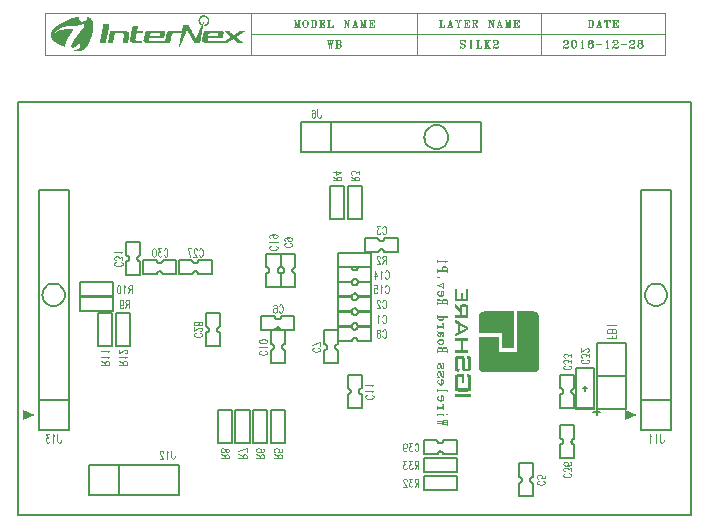
<source format=gbr>
%MOMM*%
%FSLAX33Y33*%
%ADD10C,0.203200*%
%ADD11C,0.120000*%
%ADD12C,0.152400*%
%ADD15C,0.070000*%
%ADD157C,0.113790*%
G90*G71*G01*D02*G54D10*X000000Y000000D02*X057000Y000000D01*X057000Y035000D01*
X000000Y035000D01*X000000Y000000D01*X008520Y001730D02*X008520Y004270D01*
X005980Y001730D02*X005980Y004270D01*X013600Y004270D01*X013600Y001730D01*
X005980Y001730D01*X002050Y018660D02*X002068Y018475D01*X002122Y018296D01*
X002210Y018132D01*X002328Y017988D01*X002472Y017870D01*X002636Y017782D01*
X002815Y017728D01*X003000Y017710D01*X003185Y017728D01*X003364Y017782D01*
X003528Y017870D01*X003672Y017988D01*X003790Y018132D01*X003878Y018296D01*
X003932Y018475D01*X003950Y018660D01*X003932Y018845D01*X003878Y019024D01*
X003790Y019188D01*X003672Y019332D01*X003528Y019450D01*X003364Y019538D01*
X003185Y019592D01*X003000Y019610D01*X002815Y019592D01*X002636Y019538D01*
X002472Y019450D01*X002328Y019332D01*X002210Y019188D01*X002122Y019024D01*
X002068Y018845D01*X002050Y018660D01*X004270Y007230D02*X001730Y007230D01*
X001730Y027550D01*X004270Y027550D01*X004270Y007230D01*X004270Y009770D02*
X001730Y009770D01*X049050Y014550D02*X049050Y008950D01*X051450Y008950D01*
X051450Y014550D01*X049050Y014550D01*X049050Y011750D02*X051450Y011750D01*
X053050Y018660D02*X053068Y018475D01*X053122Y018296D01*X053210Y018132D01*
X053328Y017988D01*X053472Y017870D01*X053636Y017782D01*X053815Y017728D01*
X054000Y017710D01*X054185Y017728D01*X054364Y017782D01*X054528Y017870D01*
X054672Y017988D01*X054790Y018132D01*X054878Y018296D01*X054932Y018475D01*
X054950Y018660D01*X054932Y018845D01*X054878Y019024D01*X054790Y019188D01*
X054672Y019332D01*X054528Y019450D01*X054364Y019538D01*X054185Y019592D01*
X054000Y019610D01*X053815Y019592D01*X053636Y019538D01*X053472Y019450D01*
X053328Y019332D01*X053210Y019188D01*X053122Y019024D01*X053068Y018845D01*
X053050Y018660D01*X055270Y007230D02*X052730Y007230D01*X052730Y027550D01*
X055270Y027550D01*X055270Y007230D01*X055270Y009770D02*X052730Y009770D01*
X026520Y030730D02*X026520Y033270D01*X023980Y033270D02*X023980Y030730D01*
X039220Y030730D01*X039220Y033270D01*X023980Y033270D01*X034394Y032000D02*
X034414Y031802D01*X034471Y031611D01*X034565Y031436D01*X034692Y031282D01*
X034846Y031155D01*X035021Y031061D01*X035212Y031004D01*X035410Y030984D01*
X035608Y031004D01*X035799Y031061D01*X035974Y031155D01*X036128Y031282D01*
X036255Y031436D01*X036349Y031611D01*X036406Y031802D01*X036426Y032000D01*
X036406Y032198D01*X036349Y032389D01*X036255Y032564D01*X036128Y032718D01*
X035974Y032845D01*X035799Y032939D01*X035608Y032996D01*X035410Y033016D01*
X035212Y032996D01*X035021Y032939D01*X034846Y032845D01*X034692Y032718D01*
X034565Y032564D01*X034471Y032389D01*X034414Y032198D01*X034394Y032000D01*D02*
G54D11*X012959Y005475D02*X012959Y004945D01*X012991Y004839D01*X013023Y004807D01*
X013083Y004775D01*X013150Y004775D01*X013211Y004807D01*X013242Y004839D01*
X013274Y004945D01*X013274Y005008D01*X012660Y005337D02*X012635Y005369D01*
X012596Y005464D01*X012596Y004775D01*X012272Y005305D02*X012272Y005337D01*
X012250Y005401D01*X012227Y005433D01*X012183Y005475D01*X012090Y005475D01*
X012046Y005433D01*X012024Y005401D01*X012001Y005337D01*X012001Y005273D01*
X012024Y005210D01*X012068Y005104D01*X012294Y004775D01*X011976Y004775D01*
X033899Y002400D02*X033899Y003100D01*X033695Y003100D01*X033629Y003058D01*
X033606Y003026D01*X033581Y002962D01*X033581Y002898D01*X033606Y002835D01*
X033629Y002792D01*X033695Y002761D01*X033899Y002761D01*X033743Y002761D02*
X033581Y002400D01*X033365Y003089D02*X033116Y003089D01*X033253Y002824D01*
X033183Y002824D01*X033139Y002792D01*X033116Y002761D01*X033091Y002665D01*
X033091Y002591D01*X033116Y002495D01*X033161Y002432D01*X033228Y002400D01*
X033298Y002400D01*X033365Y002432D01*X033387Y002464D01*X033409Y002527D01*
X032897Y002930D02*X032897Y002962D01*X032875Y003026D01*X032852Y003058D01*
X032808Y003100D01*X032715Y003100D01*X032671Y003058D01*X032649Y003026D01*
X032626Y002962D01*X032626Y002898D01*X032649Y002835D01*X032693Y002729D01*
X032919Y002400D01*X032601Y002400D01*X044430Y002914D02*X044494Y002892D01*
X044558Y002847D01*X044600Y002806D01*X044600Y002720D01*X044558Y002679D01*
X044494Y002637D01*X044430Y002615D01*X044335Y002596D01*X044165Y002596D01*
X044070Y002615D01*X043995Y002637D01*X043932Y002679D01*X043900Y002720D01*
X043900Y002806D01*X043932Y002847D01*X043995Y002892D01*X044070Y002914D01*
X044589Y003356D02*X044589Y003130D01*X044292Y003108D01*X044324Y003130D01*
X044356Y003197D01*X044356Y003264D01*X044324Y003334D01*X044261Y003379D01*
X044165Y003404D01*X044091Y003404D01*X043995Y003379D01*X043932Y003334D01*
X043900Y003264D01*X043900Y003197D01*X043932Y003130D01*X043964Y003108D01*
X044027Y003086D01*X017150Y004846D02*X017850Y004846D01*X017850Y005050D01*
X017808Y005116D01*X017776Y005139D01*X017712Y005164D01*X017648Y005164D01*
X017585Y005139D01*X017542Y005116D01*X017511Y005050D01*X017511Y004846D01*
X017511Y005002D02*X017150Y005164D01*X017839Y005447D02*X017808Y005380D01*
X017744Y005358D01*X017680Y005358D01*X017606Y005380D01*X017574Y005425D01*
X017542Y005517D01*X017511Y005584D01*X017447Y005629D01*X017383Y005654D01*
X017277Y005654D01*X017214Y005629D01*X017182Y005606D01*X017150Y005540D01*
X017150Y005447D01*X017182Y005380D01*X017214Y005358D01*X017277Y005336D01*
X017383Y005336D01*X017447Y005358D01*X017511Y005403D01*X017542Y005470D01*
X017574Y005562D01*X017606Y005606D01*X017680Y005629D01*X017744Y005629D01*
X017808Y005606D01*X017839Y005540D01*X017839Y005447D01*X018650Y004846D02*
X019350Y004846D01*X019350Y005050D01*X019308Y005116D01*X019276Y005139D01*
X019212Y005164D01*X019148Y005164D01*X019085Y005139D01*X019042Y005116D01*
X019011Y005050D01*X019011Y004846D01*X019011Y005002D02*X018650Y005164D01*
X019339Y005336D02*X019339Y005654D01*X018650Y005425D01*X021650Y004846D02*
X022350Y004846D01*X022350Y005050D01*X022308Y005116D01*X022276Y005139D01*
X022212Y005164D01*X022148Y005164D01*X022085Y005139D01*X022042Y005116D01*
X022011Y005050D01*X022011Y004846D01*X022011Y005002D02*X021650Y005164D01*
X022339Y005606D02*X022339Y005380D01*X022042Y005358D01*X022074Y005380D01*
X022106Y005447D01*X022106Y005514D01*X022074Y005584D01*X022011Y005629D01*
X021915Y005654D01*X021841Y005654D01*X021745Y005629D01*X021682Y005584D01*
X021650Y005514D01*X021650Y005447D01*X021682Y005380D01*X021714Y005358D01*
X021777Y005336D01*X020150Y004846D02*X020850Y004846D01*X020850Y005050D01*
X020808Y005116D01*X020776Y005139D01*X020712Y005164D01*X020648Y005164D01*
X020585Y005139D01*X020542Y005116D01*X020511Y005050D01*X020511Y004846D01*
X020511Y005002D02*X020150Y005164D01*X020744Y005629D02*X020808Y005603D01*
X020839Y005530D01*X020839Y005482D01*X020808Y005409D01*X020712Y005358D01*
X020542Y005336D01*X020383Y005336D01*X020245Y005358D01*X020182Y005409D01*
X020150Y005482D01*X020150Y005505D01*X020182Y005578D01*X020245Y005629D01*
X020341Y005654D01*X020383Y005654D01*X020479Y005629D01*X020542Y005578D01*
X020574Y005505D01*X020574Y005482D01*X020542Y005409D01*X020479Y005358D01*
X020383Y005336D01*X033581Y005930D02*X033603Y005994D01*X033648Y006058D01*
X033689Y006100D01*X033775Y006100D01*X033816Y006058D01*X033858Y005994D01*
X033880Y005930D01*X033899Y005835D01*X033899Y005665D01*X033880Y005570D01*
X033858Y005495D01*X033816Y005432D01*X033775Y005400D01*X033689Y005400D01*
X033648Y005432D01*X033603Y005495D01*X033581Y005570D01*X033365Y006089D02*
X033116Y006089D01*X033253Y005824D01*X033183Y005824D01*X033139Y005792D01*
X033116Y005761D01*X033091Y005665D01*X033091Y005591D01*X033116Y005495D01*
X033161Y005432D01*X033228Y005400D01*X033298Y005400D01*X033365Y005432D01*
X033387Y005464D01*X033409Y005527D01*X032601Y005867D02*X032626Y005761D01*
X032674Y005697D01*X032750Y005665D01*X032773Y005665D01*X032846Y005697D01*
X032897Y005761D01*X032919Y005867D01*X032919Y005898D01*X032897Y005994D01*
X032846Y006058D01*X032773Y006089D01*X032750Y006089D01*X032674Y006058D01*
X032626Y005994D01*X032601Y005867D01*X032601Y005697D01*X032626Y005527D01*
X032674Y005432D01*X032750Y005400D01*X032798Y005400D01*X032871Y005432D01*
X032897Y005495D01*X033899Y003900D02*X033899Y004600D01*X033695Y004600D01*
X033629Y004558D01*X033606Y004526D01*X033581Y004462D01*X033581Y004398D01*
X033606Y004335D01*X033629Y004292D01*X033695Y004261D01*X033899Y004261D01*
X033743Y004261D02*X033581Y003900D01*X033365Y004589D02*X033116Y004589D01*
X033253Y004324D01*X033183Y004324D01*X033139Y004292D01*X033116Y004261D01*
X033091Y004165D01*X033091Y004091D01*X033116Y003995D01*X033161Y003932D01*
X033228Y003900D01*X033298Y003900D01*X033365Y003932D01*X033387Y003964D01*
X033409Y004027D01*X032875Y004589D02*X032626Y004589D01*X032763Y004324D01*
X032693Y004324D01*X032649Y004292D01*X032626Y004261D01*X032601Y004165D01*
X032601Y004091D01*X032626Y003995D01*X032671Y003932D01*X032738Y003900D01*
X032808Y003900D01*X032875Y003932D01*X032897Y003964D01*X032919Y004027D01*
X046680Y003544D02*X046744Y003522D01*X046808Y003477D01*X046850Y003436D01*
X046850Y003350D01*X046808Y003309D01*X046744Y003267D01*X046680Y003245D01*
X046585Y003226D01*X046415Y003226D01*X046320Y003245D01*X046245Y003267D01*
X046182Y003309D01*X046150Y003350D01*X046150Y003436D01*X046182Y003477D01*
X046245Y003522D01*X046320Y003544D01*X046839Y003760D02*X046839Y004009D01*
X046574Y003872D01*X046574Y003942D01*X046542Y003986D01*X046511Y004009D01*
X046415Y004034D01*X046341Y004034D01*X046245Y004009D01*X046182Y003964D01*
X046150Y003897D01*X046150Y003827D01*X046182Y003760D01*X046214Y003738D01*
X046277Y003716D01*X046744Y004499D02*X046808Y004473D01*X046839Y004400D01*
X046839Y004352D01*X046808Y004279D01*X046712Y004228D01*X046542Y004206D01*
X046383Y004206D01*X046245Y004228D01*X046182Y004279D01*X046150Y004352D01*
X046150Y004375D01*X046182Y004448D01*X046245Y004499D01*X046341Y004524D01*
X046383Y004524D01*X046479Y004499D01*X046542Y004448D01*X046574Y004375D01*
X046574Y004352D01*X046542Y004279D01*X046479Y004228D01*X046383Y004206D01*
X003334Y006850D02*X003334Y006320D01*X003366Y006214D01*X003398Y006182D01*
X003458Y006150D01*X003525Y006150D01*X003586Y006182D01*X003617Y006214D01*
X003649Y006320D01*X003649Y006383D01*X003035Y006712D02*X003010Y006744D01*
X002971Y006839D01*X002971Y006150D01*X002625Y006839D02*X002376Y006839D01*
X002513Y006574D01*X002443Y006574D01*X002399Y006542D01*X002376Y006511D01*
X002351Y006415D01*X002351Y006341D01*X002376Y006245D01*X002421Y006182D01*
X002488Y006150D01*X002558Y006150D01*X002625Y006182D01*X002647Y006214D01*
X002669Y006277D01*X029930Y010169D02*X029994Y010147D01*X030058Y010102D01*
X030100Y010061D01*X030100Y009975D01*X030058Y009934D01*X029994Y009892D01*
X029930Y009870D01*X029835Y009851D01*X029665Y009851D01*X029570Y009870D01*
X029495Y009892D01*X029432Y009934D01*X029400Y009975D01*X029400Y010061D01*
X029432Y010102D01*X029495Y010147D01*X029570Y010169D01*X029962Y010465D02*
X029994Y010490D01*X030089Y010529D01*X029400Y010529D01*X029962Y010955D02*
X029994Y010980D01*X030089Y011019D01*X029400Y011019D01*X046680Y012669D02*
X046744Y012647D01*X046808Y012602D01*X046850Y012561D01*X046850Y012475D01*
X046808Y012434D01*X046744Y012392D01*X046680Y012370D01*X046585Y012351D01*
X046415Y012351D01*X046320Y012370D01*X046245Y012392D01*X046182Y012434D01*
X046150Y012475D01*X046150Y012561D01*X046182Y012602D01*X046245Y012647D01*
X046320Y012669D01*X046839Y012885D02*X046839Y013134D01*X046574Y012997D01*
X046574Y013067D01*X046542Y013111D01*X046511Y013134D01*X046415Y013159D01*
X046341Y013159D01*X046245Y013134D01*X046182Y013089D01*X046150Y013022D01*
X046150Y012952D01*X046182Y012885D01*X046214Y012863D01*X046277Y012841D01*
X046839Y013375D02*X046839Y013624D01*X046574Y013487D01*X046574Y013557D01*
X046542Y013601D01*X046511Y013624D01*X046415Y013649D01*X046341Y013649D01*
X046245Y013624D01*X046182Y013579D01*X046150Y013512D01*X046150Y013442D01*
X046182Y013375D01*X046214Y013353D01*X046277Y013331D01*X048180Y013169D02*
X048244Y013147D01*X048308Y013102D01*X048350Y013061D01*X048350Y012975D01*
X048308Y012934D01*X048244Y012892D01*X048180Y012870D01*X048085Y012851D01*
X047915Y012851D01*X047820Y012870D01*X047745Y012892D01*X047682Y012934D01*
X047650Y012975D01*X047650Y013061D01*X047682Y013102D01*X047745Y013147D01*
X047820Y013169D01*X048339Y013385D02*X048339Y013634D01*X048074Y013497D01*
X048074Y013567D01*X048042Y013611D01*X048011Y013634D01*X047915Y013659D01*
X047841Y013659D01*X047745Y013634D01*X047682Y013589D01*X047650Y013522D01*
X047650Y013452D01*X047682Y013385D01*X047714Y013363D01*X047777Y013341D01*
X048180Y013853D02*X048212Y013853D01*X048276Y013875D01*X048308Y013898D01*
X048350Y013942D01*X048350Y014035D01*X048308Y014079D01*X048276Y014101D01*
X048212Y014124D01*X048148Y014124D01*X048085Y014101D01*X047979Y014057D01*
X047650Y013831D01*X047650Y014149D01*X050600Y015294D02*X050600Y014976D01*
X049900Y014976D01*X050261Y014976D02*X050261Y015170D01*X050261Y015466D02*
X050261Y015670D01*X050229Y015736D01*X050197Y015759D01*X050133Y015784D01*
X050027Y015784D01*X049964Y015759D01*X049932Y015736D01*X049900Y015670D01*
X049900Y015466D01*X050600Y015466D01*X050600Y015670D01*X050558Y015736D01*
X050526Y015759D01*X050462Y015784D01*X050398Y015784D01*X050335Y015759D01*
X050292Y015736D01*X050261Y015670D01*X050462Y016080D02*X050494Y016105D01*
X050589Y016144D01*X049900Y016144D01*X054334Y006850D02*X054334Y006320D01*
X054366Y006214D01*X054398Y006182D01*X054458Y006150D01*X054525Y006150D01*
X054586Y006182D01*X054617Y006214D01*X054649Y006320D01*X054649Y006383D01*
X054035Y006712D02*X054010Y006744D01*X053971Y006839D01*X053971Y006150D01*
X053545Y006712D02*X053520Y006744D01*X053481Y006839D01*X053481Y006150D01*
X007025Y012726D02*X007725Y012726D01*X007725Y012930D01*X007683Y012996D01*
X007651Y013019D01*X007587Y013044D01*X007523Y013044D01*X007460Y013019D01*
X007417Y012996D01*X007386Y012930D01*X007386Y012726D01*X007386Y012882D02*
X007025Y013044D01*X007587Y013340D02*X007619Y013365D01*X007714Y013404D01*
X007025Y013404D01*X007587Y013830D02*X007619Y013855D01*X007714Y013894D01*
X007025Y013894D01*X008525Y012726D02*X009225Y012726D01*X009225Y012930D01*
X009183Y012996D01*X009151Y013019D01*X009087Y013044D01*X009023Y013044D01*
X008960Y013019D01*X008917Y012996D01*X008886Y012930D01*X008886Y012726D01*
X008886Y012882D02*X008525Y013044D01*X009087Y013340D02*X009119Y013365D01*
X009214Y013404D01*X008525Y013404D01*X009055Y013728D02*X009087Y013728D01*
X009151Y013750D01*X009183Y013773D01*X009225Y013817D01*X009225Y013910D01*
X009183Y013954D01*X009151Y013976D01*X009087Y013999D01*X009023Y013999D01*
X008960Y013976D01*X008854Y013932D01*X008525Y013706D01*X008525Y014024D01*
X015430Y015419D02*X015494Y015397D01*X015558Y015352D01*X015600Y015311D01*
X015600Y015225D01*X015558Y015184D01*X015494Y015142D01*X015430Y015120D01*
X015335Y015101D01*X015165Y015101D01*X015070Y015120D01*X014995Y015142D01*
X014932Y015184D01*X014900Y015225D01*X014900Y015311D01*X014932Y015352D01*
X014995Y015397D01*X015070Y015419D01*X015430Y015613D02*X015462Y015613D01*
X015526Y015635D01*X015558Y015658D01*X015600Y015702D01*X015600Y015795D01*
X015558Y015839D01*X015526Y015861D01*X015462Y015884D01*X015398Y015884D01*
X015335Y015861D01*X015229Y015817D01*X014900Y015591D01*X014900Y015909D01*
X015589Y016192D02*X015558Y016125D01*X015494Y016103D01*X015430Y016103D01*
X015356Y016125D01*X015324Y016170D01*X015292Y016262D01*X015261Y016329D01*
X015197Y016374D01*X015133Y016399D01*X015027Y016399D01*X014964Y016374D01*
X014932Y016351D01*X014900Y016285D01*X014900Y016192D01*X014932Y016125D01*
X014964Y016103D01*X015027Y016081D01*X015133Y016081D01*X015197Y016103D01*
X015261Y016148D01*X015292Y016215D01*X015324Y016307D01*X015356Y016351D01*
X015430Y016374D01*X015494Y016374D01*X015558Y016351D01*X015589Y016285D01*
X015589Y016192D01*X020930Y013919D02*X020994Y013897D01*X021058Y013852D01*
X021100Y013811D01*X021100Y013725D01*X021058Y013684D01*X020994Y013642D01*
X020930Y013620D01*X020835Y013601D01*X020665Y013601D01*X020570Y013620D01*
X020495Y013642D01*X020432Y013684D01*X020400Y013725D01*X020400Y013811D01*
X020432Y013852D01*X020495Y013897D01*X020570Y013919D01*X020962Y014215D02*
X020994Y014240D01*X021089Y014279D01*X020400Y014279D01*X021089Y014718D02*
X021058Y014648D01*X020962Y014603D01*X020792Y014581D01*X020697Y014581D01*
X020527Y014603D01*X020432Y014648D01*X020400Y014718D01*X020400Y014762D01*
X020432Y014829D01*X020527Y014874D01*X020697Y014899D01*X020792Y014899D01*
X020962Y014874D01*X021058Y014829D01*X021089Y014762D01*X021089Y014718D01*
X025430Y014164D02*X025494Y014142D01*X025558Y014097D01*X025600Y014056D01*
X025600Y013970D01*X025558Y013929D01*X025494Y013887D01*X025430Y013865D01*
X025335Y013846D01*X025165Y013846D01*X025070Y013865D01*X024995Y013887D01*
X024932Y013929D01*X024900Y013970D01*X024900Y014056D01*X024932Y014097D01*
X024995Y014142D01*X025070Y014164D01*X025589Y014336D02*X025589Y014654D01*
X024900Y014425D01*X030836Y015555D02*X030858Y015619D01*X030903Y015683D01*
X030944Y015725D01*X031030Y015725D01*X031071Y015683D01*X031113Y015619D01*
X031135Y015555D01*X031154Y015460D01*X031154Y015290D01*X031135Y015195D01*
X031113Y015120D01*X031071Y015057D01*X031030Y015025D01*X030944Y015025D01*
X030903Y015057D01*X030858Y015120D01*X030836Y015195D01*X030553Y015714D02*
X030620Y015683D01*X030642Y015619D01*X030642Y015555D01*X030620Y015481D01*
X030575Y015449D01*X030483Y015417D01*X030416Y015386D01*X030371Y015322D01*
X030346Y015258D01*X030346Y015152D01*X030371Y015089D01*X030394Y015057D01*
X030460Y015025D01*X030553Y015025D01*X030620Y015057D01*X030642Y015089D01*
X030664Y015152D01*X030664Y015258D01*X030642Y015322D01*X030597Y015386D01*
X030530Y015417D01*X030438Y015449D01*X030394Y015481D01*X030371Y015555D01*
X030371Y015619D01*X030394Y015683D01*X030460Y015714D01*X030553Y015714D01*
X009404Y017525D02*X009404Y018225D01*X009200Y018225D01*X009134Y018183D01*
X009111Y018151D01*X009086Y018087D01*X009086Y018023D01*X009111Y017960D01*
X009134Y017917D01*X009200Y017886D01*X009404Y017886D01*X009248Y017886D02*
X009086Y017525D01*X008596Y017992D02*X008621Y017886D01*X008669Y017822D01*
X008745Y017790D01*X008768Y017790D01*X008841Y017822D01*X008892Y017886D01*
X008914Y017992D01*X008914Y018023D01*X008892Y018119D01*X008841Y018183D01*
X008768Y018214D01*X008745Y018214D01*X008669Y018183D01*X008621Y018119D01*
X008596Y017992D01*X008596Y017822D01*X008621Y017652D01*X008669Y017557D01*
X008745Y017525D01*X008793Y017525D01*X008866Y017557D01*X008892Y017620D01*
X022086Y017680D02*X022108Y017744D01*X022153Y017808D01*X022194Y017850D01*
X022280Y017850D01*X022321Y017808D01*X022363Y017744D01*X022385Y017680D01*
X022404Y017585D01*X022404Y017415D01*X022385Y017320D01*X022363Y017245D01*
X022321Y017182D01*X022280Y017150D01*X022194Y017150D01*X022153Y017182D01*
X022108Y017245D01*X022086Y017320D01*X021621Y017744D02*X021647Y017808D01*
X021720Y017839D01*X021768Y017839D01*X021841Y017808D01*X021892Y017712D01*
X021914Y017542D01*X021914Y017383D01*X021892Y017245D01*X021841Y017182D01*
X021768Y017150D01*X021745Y017150D01*X021672Y017182D01*X021621Y017245D01*
X021596Y017341D01*X021596Y017383D01*X021621Y017479D01*X021672Y017542D01*
X021745Y017574D01*X021768Y017574D01*X021841Y017542D01*X021892Y017479D01*
X021914Y017383D01*X030836Y016805D02*X030858Y016869D01*X030903Y016933D01*
X030944Y016975D01*X031030Y016975D01*X031071Y016933D01*X031113Y016869D01*
X031135Y016805D01*X031154Y016710D01*X031154Y016540D01*X031135Y016445D01*
X031113Y016370D01*X031071Y016307D01*X031030Y016275D01*X030944Y016275D01*
X030903Y016307D01*X030858Y016370D01*X030836Y016445D01*X030540Y016837D02*
X030515Y016869D01*X030476Y016964D01*X030476Y016275D01*X030836Y018055D02*
X030858Y018119D01*X030903Y018183D01*X030944Y018225D01*X031030Y018225D01*
X031071Y018183D01*X031113Y018119D01*X031135Y018055D01*X031154Y017960D01*
X031154Y017790D01*X031135Y017695D01*X031113Y017620D01*X031071Y017557D01*
X031030Y017525D01*X030944Y017525D01*X030903Y017557D01*X030858Y017620D01*
X030836Y017695D01*X030642Y018055D02*X030642Y018087D01*X030620Y018151D01*
X030597Y018183D01*X030553Y018225D01*X030460Y018225D01*X030416Y018183D01*
X030394Y018151D01*X030371Y018087D01*X030371Y018023D01*X030394Y017960D01*
X030438Y017854D01*X030664Y017525D01*X030346Y017525D01*X031081Y019305D02*
X031103Y019369D01*X031148Y019433D01*X031189Y019475D01*X031275Y019475D01*
X031316Y019433D01*X031358Y019369D01*X031380Y019305D01*X031399Y019210D01*
X031399Y019040D01*X031380Y018945D01*X031358Y018870D01*X031316Y018807D01*
X031275Y018775D01*X031189Y018775D01*X031148Y018807D01*X031103Y018870D01*
X031081Y018945D01*X030785Y019337D02*X030760Y019369D01*X030721Y019464D01*
X030721Y018775D01*X030149Y019464D02*X030375Y019464D01*X030397Y019167D01*
X030375Y019199D01*X030308Y019231D01*X030241Y019231D01*X030171Y019199D01*
X030126Y019136D01*X030101Y019040D01*X030101Y018966D01*X030126Y018870D01*
X030171Y018807D01*X030241Y018775D01*X030308Y018775D01*X030375Y018807D01*
X030397Y018839D01*X030419Y018902D01*X009649Y018775D02*X009649Y019475D01*
X009445Y019475D01*X009379Y019433D01*X009356Y019401D01*X009331Y019337D01*
X009331Y019273D01*X009356Y019210D01*X009379Y019167D01*X009445Y019136D01*
X009649Y019136D01*X009493Y019136D02*X009331Y018775D01*X009035Y019337D02*
X009010Y019369D01*X008971Y019464D01*X008971Y018775D01*X008532Y019464D02*
X008602Y019433D01*X008647Y019337D01*X008669Y019167D01*X008669Y019072D01*
X008647Y018902D01*X008602Y018807D01*X008532Y018775D01*X008488Y018775D01*
X008421Y018807D01*X008376Y018902D01*X008351Y019072D01*X008351Y019167D01*
X008376Y019337D01*X008421Y019433D01*X008488Y019464D01*X008532Y019464D01*
X008680Y021419D02*X008744Y021397D01*X008808Y021352D01*X008850Y021311D01*
X008850Y021225D01*X008808Y021184D01*X008744Y021142D01*X008680Y021120D01*
X008585Y021101D01*X008415Y021101D01*X008320Y021120D01*X008245Y021142D01*
X008182Y021184D01*X008150Y021225D01*X008150Y021311D01*X008182Y021352D01*
X008245Y021397D01*X008320Y021419D01*X008839Y021635D02*X008839Y021884D01*
X008574Y021747D01*X008574Y021817D01*X008542Y021861D01*X008511Y021884D01*
X008415Y021909D01*X008341Y021909D01*X008245Y021884D01*X008182Y021839D01*
X008150Y021772D01*X008150Y021702D01*X008182Y021635D01*X008214Y021613D01*
X008277Y021591D01*X008712Y022205D02*X008744Y022230D01*X008839Y022269D01*
X008150Y022269D01*X015331Y022430D02*X015353Y022494D01*X015398Y022558D01*
X015439Y022600D01*X015525Y022600D01*X015566Y022558D01*X015608Y022494D01*
X015630Y022430D01*X015649Y022335D01*X015649Y022165D01*X015630Y022070D01*
X015608Y021995D01*X015566Y021932D01*X015525Y021900D01*X015439Y021900D01*
X015398Y021932D01*X015353Y021995D01*X015331Y022070D01*X015137Y022430D02*
X015137Y022462D01*X015115Y022526D01*X015092Y022558D01*X015048Y022600D01*
X014955Y022600D01*X014911Y022558D01*X014889Y022526D01*X014866Y022462D01*
X014866Y022398D01*X014889Y022335D01*X014933Y022229D01*X015159Y021900D01*
X014841Y021900D01*X014669Y022589D02*X014351Y022589D01*X014580Y021900D01*
X012331Y022430D02*X012353Y022494D01*X012398Y022558D01*X012439Y022600D01*
X012525Y022600D01*X012566Y022558D01*X012608Y022494D01*X012630Y022430D01*
X012649Y022335D01*X012649Y022165D01*X012630Y022070D01*X012608Y021995D01*
X012566Y021932D01*X012525Y021900D01*X012439Y021900D01*X012398Y021932D01*
X012353Y021995D01*X012331Y022070D01*X012115Y022589D02*X011866Y022589D01*
X012003Y022324D01*X011933Y022324D01*X011889Y022292D01*X011866Y022261D01*
X011841Y022165D01*X011841Y022091D01*X011866Y021995D01*X011911Y021932D01*
X011978Y021900D01*X012048Y021900D01*X012115Y021932D01*X012137Y021964D01*
X012159Y022027D01*X011532Y022589D02*X011602Y022558D01*X011647Y022462D01*
X011669Y022292D01*X011669Y022197D01*X011647Y022027D01*X011602Y021932D01*
X011532Y021900D01*X011488Y021900D01*X011421Y021932D01*X011376Y022027D01*
X011351Y022197D01*X011351Y022292D01*X011376Y022462D01*X011421Y022558D01*
X011488Y022589D01*X011532Y022589D01*X021805Y022794D02*X021869Y022772D01*
X021933Y022727D01*X021975Y022686D01*X021975Y022600D01*X021933Y022559D01*
X021869Y022517D01*X021805Y022495D01*X021710Y022476D01*X021540Y022476D01*
X021445Y022495D01*X021370Y022517D01*X021307Y022559D01*X021275Y022600D01*
X021275Y022686D01*X021307Y022727D01*X021370Y022772D01*X021445Y022794D01*
X021837Y023090D02*X021869Y023115D01*X021964Y023154D01*X021275Y023154D01*
X021742Y023774D02*X021636Y023749D01*X021572Y023701D01*X021540Y023625D01*
X021540Y023602D01*X021572Y023529D01*X021636Y023478D01*X021742Y023456D01*
X021773Y023456D01*X021869Y023478D01*X021933Y023529D01*X021964Y023602D01*
X021964Y023625D01*X021933Y023701D01*X021869Y023749D01*X021742Y023774D01*
X021572Y023774D01*X021402Y023749D01*X021307Y023701D01*X021275Y023625D01*
X021275Y023577D01*X021307Y023504D01*X021370Y023478D01*X023055Y023039D02*
X023119Y023017D01*X023183Y022972D01*X023225Y022931D01*X023225Y022845D01*
X023183Y022804D01*X023119Y022762D01*X023055Y022740D01*X022960Y022721D01*
X022790Y022721D01*X022695Y022740D01*X022620Y022762D01*X022557Y022804D01*
X022525Y022845D01*X022525Y022931D01*X022557Y022972D01*X022620Y023017D01*
X022695Y023039D01*X022992Y023529D02*X022886Y023504D01*X022822Y023456D01*
X022790Y023380D01*X022790Y023357D01*X022822Y023284D01*X022886Y023233D01*
X022992Y023211D01*X023023Y023211D01*X023119Y023233D01*X023183Y023284D01*
X023214Y023357D01*X023214Y023380D01*X023183Y023456D01*X023119Y023504D01*
X022992Y023529D01*X022822Y023529D01*X022652Y023504D01*X022557Y023456D01*
X022525Y023380D01*X022525Y023332D01*X022557Y023259D01*X022620Y023233D01*
X031081Y020555D02*X031103Y020619D01*X031148Y020683D01*X031189Y020725D01*
X031275Y020725D01*X031316Y020683D01*X031358Y020619D01*X031380Y020555D01*
X031399Y020460D01*X031399Y020290D01*X031380Y020195D01*X031358Y020120D01*
X031316Y020057D01*X031275Y020025D01*X031189Y020025D01*X031148Y020057D01*
X031103Y020120D01*X031081Y020195D01*X030785Y020587D02*X030760Y020619D01*
X030721Y020714D01*X030721Y020025D01*X030209Y020714D02*X030209Y020025D01*
X030209Y020714D02*X030419Y020258D01*X030101Y020258D01*X030836Y024305D02*
X030858Y024369D01*X030903Y024433D01*X030944Y024475D01*X031030Y024475D01*
X031071Y024433D01*X031113Y024369D01*X031135Y024305D01*X031154Y024210D01*
X031154Y024040D01*X031135Y023945D01*X031113Y023870D01*X031071Y023807D01*
X031030Y023775D01*X030944Y023775D01*X030903Y023807D01*X030858Y023870D01*
X030836Y023945D01*X030620Y024464D02*X030371Y024464D01*X030508Y024199D01*
X030438Y024199D01*X030394Y024167D01*X030371Y024136D01*X030346Y024040D01*
X030346Y023966D01*X030371Y023870D01*X030416Y023807D01*X030483Y023775D01*
X030553Y023775D01*X030620Y023807D01*X030642Y023839D01*X030664Y023902D01*
X031154Y021275D02*X031154Y021975D01*X030950Y021975D01*X030884Y021933D01*
X030861Y021901D01*X030836Y021837D01*X030836Y021773D01*X030861Y021710D01*
X030884Y021667D01*X030950Y021636D01*X031154Y021636D01*X030998Y021636D02*
X030836Y021275D01*X030642Y021805D02*X030642Y021837D01*X030620Y021901D01*
X030597Y021933D01*X030553Y021975D01*X030460Y021975D01*X030416Y021933D01*
X030394Y021901D01*X030371Y021837D01*X030371Y021773D01*X030394Y021710D01*
X030438Y021604D01*X030664Y021275D01*X030346Y021275D01*X028150Y028346D02*
X028850Y028346D01*X028850Y028550D01*X028808Y028616D01*X028776Y028639D01*
X028712Y028664D01*X028648Y028664D01*X028585Y028639D01*X028542Y028616D01*
X028511Y028550D01*X028511Y028346D01*X028511Y028502D02*X028150Y028664D01*
X028839Y028880D02*X028839Y029129D01*X028574Y028992D01*X028574Y029062D01*
X028542Y029106D01*X028511Y029129D01*X028415Y029154D01*X028341Y029154D01*
X028245Y029129D01*X028182Y029084D01*X028150Y029017D01*X028150Y028947D01*
X028182Y028880D01*X028214Y028858D01*X028277Y028836D01*X026650Y028346D02*
X027350Y028346D01*X027350Y028550D01*X027308Y028616D01*X027276Y028639D01*
X027212Y028664D01*X027148Y028664D01*X027085Y028639D01*X027042Y028616D01*
X027011Y028550D01*X027011Y028346D01*X027011Y028502D02*X026650Y028664D01*
X027339Y029046D02*X026650Y029046D01*X027339Y029046D02*X026883Y028836D01*
X026883Y029154D01*X025339Y034350D02*X025339Y033820D01*X025371Y033714D01*
X025403Y033682D01*X025463Y033650D01*X025530Y033650D01*X025591Y033682D01*
X025622Y033714D01*X025654Y033820D01*X025654Y033883D01*X024871Y034244D02*
X024897Y034308D01*X024970Y034339D01*X025018Y034339D01*X025091Y034308D01*
X025142Y034212D01*X025164Y034042D01*X025164Y033883D01*X025142Y033745D01*
X025091Y033682D01*X025018Y033650D01*X024995Y033650D01*X024922Y033682D01*
X024871Y033745D01*X024846Y033841D01*X024846Y033883D01*X024871Y033979D01*
X024922Y034042D01*X024995Y034074D01*X025018Y034074D01*X025091Y034042D01*
X025142Y033979D01*X025164Y033883D01*D02*G54D12*X034350Y002150D02*
X037150Y002150D01*X037150Y003350D01*X034350Y003350D01*X034350Y003350D02*
X034350Y002150D01*X042400Y003250D02*X042425Y003249D01*X042449Y003246D01*
X042474Y003240D01*X042497Y003232D01*X042520Y003222D01*X042541Y003210D01*
X042561Y003195D01*X042580Y003179D01*X042597Y003160D01*X042612Y003140D01*
X042625Y003119D01*X042636Y003097D01*X042644Y003073D01*X042650Y003049D01*
X042654Y003025D01*X042655Y003000D01*X042654Y002975D01*X042650Y002951D01*
X042644Y002927D01*X042636Y002903D01*X042625Y002881D01*X042612Y002860D01*
X042597Y002840D01*X042580Y002821D01*X042561Y002805D01*X042541Y002790D01*
X042520Y002778D01*X042497Y002768D01*X042474Y002760D01*X042449Y002754D01*
X042425Y002751D01*X042400Y002750D01*X043600Y004400D02*X042400Y004400D01*
X043600Y004400D02*X043600Y003250D01*X043600Y002750D02*X043600Y001600D01*
X043600Y001600D02*X042400Y001600D01*X042400Y004400D02*X042400Y003250D01*
X042400Y002750D02*X042400Y001600D01*X043600Y002750D02*X043575Y002751D01*
X043551Y002754D01*X043526Y002760D01*X043503Y002768D01*X043480Y002778D01*
X043459Y002790D01*X043439Y002805D01*X043420Y002821D01*X043403Y002840D01*
X043388Y002860D01*X043375Y002881D01*X043364Y002903D01*X043356Y002927D01*
X043350Y002951D01*X043346Y002975D01*X043345Y003000D01*X043346Y003025D01*
X043350Y003049D01*X043356Y003073D01*X043364Y003097D01*X043375Y003119D01*
X043388Y003140D01*X043403Y003160D01*X043420Y003179D01*X043439Y003195D01*
X043459Y003210D01*X043480Y003222D01*X043503Y003232D01*X043526Y003240D01*
X043551Y003246D01*X043575Y003249D01*X043600Y003250D01*X018100Y006100D02*
X018100Y008900D01*X016900Y008900D01*X016900Y006100D01*X016900Y006100D02*
X018100Y006100D01*X019600Y006100D02*X019600Y008900D01*X018400Y008900D01*
X018400Y006100D01*X018400Y006100D02*X019600Y006100D01*X022600Y006100D02*
X022600Y008900D01*X021400Y008900D01*X021400Y006100D01*X021400Y006100D02*
X022600Y006100D01*X021100Y006100D02*X021100Y008900D01*X019900Y008900D01*
X019900Y006100D01*X019900Y006100D02*X021100Y006100D01*X035500Y005150D02*
X035501Y005175D01*X035504Y005199D01*X035510Y005224D01*X035518Y005247D01*
X035528Y005270D01*X035540Y005291D01*X035555Y005311D01*X035571Y005330D01*
X035590Y005347D01*X035610Y005362D01*X035631Y005375D01*X035653Y005386D01*
X035677Y005394D01*X035701Y005400D01*X035725Y005404D01*X035750Y005405D01*
X035775Y005404D01*X035799Y005400D01*X035823Y005394D01*X035847Y005386D01*
X035869Y005375D01*X035890Y005362D01*X035910Y005347D01*X035929Y005330D01*
X035945Y005311D01*X035960Y005291D01*X035972Y005270D01*X035982Y005247D01*
X035990Y005224D01*X035996Y005199D01*X035999Y005175D01*X036000Y005150D01*
X034350Y006350D02*X034350Y005150D01*X034350Y006350D02*X035500Y006350D01*
X036000Y006350D02*X037150Y006350D01*X037150Y006350D02*X037150Y005150D01*
X034350Y005150D02*X035500Y005150D01*X036000Y005150D02*X037150Y005150D01*
X036000Y006350D02*X035999Y006325D01*X035996Y006301D01*X035990Y006276D01*
X035982Y006253D01*X035972Y006230D01*X035960Y006209D01*X035945Y006189D01*
X035929Y006170D01*X035910Y006153D01*X035890Y006138D01*X035869Y006125D01*
X035847Y006114D01*X035823Y006106D01*X035799Y006100D01*X035775Y006096D01*
X035750Y006095D01*X035725Y006096D01*X035701Y006100D01*X035677Y006106D01*
X035653Y006114D01*X035631Y006125D01*X035610Y006138D01*X035590Y006153D01*
X035571Y006170D01*X035555Y006189D01*X035540Y006209D01*X035528Y006230D01*
X035518Y006253D01*X035510Y006276D01*X035504Y006301D01*X035501Y006325D01*
X035500Y006350D01*X034350Y003650D02*X037150Y003650D01*X037150Y004850D01*
X034350Y004850D01*X034350Y004850D02*X034350Y003650D01*X047100Y006000D02*
X047075Y006001D01*X047051Y006004D01*X047026Y006010D01*X047003Y006018D01*
X046980Y006028D01*X046959Y006040D01*X046939Y006055D01*X046920Y006071D01*
X046903Y006090D01*X046888Y006110D01*X046875Y006131D01*X046864Y006153D01*
X046856Y006177D01*X046850Y006201D01*X046846Y006225D01*X046845Y006250D01*
X046846Y006275D01*X046850Y006299D01*X046856Y006323D01*X046864Y006347D01*
X046875Y006369D01*X046888Y006390D01*X046903Y006410D01*X046920Y006429D01*
X046939Y006445D01*X046959Y006460D01*X046980Y006472D01*X047003Y006482D01*
X047026Y006490D01*X047051Y006496D01*X047075Y006499D01*X047100Y006500D01*
X045900Y004850D02*X047100Y004850D01*X045900Y004850D02*X045900Y006000D01*
X045900Y006500D02*X045900Y007650D01*X045900Y007650D02*X047100Y007650D01*
X047100Y004850D02*X047100Y006000D01*X047100Y006500D02*X047100Y007650D01*
X045900Y006500D02*X045925Y006499D01*X045949Y006496D01*X045974Y006490D01*
X045997Y006482D01*X046020Y006472D01*X046041Y006460D01*X046061Y006445D01*
X046080Y006429D01*X046097Y006410D01*X046112Y006390D01*X046125Y006369D01*
X046136Y006347D01*X046144Y006323D01*X046150Y006299D01*X046154Y006275D01*
X046155Y006250D01*X046154Y006225D01*X046150Y006201D01*X046144Y006177D01*
X046136Y006153D01*X046125Y006131D01*X046112Y006110D01*X046097Y006090D01*
X046080Y006071D01*X046061Y006055D01*X046041Y006040D01*X046020Y006028D01*
X045997Y006018D01*X045974Y006010D01*X045949Y006004D01*X045925Y006001D01*
X045900Y006000D01*X027900Y010750D02*X027925Y010749D01*X027949Y010746D01*
X027974Y010740D01*X027997Y010732D01*X028020Y010722D01*X028041Y010710D01*
X028061Y010695D01*X028080Y010679D01*X028097Y010660D01*X028112Y010640D01*
X028125Y010619D01*X028136Y010597D01*X028144Y010573D01*X028150Y010549D01*
X028154Y010525D01*X028155Y010500D01*X028154Y010475D01*X028150Y010451D01*
X028144Y010427D01*X028136Y010403D01*X028125Y010381D01*X028112Y010360D01*
X028097Y010340D01*X028080Y010321D01*X028061Y010305D01*X028041Y010290D01*
X028020Y010278D01*X027997Y010268D01*X027974Y010260D01*X027949Y010254D01*
X027925Y010251D01*X027900Y010250D01*X029100Y011900D02*X027900Y011900D01*
X029100Y011900D02*X029100Y010750D01*X029100Y010250D02*X029100Y009100D01*
X029100Y009100D02*X027900Y009100D01*X027900Y011900D02*X027900Y010750D01*
X027900Y010250D02*X027900Y009100D01*X029100Y010250D02*X029075Y010251D01*
X029051Y010254D01*X029026Y010260D01*X029003Y010268D01*X028980Y010278D01*
X028959Y010290D01*X028939Y010305D01*X028920Y010321D01*X028903Y010340D01*
X028888Y010360D01*X028875Y010381D01*X028864Y010403D01*X028856Y010427D01*
X028850Y010451D01*X028846Y010475D01*X028845Y010500D01*X028846Y010525D01*
X028850Y010549D01*X028856Y010573D01*X028864Y010597D01*X028875Y010619D01*
X028888Y010640D01*X028903Y010660D01*X028920Y010679D01*X028939Y010695D01*
X028959Y010710D01*X028980Y010722D01*X029003Y010732D01*X029026Y010740D01*
X029051Y010746D01*X029075Y010749D01*X029100Y010750D01*X045900Y010750D02*
X045925Y010749D01*X045949Y010746D01*X045974Y010740D01*X045997Y010732D01*
X046020Y010722D01*X046041Y010710D01*X046061Y010695D01*X046080Y010679D01*
X046097Y010660D01*X046112Y010640D01*X046125Y010619D01*X046136Y010597D01*
X046144Y010573D01*X046150Y010549D01*X046154Y010525D01*X046155Y010500D01*
X046154Y010475D01*X046150Y010451D01*X046144Y010427D01*X046136Y010403D01*
X046125Y010381D01*X046112Y010360D01*X046097Y010340D01*X046080Y010321D01*
X046061Y010305D01*X046041Y010290D01*X046020Y010278D01*X045997Y010268D01*
X045974Y010260D01*X045949Y010254D01*X045925Y010251D01*X045900Y010250D01*
X047100Y011900D02*X045900Y011900D01*X047100Y011900D02*X047100Y010750D01*
X047100Y010250D02*X047100Y009100D01*X047100Y009100D02*X045900Y009100D01*
X045900Y011900D02*X045900Y010750D01*X045900Y010250D02*X045900Y009100D01*
X047100Y010250D02*X047075Y010251D01*X047051Y010254D01*X047026Y010260D01*
X047003Y010268D01*X046980Y010278D01*X046959Y010290D01*X046939Y010305D01*
X046920Y010321D01*X046903Y010340D01*X046888Y010360D01*X046875Y010381D01*
X046864Y010403D01*X046856Y010427D01*X046850Y010451D01*X046846Y010475D01*
X046845Y010500D01*X046846Y010525D01*X046850Y010549D01*X046856Y010573D01*
X046864Y010597D01*X046875Y010619D01*X046888Y010640D01*X046903Y010660D01*
X046920Y010679D01*X046939Y010695D01*X046959Y010710D01*X046980Y010722D01*
X047003Y010732D01*X047026Y010740D01*X047051Y010746D01*X047075Y010749D01*
X047100Y010750D01*X049300Y008750D02*X048700Y008750D01*X049000Y008450D02*
X049000Y009050D01*X048800Y012450D02*X048800Y009050D01*X047200Y009050D01*
X047200Y012450D01*X047200Y012450D02*X048800Y012450D01*X048000Y010550D02*
X048000Y010950D01*X048200Y010750D02*X047800Y010750D01*X048800Y009050D02*
X048800Y008950D01*X047200Y008950D01*X047200Y009050D01*X007975Y014350D02*
X007975Y017150D01*X006775Y017150D01*X006775Y014350D01*X006775Y014350D02*
X007975Y014350D01*X009475Y014350D02*X009475Y017150D01*X008275Y017150D01*
X008275Y014350D01*X008275Y014350D02*X009475Y014350D01*X017100Y015500D02*
X017075Y015501D01*X017051Y015504D01*X017026Y015510D01*X017003Y015518D01*
X016980Y015528D01*X016959Y015540D01*X016939Y015555D01*X016920Y015571D01*
X016903Y015590D01*X016888Y015610D01*X016875Y015631D01*X016864Y015653D01*
X016856Y015677D01*X016850Y015701D01*X016846Y015725D01*X016845Y015750D01*
X016846Y015775D01*X016850Y015799D01*X016856Y015823D01*X016864Y015847D01*
X016875Y015869D01*X016888Y015890D01*X016903Y015910D01*X016920Y015929D01*
X016939Y015945D01*X016959Y015960D01*X016980Y015972D01*X017003Y015982D01*
X017026Y015990D01*X017051Y015996D01*X017075Y015999D01*X017100Y016000D01*
X015900Y014350D02*X017100Y014350D01*X015900Y014350D02*X015900Y015500D01*
X015900Y016000D02*X015900Y017150D01*X015900Y017150D02*X017100Y017150D01*
X017100Y014350D02*X017100Y015500D01*X017100Y016000D02*X017100Y017150D01*
X015900Y016000D02*X015925Y015999D01*X015949Y015996D01*X015974Y015990D01*
X015997Y015982D01*X016020Y015972D01*X016041Y015960D01*X016061Y015945D01*
X016080Y015929D01*X016097Y015910D01*X016112Y015890D01*X016125Y015869D01*
X016136Y015847D01*X016144Y015823D01*X016150Y015799D01*X016154Y015775D01*
X016155Y015750D01*X016154Y015725D01*X016150Y015701D01*X016144Y015677D01*
X016136Y015653D01*X016125Y015631D01*X016112Y015610D01*X016097Y015590D01*
X016080Y015571D01*X016061Y015555D01*X016041Y015540D01*X016020Y015528D01*
X015997Y015518D01*X015974Y015510D01*X015949Y015504D01*X015925Y015501D01*
X015900Y015500D01*X022600Y014000D02*X022575Y014001D01*X022551Y014004D01*
X022526Y014010D01*X022503Y014018D01*X022480Y014028D01*X022459Y014040D01*
X022439Y014055D01*X022420Y014071D01*X022403Y014090D01*X022388Y014110D01*
X022375Y014131D01*X022364Y014153D01*X022356Y014177D01*X022350Y014201D01*
X022346Y014225D01*X022345Y014250D01*X022346Y014275D01*X022350Y014299D01*
X022356Y014323D01*X022364Y014347D01*X022375Y014369D01*X022388Y014390D01*
X022403Y014410D01*X022420Y014429D01*X022439Y014445D01*X022459Y014460D01*
X022480Y014472D01*X022503Y014482D01*X022526Y014490D01*X022551Y014496D01*
X022575Y014499D01*X022600Y014500D01*X021400Y012850D02*X022600Y012850D01*
X021400Y012850D02*X021400Y014000D01*X021400Y014500D02*X021400Y015650D01*
X021400Y015650D02*X022600Y015650D01*X022600Y012850D02*X022600Y014000D01*
X022600Y014500D02*X022600Y015650D01*X021400Y014500D02*X021425Y014499D01*
X021449Y014496D01*X021474Y014490D01*X021497Y014482D01*X021520Y014472D01*
X021541Y014460D01*X021561Y014445D01*X021580Y014429D01*X021597Y014410D01*
X021612Y014390D01*X021625Y014369D01*X021636Y014347D01*X021644Y014323D01*
X021650Y014299D01*X021654Y014275D01*X021655Y014250D01*X021654Y014225D01*
X021650Y014201D01*X021644Y014177D01*X021636Y014153D01*X021625Y014131D01*
X021612Y014110D01*X021597Y014090D01*X021580Y014071D01*X021561Y014055D01*
X021541Y014040D01*X021520Y014028D01*X021497Y014018D01*X021474Y014010D01*
X021449Y014004D01*X021425Y014001D01*X021400Y014000D01*X027100Y014000D02*
X027075Y014001D01*X027051Y014004D01*X027026Y014010D01*X027003Y014018D01*
X026980Y014028D01*X026959Y014040D01*X026939Y014055D01*X026920Y014071D01*
X026903Y014090D01*X026888Y014110D01*X026875Y014131D01*X026864Y014153D01*
X026856Y014177D01*X026850Y014201D01*X026846Y014225D01*X026845Y014250D01*
X026846Y014275D01*X026850Y014299D01*X026856Y014323D01*X026864Y014347D01*
X026875Y014369D01*X026888Y014390D01*X026903Y014410D01*X026920Y014429D01*
X026939Y014445D01*X026959Y014460D01*X026980Y014472D01*X027003Y014482D01*
X027026Y014490D01*X027051Y014496D01*X027075Y014499D01*X027100Y014500D01*
X025900Y012850D02*X027100Y012850D01*X025900Y012850D02*X025900Y014000D01*
X025900Y014500D02*X025900Y015650D01*X025900Y015650D02*X027100Y015650D01*
X027100Y012850D02*X027100Y014000D01*X027100Y014500D02*X027100Y015650D01*
X025900Y014500D02*X025925Y014499D01*X025949Y014496D01*X025974Y014490D01*
X025997Y014482D01*X026020Y014472D01*X026041Y014460D01*X026061Y014445D01*
X026080Y014429D01*X026097Y014410D01*X026112Y014390D01*X026125Y014369D01*
X026136Y014347D01*X026144Y014323D01*X026150Y014299D01*X026154Y014275D01*
X026155Y014250D01*X026154Y014225D01*X026150Y014201D01*X026144Y014177D01*
X026136Y014153D01*X026125Y014131D01*X026112Y014110D01*X026097Y014090D01*
X026080Y014071D01*X026061Y014055D01*X026041Y014040D01*X026020Y014028D01*
X025997Y014018D01*X025974Y014010D01*X025949Y014004D01*X025925Y014001D01*
X025900Y014000D01*X028750Y015975D02*X028749Y015950D01*X028746Y015926D01*
X028740Y015901D01*X028732Y015878D01*X028722Y015855D01*X028710Y015834D01*
X028695Y015814D01*X028679Y015795D01*X028660Y015778D01*X028640Y015763D01*
X028619Y015750D01*X028597Y015739D01*X028573Y015731D01*X028549Y015725D01*
X028525Y015721D01*X028500Y015720D01*X028475Y015721D01*X028451Y015725D01*
X028427Y015731D01*X028403Y015739D01*X028381Y015750D01*X028360Y015763D01*
X028340Y015778D01*X028321Y015795D01*X028305Y015814D01*X028290Y015834D01*
X028278Y015855D01*X028268Y015878D01*X028260Y015901D01*X028254Y015926D01*
X028251Y015950D01*X028250Y015975D01*X029900Y014775D02*X029900Y015975D01*
X029900Y014775D02*X028750Y014775D01*X028250Y014775D02*X027100Y014775D01*
X027100Y014775D02*X027100Y015975D01*X029900Y015975D02*X028750Y015975D01*
X028250Y015975D02*X027100Y015975D01*X028250Y014775D02*X028251Y014800D01*
X028254Y014824D01*X028260Y014849D01*X028268Y014872D01*X028278Y014895D01*
X028290Y014916D01*X028305Y014936D01*X028321Y014955D01*X028340Y014972D01*
X028360Y014987D01*X028381Y015000D01*X028403Y015011D01*X028427Y015019D01*
X028451Y015025D01*X028475Y015029D01*X028500Y015030D01*X028525Y015029D01*
X028549Y015025D01*X028573Y015019D01*X028597Y015011D01*X028619Y015000D01*
X028640Y014987D01*X028660Y014972D01*X028679Y014955D01*X028695Y014936D01*
X028710Y014916D01*X028722Y014895D01*X028732Y014872D01*X028740Y014849D01*
X028746Y014824D01*X028749Y014800D01*X028750Y014775D01*X005225Y017275D02*
X008025Y017275D01*X008025Y018475D01*X005225Y018475D01*X005225Y018475D02*
X005225Y017275D01*X021750Y015650D02*X021751Y015675D01*X021754Y015699D01*
X021760Y015724D01*X021768Y015747D01*X021778Y015770D01*X021790Y015791D01*
X021805Y015811D01*X021821Y015830D01*X021840Y015847D01*X021860Y015862D01*
X021881Y015875D01*X021903Y015886D01*X021927Y015894D01*X021951Y015900D01*
X021975Y015904D01*X022000Y015905D01*X022025Y015904D01*X022049Y015900D01*
X022073Y015894D01*X022097Y015886D01*X022119Y015875D01*X022140Y015862D01*
X022160Y015847D01*X022179Y015830D01*X022195Y015811D01*X022210Y015791D01*
X022222Y015770D01*X022232Y015747D01*X022240Y015724D01*X022246Y015699D01*
X022249Y015675D01*X022250Y015650D01*X020600Y016850D02*X020600Y015650D01*
X020600Y016850D02*X021750Y016850D01*X022250Y016850D02*X023400Y016850D01*
X023400Y016850D02*X023400Y015650D01*X020600Y015650D02*X021750Y015650D01*
X022250Y015650D02*X023400Y015650D01*X022250Y016850D02*X022249Y016825D01*
X022246Y016801D01*X022240Y016776D01*X022232Y016753D01*X022222Y016730D01*
X022210Y016709D01*X022195Y016689D01*X022179Y016670D01*X022160Y016653D01*
X022140Y016638D01*X022119Y016625D01*X022097Y016614D01*X022073Y016606D01*
X022049Y016600D01*X022025Y016596D01*X022000Y016595D01*X021975Y016596D01*
X021951Y016600D01*X021927Y016606D01*X021903Y016614D01*X021881Y016625D01*
X021860Y016638D01*X021840Y016653D01*X021821Y016670D01*X021805Y016689D01*
X021790Y016709D01*X021778Y016730D01*X021768Y016753D01*X021760Y016776D01*
X021754Y016801D01*X021751Y016825D01*X021750Y016850D01*X028750Y017225D02*
X028749Y017200D01*X028746Y017176D01*X028740Y017151D01*X028732Y017128D01*
X028722Y017105D01*X028710Y017084D01*X028695Y017064D01*X028679Y017045D01*
X028660Y017028D01*X028640Y017013D01*X028619Y017000D01*X028597Y016989D01*
X028573Y016981D01*X028549Y016975D01*X028525Y016971D01*X028500Y016970D01*
X028475Y016971D01*X028451Y016975D01*X028427Y016981D01*X028403Y016989D01*
X028381Y017000D01*X028360Y017013D01*X028340Y017028D01*X028321Y017045D01*
X028305Y017064D01*X028290Y017084D01*X028278Y017105D01*X028268Y017128D01*
X028260Y017151D01*X028254Y017176D01*X028251Y017200D01*X028250Y017225D01*
X029900Y016025D02*X029900Y017225D01*X029900Y016025D02*X028750Y016025D01*
X028250Y016025D02*X027100Y016025D01*X027100Y016025D02*X027100Y017225D01*
X029900Y017225D02*X028750Y017225D01*X028250Y017225D02*X027100Y017225D01*
X028250Y016025D02*X028251Y016050D01*X028254Y016074D01*X028260Y016099D01*
X028268Y016122D01*X028278Y016145D01*X028290Y016166D01*X028305Y016186D01*
X028321Y016205D01*X028340Y016222D01*X028360Y016237D01*X028381Y016250D01*
X028403Y016261D01*X028427Y016269D01*X028451Y016275D01*X028475Y016279D01*
X028500Y016280D01*X028525Y016279D01*X028549Y016275D01*X028573Y016269D01*
X028597Y016261D01*X028619Y016250D01*X028640Y016237D01*X028660Y016222D01*
X028679Y016205D01*X028695Y016186D01*X028710Y016166D01*X028722Y016145D01*
X028732Y016122D01*X028740Y016099D01*X028746Y016074D01*X028749Y016050D01*
X028750Y016025D01*X028750Y018475D02*X028749Y018450D01*X028746Y018426D01*
X028740Y018401D01*X028732Y018378D01*X028722Y018355D01*X028710Y018334D01*
X028695Y018314D01*X028679Y018295D01*X028660Y018278D01*X028640Y018263D01*
X028619Y018250D01*X028597Y018239D01*X028573Y018231D01*X028549Y018225D01*
X028525Y018221D01*X028500Y018220D01*X028475Y018221D01*X028451Y018225D01*
X028427Y018231D01*X028403Y018239D01*X028381Y018250D01*X028360Y018263D01*
X028340Y018278D01*X028321Y018295D01*X028305Y018314D01*X028290Y018334D01*
X028278Y018355D01*X028268Y018378D01*X028260Y018401D01*X028254Y018426D01*
X028251Y018450D01*X028250Y018475D01*X029900Y017275D02*X029900Y018475D01*
X029900Y017275D02*X028750Y017275D01*X028250Y017275D02*X027100Y017275D01*
X027100Y017275D02*X027100Y018475D01*X029900Y018475D02*X028750Y018475D01*
X028250Y018475D02*X027100Y018475D01*X028250Y017275D02*X028251Y017300D01*
X028254Y017324D01*X028260Y017349D01*X028268Y017372D01*X028278Y017395D01*
X028290Y017416D01*X028305Y017436D01*X028321Y017455D01*X028340Y017472D01*
X028360Y017487D01*X028381Y017500D01*X028403Y017511D01*X028427Y017519D01*
X028451Y017525D01*X028475Y017529D01*X028500Y017530D01*X028525Y017529D01*
X028549Y017525D01*X028573Y017519D01*X028597Y017511D01*X028619Y017500D01*
X028640Y017487D01*X028660Y017472D01*X028679Y017455D01*X028695Y017436D01*
X028710Y017416D01*X028722Y017395D01*X028732Y017372D01*X028740Y017349D01*
X028746Y017324D01*X028749Y017300D01*X028750Y017275D01*X028750Y019725D02*
X028749Y019700D01*X028746Y019676D01*X028740Y019651D01*X028732Y019628D01*
X028722Y019605D01*X028710Y019584D01*X028695Y019564D01*X028679Y019545D01*
X028660Y019528D01*X028640Y019513D01*X028619Y019500D01*X028597Y019489D01*
X028573Y019481D01*X028549Y019475D01*X028525Y019471D01*X028500Y019470D01*
X028475Y019471D01*X028451Y019475D01*X028427Y019481D01*X028403Y019489D01*
X028381Y019500D01*X028360Y019513D01*X028340Y019528D01*X028321Y019545D01*
X028305Y019564D01*X028290Y019584D01*X028278Y019605D01*X028268Y019628D01*
X028260Y019651D01*X028254Y019676D01*X028251Y019700D01*X028250Y019725D01*
X029900Y018525D02*X029900Y019725D01*X029900Y018525D02*X028750Y018525D01*
X028250Y018525D02*X027100Y018525D01*X027100Y018525D02*X027100Y019725D01*
X029900Y019725D02*X028750Y019725D01*X028250Y019725D02*X027100Y019725D01*
X028250Y018525D02*X028251Y018550D01*X028254Y018574D01*X028260Y018599D01*
X028268Y018622D01*X028278Y018645D01*X028290Y018666D01*X028305Y018686D01*
X028321Y018705D01*X028340Y018722D01*X028360Y018737D01*X028381Y018750D01*
X028403Y018761D01*X028427Y018769D01*X028451Y018775D01*X028475Y018779D01*
X028500Y018780D01*X028525Y018779D01*X028549Y018775D01*X028573Y018769D01*
X028597Y018761D01*X028619Y018750D01*X028640Y018737D01*X028660Y018722D01*
X028679Y018705D01*X028695Y018686D01*X028710Y018666D01*X028722Y018645D01*
X028732Y018622D01*X028740Y018599D01*X028746Y018574D01*X028749Y018550D01*
X028750Y018525D01*X005225Y018525D02*X008025Y018525D01*X008025Y019725D01*
X005225Y019725D01*X005225Y019725D02*X005225Y018525D01*X010350Y021500D02*
X010325Y021501D01*X010301Y021504D01*X010276Y021510D01*X010253Y021518D01*
X010230Y021528D01*X010209Y021540D01*X010189Y021555D01*X010170Y021571D01*
X010153Y021590D01*X010138Y021610D01*X010125Y021631D01*X010114Y021653D01*
X010106Y021677D01*X010100Y021701D01*X010096Y021725D01*X010095Y021750D01*
X010096Y021775D01*X010100Y021799D01*X010106Y021823D01*X010114Y021847D01*
X010125Y021869D01*X010138Y021890D01*X010153Y021910D01*X010170Y021929D01*
X010189Y021945D01*X010209Y021960D01*X010230Y021972D01*X010253Y021982D01*
X010276Y021990D01*X010301Y021996D01*X010325Y021999D01*X010350Y022000D01*
X009150Y020350D02*X010350Y020350D01*X009150Y020350D02*X009150Y021500D01*
X009150Y022000D02*X009150Y023150D01*X009150Y023150D02*X010350Y023150D01*
X010350Y020350D02*X010350Y021500D01*X010350Y022000D02*X010350Y023150D01*
X009150Y022000D02*X009175Y021999D01*X009199Y021996D01*X009224Y021990D01*
X009247Y021982D01*X009270Y021972D01*X009291Y021960D01*X009311Y021945D01*
X009330Y021929D01*X009347Y021910D01*X009362Y021890D01*X009375Y021869D01*
X009386Y021847D01*X009394Y021823D01*X009400Y021799D01*X009404Y021775D01*
X009405Y021750D01*X009404Y021725D01*X009400Y021701D01*X009394Y021677D01*
X009386Y021653D01*X009375Y021631D01*X009362Y021610D01*X009347Y021590D01*
X009330Y021571D01*X009311Y021555D01*X009291Y021540D01*X009270Y021528D01*
X009247Y021518D01*X009224Y021510D01*X009199Y021504D01*X009175Y021501D01*
X009150Y021500D01*X015250Y021600D02*X015249Y021575D01*X015246Y021551D01*
X015240Y021526D01*X015232Y021503D01*X015222Y021480D01*X015210Y021459D01*
X015195Y021439D01*X015179Y021420D01*X015160Y021403D01*X015140Y021388D01*
X015119Y021375D01*X015097Y021364D01*X015073Y021356D01*X015049Y021350D01*
X015025Y021346D01*X015000Y021345D01*X014975Y021346D01*X014951Y021350D01*
X014927Y021356D01*X014903Y021364D01*X014881Y021375D01*X014860Y021388D01*
X014840Y021403D01*X014821Y021420D01*X014805Y021439D01*X014790Y021459D01*
X014778Y021480D01*X014768Y021503D01*X014760Y021526D01*X014754Y021551D01*
X014751Y021575D01*X014750Y021600D01*X016400Y020400D02*X016400Y021600D01*
X016400Y020400D02*X015250Y020400D01*X014750Y020400D02*X013600Y020400D01*
X013600Y020400D02*X013600Y021600D01*X016400Y021600D02*X015250Y021600D01*
X014750Y021600D02*X013600Y021600D01*X014750Y020400D02*X014751Y020425D01*
X014754Y020449D01*X014760Y020474D01*X014768Y020497D01*X014778Y020520D01*
X014790Y020541D01*X014805Y020561D01*X014821Y020580D01*X014840Y020597D01*
X014860Y020612D01*X014881Y020625D01*X014903Y020636D01*X014927Y020644D01*
X014951Y020650D01*X014975Y020654D01*X015000Y020655D01*X015025Y020654D01*
X015049Y020650D01*X015073Y020644D01*X015097Y020636D01*X015119Y020625D01*
X015140Y020612D01*X015160Y020597D01*X015179Y020580D01*X015195Y020561D01*
X015210Y020541D01*X015222Y020520D01*X015232Y020497D01*X015240Y020474D01*
X015246Y020449D01*X015249Y020425D01*X015250Y020400D01*X012250Y021600D02*
X012249Y021575D01*X012246Y021551D01*X012240Y021526D01*X012232Y021503D01*
X012222Y021480D01*X012210Y021459D01*X012195Y021439D01*X012179Y021420D01*
X012160Y021403D01*X012140Y021388D01*X012119Y021375D01*X012097Y021364D01*
X012073Y021356D01*X012049Y021350D01*X012025Y021346D01*X012000Y021345D01*
X011975Y021346D01*X011951Y021350D01*X011927Y021356D01*X011903Y021364D01*
X011881Y021375D01*X011860Y021388D01*X011840Y021403D01*X011821Y021420D01*
X011805Y021439D01*X011790Y021459D01*X011778Y021480D01*X011768Y021503D01*
X011760Y021526D01*X011754Y021551D01*X011751Y021575D01*X011750Y021600D01*
X013400Y020400D02*X013400Y021600D01*X013400Y020400D02*X012250Y020400D01*
X011750Y020400D02*X010600Y020400D01*X010600Y020400D02*X010600Y021600D01*
X013400Y021600D02*X012250Y021600D01*X011750Y021600D02*X010600Y021600D01*
X011750Y020400D02*X011751Y020425D01*X011754Y020449D01*X011760Y020474D01*
X011768Y020497D01*X011778Y020520D01*X011790Y020541D01*X011805Y020561D01*
X011821Y020580D01*X011840Y020597D01*X011860Y020612D01*X011881Y020625D01*
X011903Y020636D01*X011927Y020644D01*X011951Y020650D01*X011975Y020654D01*
X012000Y020655D01*X012025Y020654D01*X012049Y020650D01*X012073Y020644D01*
X012097Y020636D01*X012119Y020625D01*X012140Y020612D01*X012160Y020597D01*
X012179Y020580D01*X012195Y020561D01*X012210Y020541D01*X012222Y020520D01*
X012232Y020497D01*X012240Y020474D01*X012246Y020449D01*X012249Y020425D01*
X012250Y020400D01*X021025Y021000D02*X021050Y020999D01*X021074Y020996D01*
X021099Y020990D01*X021122Y020982D01*X021145Y020972D01*X021166Y020960D01*
X021186Y020945D01*X021205Y020929D01*X021222Y020910D01*X021237Y020890D01*
X021250Y020869D01*X021261Y020847D01*X021269Y020823D01*X021275Y020799D01*
X021279Y020775D01*X021280Y020750D01*X021279Y020725D01*X021275Y020701D01*
X021269Y020677D01*X021261Y020653D01*X021250Y020631D01*X021237Y020610D01*
X021222Y020590D01*X021205Y020571D01*X021186Y020555D01*X021166Y020540D01*
X021145Y020528D01*X021122Y020518D01*X021099Y020510D01*X021074Y020504D01*
X021050Y020501D01*X021025Y020500D01*X022225Y022150D02*X021025Y022150D01*
X022225Y022150D02*X022225Y021000D01*X022225Y020500D02*X022225Y019350D01*
X022225Y019350D02*X021025Y019350D01*X021025Y022150D02*X021025Y021000D01*
X021025Y020500D02*X021025Y019350D01*X022225Y020500D02*X022200Y020501D01*
X022176Y020504D01*X022151Y020510D01*X022128Y020518D01*X022105Y020528D01*
X022084Y020540D01*X022064Y020555D01*X022045Y020571D01*X022028Y020590D01*
X022013Y020610D01*X022000Y020631D01*X021989Y020653D01*X021981Y020677D01*
X021975Y020701D01*X021971Y020725D01*X021970Y020750D01*X021971Y020775D01*
X021975Y020799D01*X021981Y020823D01*X021989Y020847D01*X022000Y020869D01*
X022013Y020890D01*X022028Y020910D01*X022045Y020929D01*X022064Y020945D01*
X022084Y020960D01*X022105Y020972D01*X022128Y020982D01*X022151Y020990D01*
X022176Y020996D01*X022200Y020999D01*X022225Y021000D01*X022275Y021000D02*
X022300Y020999D01*X022324Y020996D01*X022349Y020990D01*X022372Y020982D01*
X022395Y020972D01*X022416Y020960D01*X022436Y020945D01*X022455Y020929D01*
X022472Y020910D01*X022487Y020890D01*X022500Y020869D01*X022511Y020847D01*
X022519Y020823D01*X022525Y020799D01*X022529Y020775D01*X022530Y020750D01*
X022529Y020725D01*X022525Y020701D01*X022519Y020677D01*X022511Y020653D01*
X022500Y020631D01*X022487Y020610D01*X022472Y020590D01*X022455Y020571D01*
X022436Y020555D01*X022416Y020540D01*X022395Y020528D01*X022372Y020518D01*
X022349Y020510D01*X022324Y020504D01*X022300Y020501D01*X022275Y020500D01*
X023475Y022150D02*X022275Y022150D01*X023475Y022150D02*X023475Y021000D01*
X023475Y020500D02*X023475Y019350D01*X023475Y019350D02*X022275Y019350D01*
X022275Y022150D02*X022275Y021000D01*X022275Y020500D02*X022275Y019350D01*
X023475Y020500D02*X023450Y020501D01*X023426Y020504D01*X023401Y020510D01*
X023378Y020518D01*X023355Y020528D01*X023334Y020540D01*X023314Y020555D01*
X023295Y020571D01*X023278Y020590D01*X023263Y020610D01*X023250Y020631D01*
X023239Y020653D01*X023231Y020677D01*X023225Y020701D01*X023221Y020725D01*
X023220Y020750D01*X023221Y020775D01*X023225Y020799D01*X023231Y020823D01*
X023239Y020847D01*X023250Y020869D01*X023263Y020890D01*X023278Y020910D01*
X023295Y020929D01*X023314Y020945D01*X023334Y020960D01*X023355Y020972D01*
X023378Y020982D01*X023401Y020990D01*X023426Y020996D01*X023450Y020999D01*
X023475Y021000D01*X028750Y020975D02*X028749Y020950D01*X028746Y020926D01*
X028740Y020901D01*X028732Y020878D01*X028722Y020855D01*X028710Y020834D01*
X028695Y020814D01*X028679Y020795D01*X028660Y020778D01*X028640Y020763D01*
X028619Y020750D01*X028597Y020739D01*X028573Y020731D01*X028549Y020725D01*
X028525Y020721D01*X028500Y020720D01*X028475Y020721D01*X028451Y020725D01*
X028427Y020731D01*X028403Y020739D01*X028381Y020750D01*X028360Y020763D01*
X028340Y020778D01*X028321Y020795D01*X028305Y020814D01*X028290Y020834D01*
X028278Y020855D01*X028268Y020878D01*X028260Y020901D01*X028254Y020926D01*
X028251Y020950D01*X028250Y020975D01*X029900Y019775D02*X029900Y020975D01*
X029900Y019775D02*X028750Y019775D01*X028250Y019775D02*X027100Y019775D01*
X027100Y019775D02*X027100Y020975D01*X029900Y020975D02*X028750Y020975D01*
X028250Y020975D02*X027100Y020975D01*X028250Y019775D02*X028251Y019800D01*
X028254Y019824D01*X028260Y019849D01*X028268Y019872D01*X028278Y019895D01*
X028290Y019916D01*X028305Y019936D01*X028321Y019955D01*X028340Y019972D01*
X028360Y019987D01*X028381Y020000D01*X028403Y020011D01*X028427Y020019D01*
X028451Y020025D01*X028475Y020029D01*X028500Y020030D01*X028525Y020029D01*
X028549Y020025D01*X028573Y020019D01*X028597Y020011D01*X028619Y020000D01*
X028640Y019987D01*X028660Y019972D01*X028679Y019955D01*X028695Y019936D01*
X028710Y019916D01*X028722Y019895D01*X028732Y019872D01*X028740Y019849D01*
X028746Y019824D01*X028749Y019800D01*X028750Y019775D01*X030500Y022275D02*
X030501Y022300D01*X030504Y022324D01*X030510Y022349D01*X030518Y022372D01*
X030528Y022395D01*X030540Y022416D01*X030555Y022436D01*X030571Y022455D01*
X030590Y022472D01*X030610Y022487D01*X030631Y022500D01*X030653Y022511D01*
X030677Y022519D01*X030701Y022525D01*X030725Y022529D01*X030750Y022530D01*
X030775Y022529D01*X030799Y022525D01*X030823Y022519D01*X030847Y022511D01*
X030869Y022500D01*X030890Y022487D01*X030910Y022472D01*X030929Y022455D01*
X030945Y022436D01*X030960Y022416D01*X030972Y022395D01*X030982Y022372D01*
X030990Y022349D01*X030996Y022324D01*X030999Y022300D01*X031000Y022275D01*
X029350Y023475D02*X029350Y022275D01*X029350Y023475D02*X030500Y023475D01*
X031000Y023475D02*X032150Y023475D01*X032150Y023475D02*X032150Y022275D01*
X029350Y022275D02*X030500Y022275D01*X031000Y022275D02*X032150Y022275D01*
X031000Y023475D02*X030999Y023450D01*X030996Y023426D01*X030990Y023401D01*
X030982Y023378D01*X030972Y023355D01*X030960Y023334D01*X030945Y023314D01*
X030929Y023295D01*X030910Y023278D01*X030890Y023263D01*X030869Y023250D01*
X030847Y023239D01*X030823Y023231D01*X030799Y023225D01*X030775Y023221D01*
X030750Y023220D01*X030725Y023221D01*X030701Y023225D01*X030677Y023231D01*
X030653Y023239D01*X030631Y023250D01*X030610Y023263D01*X030590Y023278D01*
X030571Y023295D01*X030555Y023314D01*X030540Y023334D01*X030528Y023355D01*
X030518Y023378D01*X030510Y023401D01*X030504Y023426D01*X030501Y023450D01*
X030500Y023475D01*X027100Y021025D02*X029900Y021025D01*X029900Y022225D01*
X027100Y022225D01*X027100Y022225D02*X027100Y021025D01*X027900Y027900D02*
X027900Y025100D01*X029100Y025100D01*X029100Y027900D01*X029100Y027900D02*
X027900Y027900D01*X026400Y027900D02*X026400Y025100D01*X027600Y025100D01*
X027600Y027900D01*X027600Y027900D02*X026400Y027900D01*D02*G54D15*
X019750Y042500D02*X002250Y042500D01*X002250Y039000D01*X019750Y039000D01*
X019750Y040750D02*X054750Y040750D01*X033750Y042500D02*X033750Y039000D01*
X019750Y042500D02*X054750Y042500D01*X054750Y039000D02*X019750Y039000D01*
X019750Y042500D02*X019750Y039000D01*X054750Y042500D02*X054750Y039000D01*
X044250Y042500D02*X044250Y039000D01*X046154Y040098D02*X046154Y040066D01*
X046186Y040066D01*X046186Y040098D01*X046154Y040098D01*X046154Y040130D02*
X046186Y040130D01*X046218Y040098D01*X046218Y040066D01*X046186Y040034D01*
X046154Y040034D01*X046123Y040066D01*X046123Y040098D01*X046154Y040161D01*
X046186Y040193D01*X046282Y040214D01*X046414Y040214D01*X046509Y040193D01*
X046541Y040161D01*X046578Y040098D01*X046578Y040034D01*X046541Y039981D01*
X046446Y039917D01*X046282Y039854D01*X046218Y039822D01*X046154Y039758D01*
X046123Y039673D01*X046123Y039578D01*X046509Y040161D02*X046541Y040098D01*
X046541Y040034D01*X046509Y039981D01*X046414Y040214D02*X046477Y040193D01*
X046509Y040098D01*X046509Y040034D01*X046477Y039981D01*X046414Y039917D01*
X046282Y039854D01*X046123Y039642D02*X046154Y039673D01*X046218Y039673D01*
X046377Y039642D01*X046509Y039642D01*X046578Y039673D01*X046218Y039673D02*
X046377Y039610D01*X046509Y039610D01*X046541Y039642D01*X046218Y039673D02*
X046377Y039578D01*X046509Y039578D01*X046541Y039610D01*X046578Y039673D01*
X046578Y039727D01*X047014Y040214D02*X046918Y040193D01*X046854Y040098D01*
X046823Y039949D01*X046823Y039854D01*X046854Y039705D01*X046918Y039610D01*
X047014Y039578D01*X047082Y039578D01*X047177Y039610D01*X047241Y039705D01*
X047278Y039854D01*X047278Y039949D01*X047241Y040098D01*X047177Y040193D01*
X047082Y040214D01*X047014Y040214D01*X046918Y040161D02*X046886Y040098D01*
X046854Y039981D01*X046854Y039822D01*X046886Y039705D01*X046918Y039642D01*
X047177Y039642D02*X047209Y039705D01*X047241Y039822D01*X047241Y039981D01*
X047209Y040098D01*X047177Y040161D01*X047014Y040214D02*X046950Y040193D01*
X046918Y040130D01*X046886Y039981D01*X046886Y039822D01*X046918Y039673D01*
X046950Y039610D01*X047014Y039578D01*X047082Y039578D02*X047146Y039610D01*
X047177Y039673D01*X047209Y039822D01*X047209Y039981D01*X047177Y040130D01*
X047146Y040193D01*X047082Y040214D01*X047727Y040161D02*X047727Y039578D01*
X047745Y040161D02*X047745Y039610D01*X047759Y040214D02*X047759Y039578D01*
X047759Y040214D02*X047714Y040130D01*X047686Y040098D01*X047673Y039578D02*
X047818Y039578D01*X047727Y039610D02*X047700Y039578D01*X047727Y039642D02*
X047714Y039578D01*X047759Y039642D02*X047773Y039578D01*X047759Y039610D02*
X047786Y039578D01*X048577Y040130D02*X048577Y040098D01*X048609Y040098D01*
X048609Y040130D01*X048577Y040130D01*X048609Y040161D02*X048577Y040161D01*
X048546Y040130D01*X048546Y040098D01*X048577Y040066D01*X048609Y040066D01*
X048641Y040098D01*X048641Y040130D01*X048609Y040193D01*X048546Y040214D01*
X048450Y040214D01*X048350Y040193D01*X048286Y040130D01*X048254Y040066D01*
X048223Y039949D01*X048223Y039758D01*X048254Y039673D01*X048318Y039610D01*
X048414Y039578D01*X048482Y039578D01*X048577Y039610D01*X048641Y039673D01*
X048678Y039758D01*X048678Y039790D01*X048641Y039886D01*X048577Y039949D01*
X048482Y039981D01*X048414Y039981D01*X048350Y039949D01*X048318Y039917D01*
X048286Y039854D01*X048318Y040130D02*X048286Y040066D01*X048254Y039949D01*
X048254Y039758D01*X048286Y039673D01*X048318Y039642D01*X048609Y039673D02*
X048641Y039727D01*X048641Y039822D01*X048609Y039886D01*X048450Y040214D02*
X048382Y040193D01*X048350Y040161D01*X048318Y040098D01*X048286Y039981D01*
X048286Y039758D01*X048318Y039673D01*X048350Y039610D01*X048414Y039578D01*
X048482Y039578D02*X048546Y039610D01*X048577Y039642D01*X048609Y039727D01*
X048609Y039822D01*X048577Y039917D01*X048546Y039949D01*X048482Y039981D01*
X048923Y039886D02*X049378Y039886D01*X049378Y039854D01*X048923Y039886D02*
X048923Y039854D01*X049378Y039854D01*X049827Y040161D02*X049827Y039578D01*
X049845Y040161D02*X049845Y039610D01*X049859Y040214D02*X049859Y039578D01*
X049859Y040214D02*X049814Y040130D01*X049786Y040098D01*X049773Y039578D02*
X049918Y039578D01*X049827Y039610D02*X049800Y039578D01*X049827Y039642D02*
X049814Y039578D01*X049859Y039642D02*X049873Y039578D01*X049859Y039610D02*
X049886Y039578D01*X050354Y040098D02*X050354Y040066D01*X050386Y040066D01*
X050386Y040098D01*X050354Y040098D01*X050354Y040130D02*X050386Y040130D01*
X050418Y040098D01*X050418Y040066D01*X050386Y040034D01*X050354Y040034D01*
X050322Y040066D01*X050322Y040098D01*X050354Y040161D01*X050386Y040193D01*
X050482Y040214D01*X050614Y040214D01*X050709Y040193D01*X050741Y040161D01*
X050777Y040098D01*X050777Y040034D01*X050741Y039981D01*X050646Y039917D01*
X050482Y039854D01*X050418Y039822D01*X050354Y039758D01*X050322Y039673D01*
X050322Y039578D01*X050709Y040161D02*X050741Y040098D01*X050741Y040034D01*
X050709Y039981D01*X050614Y040214D02*X050677Y040193D01*X050709Y040098D01*
X050709Y040034D01*X050677Y039981D01*X050614Y039917D01*X050482Y039854D01*
X050322Y039642D02*X050354Y039673D01*X050418Y039673D01*X050577Y039642D01*
X050709Y039642D01*X050777Y039673D01*X050418Y039673D02*X050577Y039610D01*
X050709Y039610D01*X050741Y039642D01*X050418Y039673D02*X050577Y039578D01*
X050709Y039578D01*X050741Y039610D01*X050777Y039673D01*X050777Y039727D01*
X051022Y039886D02*X051477Y039886D01*X051477Y039854D01*X051022Y039886D02*
X051022Y039854D01*X051477Y039854D01*X051754Y040098D02*X051754Y040066D01*
X051786Y040066D01*X051786Y040098D01*X051754Y040098D01*X051754Y040130D02*
X051786Y040130D01*X051818Y040098D01*X051818Y040066D01*X051786Y040034D01*
X051754Y040034D01*X051722Y040066D01*X051722Y040098D01*X051754Y040161D01*
X051786Y040193D01*X051882Y040214D01*X052014Y040214D01*X052109Y040193D01*
X052141Y040161D01*X052177Y040098D01*X052177Y040034D01*X052141Y039981D01*
X052046Y039917D01*X051882Y039854D01*X051818Y039822D01*X051754Y039758D01*
X051722Y039673D01*X051722Y039578D01*X052109Y040161D02*X052141Y040098D01*
X052141Y040034D01*X052109Y039981D01*X052014Y040214D02*X052077Y040193D01*
X052109Y040098D01*X052109Y040034D01*X052077Y039981D01*X052014Y039917D01*
X051882Y039854D01*X051722Y039642D02*X051754Y039673D01*X051818Y039673D01*
X051977Y039642D01*X052109Y039642D01*X052177Y039673D01*X051818Y039673D02*
X051977Y039610D01*X052109Y039610D01*X052141Y039642D01*X051818Y039673D02*
X051977Y039578D01*X052109Y039578D01*X052141Y039610D01*X052177Y039673D01*
X052177Y039727D01*X052582Y040214D02*X052486Y040193D01*X052454Y040130D01*
X052454Y040034D01*X052486Y039981D01*X052582Y039949D01*X052714Y039949D01*
X052809Y039981D01*X052841Y040034D01*X052841Y040130D01*X052809Y040193D01*
X052714Y040214D01*X052582Y040214D01*X052518Y040193D02*X052486Y040130D01*
X052486Y040034D01*X052518Y039981D01*X052777Y039981D02*X052809Y040034D01*
X052809Y040130D01*X052777Y040193D01*X052582Y040214D02*X052550Y040193D01*
X052518Y040130D01*X052518Y040034D01*X052550Y039981D01*X052582Y039949D01*
X052714Y039949D02*X052746Y039981D01*X052777Y040034D01*X052777Y040130D01*
X052746Y040193D01*X052714Y040214D01*X052582Y039949D02*X052486Y039917D01*
X052454Y039886D01*X052422Y039822D01*X052422Y039705D01*X052454Y039642D01*
X052486Y039610D01*X052582Y039578D01*X052714Y039578D01*X052809Y039610D01*
X052841Y039642D01*X052877Y039705D01*X052877Y039822D01*X052841Y039886D01*
X052809Y039917D01*X052714Y039949D01*X052486Y039886D02*X052454Y039822D01*
X052454Y039705D01*X052486Y039642D01*X052809Y039642D02*X052841Y039705D01*
X052841Y039822D01*X052809Y039886D01*X052582Y039949D02*X052518Y039917D01*
X052486Y039822D01*X052486Y039705D01*X052518Y039610D01*X052582Y039578D01*
X052714Y039578D02*X052777Y039610D01*X052809Y039705D01*X052809Y039822D01*
X052777Y039917D01*X052714Y039949D01*X048300Y041964D02*X048300Y041328D01*
X048327Y041943D02*X048327Y041360D01*X048354Y041964D02*X048354Y041328D01*
X048223Y041964D02*X048486Y041964D01*X048568Y041943D01*X048623Y041880D01*
X048650Y041816D01*X048678Y041731D01*X048678Y041572D01*X048650Y041477D01*
X048623Y041423D01*X048568Y041360D01*X048486Y041328D01*X048223Y041328D01*
X048596Y041880D02*X048623Y041816D01*X048650Y041731D01*X048650Y041572D01*
X048623Y041477D01*X048596Y041423D01*X048486Y041964D02*X048541Y041943D01*
X048596Y041848D01*X048623Y041731D01*X048623Y041572D01*X048596Y041455D01*
X048541Y041360D01*X048486Y041328D01*X048245Y041964D02*X048300Y041943D01*
X048273Y041964D02*X048300Y041911D01*X048382Y041964D02*X048354Y041911D01*
X048409Y041964D02*X048354Y041943D01*X048300Y041360D02*X048245Y041328D01*
X048300Y041392D02*X048273Y041328D01*X048354Y041392D02*X048382Y041328D01*
X048354Y041360D02*X048409Y041328D01*X049150Y041964D02*X048973Y041360D01*
X049123Y041880D02*X049273Y041328D01*X049150Y041880D02*X049300Y041328D01*
X049150Y041964D02*X049323Y041328D01*X049023Y041508D02*X049250Y041508D01*
X048923Y041328D02*X049073Y041328D01*X049200Y041328D02*X049378Y041328D01*
X048973Y041360D02*X048945Y041328D01*X048973Y041360D02*X049023Y041328D01*
X049273Y041360D02*X049223Y041328D01*X049273Y041392D02*X049250Y041328D01*
X049300Y041392D02*X049350Y041328D01*X049623Y041964D02*X049623Y041784D01*
X049818Y041964D02*X049818Y041328D01*X049850Y041943D02*X049850Y041360D01*
X049877Y041964D02*X049877Y041328D01*X050077Y041964D02*X050077Y041784D01*
X049623Y041964D02*X050077Y041964D01*X049736Y041328D02*X049959Y041328D01*
X049650Y041964D02*X049623Y041784D01*X049677Y041964D02*X049623Y041880D01*
X049704Y041964D02*X049623Y041911D01*X049764Y041964D02*X049623Y041943D01*
X049932Y041964D02*X050077Y041943D01*X049991Y041964D02*X050077Y041911D01*
X050018Y041964D02*X050077Y041880D01*X050046Y041964D02*X050077Y041784D01*
X049818Y041360D02*X049764Y041328D01*X049818Y041392D02*X049791Y041328D01*
X049877Y041392D02*X049905Y041328D01*X049877Y041360D02*X049932Y041328D01*
X050404Y041964D02*X050404Y041328D01*X050432Y041943D02*X050432Y041360D01*
X050464Y041964D02*X050464Y041328D01*X050322Y041964D02*X050777Y041964D01*
X050777Y041784D01*X050464Y041667D02*X050632Y041667D01*X050632Y041784D02*
X050632Y041540D01*X050322Y041328D02*X050777Y041328D01*X050777Y041508D01*
X050350Y041964D02*X050404Y041943D01*X050377Y041964D02*X050404Y041911D01*
X050491Y041964D02*X050464Y041911D01*X050518Y041964D02*X050464Y041943D01*
X050632Y041964D02*X050777Y041943D01*X050691Y041964D02*X050777Y041911D01*
X050718Y041964D02*X050777Y041880D01*X050746Y041964D02*X050777Y041784D01*
X050632Y041784D02*X050605Y041667D01*X050632Y041540D01*X050632Y041731D02*
X050577Y041667D01*X050632Y041604D01*X050632Y041699D02*X050518Y041667D01*
X050632Y041636D01*X050404Y041360D02*X050350Y041328D01*X050404Y041392D02*
X050377Y041328D01*X050464Y041392D02*X050491Y041328D01*X050464Y041360D02*
X050518Y041328D01*X050632Y041328D02*X050777Y041360D01*X050691Y041328D02*
X050777Y041392D01*X050718Y041328D02*X050777Y041423D01*X050746Y041328D02*
X050777Y041508D01*X035714Y041964D02*X035714Y041328D01*X035741Y041943D02*
X035741Y041360D01*X035773Y041964D02*X035773Y041328D01*X035623Y041964D02*
X035864Y041964D01*X035623Y041328D02*X036078Y041328D01*X036078Y041508D01*
X035650Y041964D02*X035714Y041943D01*X035682Y041964D02*X035714Y041911D01*
X035805Y041964D02*X035773Y041911D01*X035832Y041964D02*X035773Y041943D01*
X035714Y041360D02*X035650Y041328D01*X035714Y041392D02*X035682Y041328D01*
X035773Y041392D02*X035805Y041328D01*X035773Y041360D02*X035832Y041328D01*
X035923Y041328D02*X036078Y041360D01*X035982Y041328D02*X036078Y041392D01*
X036014Y041328D02*X036078Y041423D01*X036046Y041328D02*X036078Y041508D01*
X036550Y041964D02*X036373Y041360D01*X036523Y041880D02*X036673Y041328D01*
X036550Y041880D02*X036700Y041328D01*X036550Y041964D02*X036723Y041328D01*
X036423Y041508D02*X036650Y041508D01*X036323Y041328D02*X036473Y041328D01*
X036600Y041328D02*X036778Y041328D01*X036373Y041360D02*X036345Y041328D01*
X036373Y041360D02*X036423Y041328D01*X036673Y041360D02*X036623Y041328D01*
X036673Y041392D02*X036650Y041328D01*X036700Y041392D02*X036750Y041328D01*
X037068Y041964D02*X037223Y041636D01*X037223Y041328D01*X037091Y041964D02*
X037245Y041636D01*X037245Y041360D01*X037109Y041964D02*X037273Y041636D01*
X037273Y041328D01*X037405Y041943D02*X037273Y041636D01*X037023Y041964D02*
X037182Y041964D01*X037336Y041964D02*X037478Y041964D01*X037159Y041328D02*
X037336Y041328D01*X037045Y041964D02*X037091Y041943D01*X037159Y041964D02*
X037109Y041943D01*X037364Y041964D02*X037405Y041943D01*X037450Y041964D02*
X037405Y041943D01*X037223Y041360D02*X037182Y041328D01*X037223Y041392D02*
X037200Y041328D01*X037273Y041392D02*X037291Y041328D01*X037273Y041360D02*
X037314Y041328D01*X037804Y041964D02*X037804Y041328D01*X037832Y041943D02*
X037832Y041360D01*X037864Y041964D02*X037864Y041328D01*X037723Y041964D02*
X038178Y041964D01*X038178Y041784D01*X037864Y041667D02*X038032Y041667D01*
X038032Y041784D02*X038032Y041540D01*X037723Y041328D02*X038178Y041328D01*
X038178Y041508D01*X037750Y041964D02*X037804Y041943D01*X037777Y041964D02*
X037804Y041911D01*X037891Y041964D02*X037864Y041911D01*X037918Y041964D02*
X037864Y041943D01*X038032Y041964D02*X038178Y041943D01*X038091Y041964D02*
X038178Y041911D01*X038118Y041964D02*X038178Y041880D01*X038146Y041964D02*
X038178Y041784D01*X038032Y041784D02*X038005Y041667D01*X038032Y041540D01*
X038032Y041731D02*X037977Y041667D01*X038032Y041604D01*X038032Y041699D02*
X037918Y041667D01*X038032Y041636D01*X037804Y041360D02*X037750Y041328D01*
X037804Y041392D02*X037777Y041328D01*X037864Y041392D02*X037891Y041328D01*
X037864Y041360D02*X037918Y041328D01*X038032Y041328D02*X038178Y041360D01*
X038091Y041328D02*X038178Y041392D01*X038118Y041328D02*X038178Y041423D01*
X038146Y041328D02*X038178Y041508D01*X038495Y041964D02*X038495Y041328D01*
X038523Y041943D02*X038523Y041360D01*X038545Y041964D02*X038545Y041328D01*
X038423Y041964D02*X038723Y041964D01*X038800Y041943D01*X038823Y041911D01*
X038850Y041848D01*X038850Y041784D01*X038823Y041731D01*X038800Y041699D01*
X038723Y041667D01*X038545Y041667D01*X038800Y041911D02*X038823Y041848D01*
X038823Y041784D01*X038800Y041731D01*X038723Y041964D02*X038773Y041943D01*
X038800Y041880D01*X038800Y041752D01*X038773Y041699D01*X038723Y041667D01*
X038645Y041667D02*X038700Y041636D01*X038723Y041572D01*X038773Y041392D01*
X038800Y041328D01*X038850Y041328D01*X038878Y041392D01*X038878Y041455D01*
X038773Y041455D02*X038800Y041392D01*X038823Y041360D01*X038850Y041360D01*
X038700Y041636D02*X038723Y041604D01*X038800Y041423D01*X038823Y041392D01*
X038850Y041392D01*X038878Y041423D01*X038423Y041328D02*X038623Y041328D01*
X038445Y041964D02*X038495Y041943D01*X038473Y041964D02*X038495Y041911D01*
X038573Y041964D02*X038545Y041911D01*X038595Y041964D02*X038545Y041943D01*
X038495Y041360D02*X038445Y041328D01*X038495Y041392D02*X038473Y041328D01*
X038545Y041392D02*X038573Y041328D01*X038545Y041360D02*X038595Y041328D01*
X039886Y041964D02*X039886Y041360D01*X039886Y041964D02*X040205Y041328D01*
X039913Y041964D02*X040182Y041423D01*X039932Y041964D02*X040205Y041423D01*
X040205Y041943D02*X040205Y041328D01*X039822Y041964D02*X039932Y041964D01*
X040141Y041964D02*X040277Y041964D01*X039822Y041328D02*X039954Y041328D01*
X039841Y041964D02*X039886Y041943D01*X040164Y041964D02*X040205Y041943D01*
X040255Y041964D02*X040205Y041943D01*X039886Y041360D02*X039841Y041328D01*
X039886Y041360D02*X039932Y041328D01*X040750Y041964D02*X040573Y041360D01*
X040723Y041880D02*X040873Y041328D01*X040750Y041880D02*X040900Y041328D01*
X040750Y041964D02*X040923Y041328D01*X040623Y041508D02*X040850Y041508D01*
X040522Y041328D02*X040673Y041328D01*X040800Y041328D02*X040977Y041328D01*
X040573Y041360D02*X040545Y041328D01*X040573Y041360D02*X040623Y041328D01*
X040873Y041360D02*X040823Y041328D01*X040873Y041392D02*X040850Y041328D01*
X040900Y041392D02*X040950Y041328D01*X041282Y041964D02*X041282Y041360D01*
X041282Y041964D02*X041427Y041328D01*X041304Y041964D02*X041427Y041423D01*
X041323Y041964D02*X041445Y041423D01*X041573Y041964D02*X041427Y041328D01*
X041573Y041964D02*X041573Y041328D01*X041591Y041943D02*X041591Y041360D01*
X041614Y041964D02*X041614Y041328D01*X041222Y041964D02*X041323Y041964D01*
X041573Y041964D02*X041677Y041964D01*X041222Y041328D02*X041345Y041328D01*
X041509Y041328D02*X041677Y041328D01*X041241Y041964D02*X041282Y041943D01*
X041632Y041964D02*X041614Y041911D01*X041655Y041964D02*X041614Y041943D01*
X041282Y041360D02*X041241Y041328D01*X041282Y041360D02*X041323Y041328D01*
X041573Y041360D02*X041532Y041328D01*X041573Y041392D02*X041550Y041328D01*
X041614Y041392D02*X041632Y041328D01*X041614Y041360D02*X041655Y041328D01*
X042004Y041964D02*X042004Y041328D01*X042032Y041943D02*X042032Y041360D01*
X042064Y041964D02*X042064Y041328D01*X041922Y041964D02*X042377Y041964D01*
X042377Y041784D01*X042064Y041667D02*X042232Y041667D01*X042232Y041784D02*
X042232Y041540D01*X041922Y041328D02*X042377Y041328D01*X042377Y041508D01*
X041950Y041964D02*X042004Y041943D01*X041977Y041964D02*X042004Y041911D01*
X042091Y041964D02*X042064Y041911D01*X042118Y041964D02*X042064Y041943D01*
X042232Y041964D02*X042377Y041943D01*X042291Y041964D02*X042377Y041911D01*
X042318Y041964D02*X042377Y041880D01*X042346Y041964D02*X042377Y041784D01*
X042232Y041784D02*X042205Y041667D01*X042232Y041540D01*X042232Y041731D02*
X042177Y041667D01*X042232Y041604D01*X042232Y041699D02*X042118Y041667D01*
X042232Y041636D01*X042004Y041360D02*X041950Y041328D01*X042004Y041392D02*
X041977Y041328D01*X042064Y041392D02*X042091Y041328D01*X042064Y041360D02*
X042118Y041328D01*X042232Y041328D02*X042377Y041360D01*X042291Y041328D02*
X042377Y041392D01*X042318Y041328D02*X042377Y041423D01*X042346Y041328D02*
X042377Y041508D01*X023432Y041964D02*X023432Y041360D01*X023432Y041964D02*
X023577Y041328D01*X023454Y041964D02*X023577Y041423D01*X023473Y041964D02*
X023596Y041423D01*X023723Y041964D02*X023577Y041328D01*X023723Y041964D02*
X023723Y041328D01*X023741Y041943D02*X023741Y041360D01*X023764Y041964D02*
X023764Y041328D01*X023373Y041964D02*X023473Y041964D01*X023723Y041964D02*
X023828Y041964D01*X023373Y041328D02*X023495Y041328D01*X023659Y041328D02*
X023828Y041328D01*X023391Y041964D02*X023432Y041943D01*X023782Y041964D02*
X023764Y041911D01*X023805Y041964D02*X023764Y041943D01*X023432Y041360D02*
X023391Y041328D01*X023432Y041360D02*X023473Y041328D01*X023723Y041360D02*
X023682Y041328D01*X023723Y041392D02*X023700Y041328D01*X023764Y041392D02*
X023782Y041328D01*X023764Y041360D02*X023805Y041328D01*X024268Y041964D02*
X024186Y041943D01*X024127Y041880D01*X024100Y041816D01*X024073Y041699D01*
X024073Y041604D01*X024100Y041477D01*X024127Y041423D01*X024186Y041360D01*
X024268Y041328D01*X024327Y041328D01*X024414Y041360D01*X024468Y041423D01*
X024496Y041477D01*X024528Y041604D01*X024528Y041699D01*X024496Y041816D01*
X024468Y041880D01*X024414Y041943D01*X024327Y041964D01*X024268Y041964D01*
X024154Y041880D02*X024127Y041816D01*X024100Y041731D01*X024100Y041572D01*
X024127Y041477D01*X024154Y041423D01*X024441Y041423D02*X024468Y041477D01*
X024496Y041572D01*X024496Y041731D01*X024468Y041816D01*X024441Y041880D01*
X024268Y041964D02*X024214Y041943D01*X024154Y041848D01*X024127Y041731D01*
X024127Y041572D01*X024154Y041455D01*X024214Y041360D01*X024268Y041328D01*
X024327Y041328D02*X024382Y041360D01*X024441Y041455D01*X024468Y041572D01*
X024468Y041731D01*X024441Y041848D01*X024382Y041943D01*X024327Y041964D01*
X024850Y041964D02*X024850Y041328D01*X024877Y041943D02*X024877Y041360D01*
X024904Y041964D02*X024904Y041328D01*X024773Y041964D02*X025036Y041964D01*
X025118Y041943D01*X025173Y041880D01*X025200Y041816D01*X025228Y041731D01*
X025228Y041572D01*X025200Y041477D01*X025173Y041423D01*X025118Y041360D01*
X025036Y041328D01*X024773Y041328D01*X025146Y041880D02*X025173Y041816D01*
X025200Y041731D01*X025200Y041572D01*X025173Y041477D01*X025146Y041423D01*
X025036Y041964D02*X025091Y041943D01*X025146Y041848D01*X025173Y041731D01*
X025173Y041572D01*X025146Y041455D01*X025091Y041360D01*X025036Y041328D01*
X024795Y041964D02*X024850Y041943D01*X024823Y041964D02*X024850Y041911D01*
X024932Y041964D02*X024904Y041911D01*X024959Y041964D02*X024904Y041943D01*
X024850Y041360D02*X024795Y041328D01*X024850Y041392D02*X024823Y041328D01*
X024904Y041392D02*X024932Y041328D01*X024904Y041360D02*X024959Y041328D01*
X025554Y041964D02*X025554Y041328D01*X025582Y041943D02*X025582Y041360D01*
X025614Y041964D02*X025614Y041328D01*X025473Y041964D02*X025928Y041964D01*
X025928Y041784D01*X025614Y041667D02*X025782Y041667D01*X025782Y041784D02*
X025782Y041540D01*X025473Y041328D02*X025928Y041328D01*X025928Y041508D01*
X025500Y041964D02*X025554Y041943D01*X025527Y041964D02*X025554Y041911D01*
X025641Y041964D02*X025614Y041911D01*X025668Y041964D02*X025614Y041943D01*
X025782Y041964D02*X025928Y041943D01*X025841Y041964D02*X025928Y041911D01*
X025868Y041964D02*X025928Y041880D01*X025896Y041964D02*X025928Y041784D01*
X025782Y041784D02*X025755Y041667D01*X025782Y041540D01*X025782Y041731D02*
X025727Y041667D01*X025782Y041604D01*X025782Y041699D02*X025668Y041667D01*
X025782Y041636D01*X025554Y041360D02*X025500Y041328D01*X025554Y041392D02*
X025527Y041328D01*X025614Y041392D02*X025641Y041328D01*X025614Y041360D02*
X025668Y041328D01*X025782Y041328D02*X025928Y041360D01*X025841Y041328D02*
X025928Y041392D01*X025868Y041328D02*X025928Y041423D01*X025896Y041328D02*
X025928Y041508D01*X026264Y041964D02*X026264Y041328D01*X026291Y041943D02*
X026291Y041360D01*X026323Y041964D02*X026323Y041328D01*X026173Y041964D02*
X026414Y041964D01*X026173Y041328D02*X026628Y041328D01*X026628Y041508D01*
X026200Y041964D02*X026264Y041943D01*X026232Y041964D02*X026264Y041911D01*
X026355Y041964D02*X026323Y041911D01*X026382Y041964D02*X026323Y041943D01*
X026264Y041360D02*X026200Y041328D01*X026264Y041392D02*X026232Y041328D01*
X026323Y041392D02*X026355Y041328D01*X026323Y041360D02*X026382Y041328D01*
X026473Y041328D02*X026628Y041360D01*X026532Y041328D02*X026628Y041392D01*
X026564Y041328D02*X026628Y041423D01*X026596Y041328D02*X026628Y041508D01*
X027636Y041964D02*X027636Y041360D01*X027636Y041964D02*X027955Y041328D01*
X027663Y041964D02*X027932Y041423D01*X027682Y041964D02*X027955Y041423D01*
X027955Y041943D02*X027955Y041328D01*X027572Y041964D02*X027682Y041964D01*
X027891Y041964D02*X028027Y041964D01*X027572Y041328D02*X027704Y041328D01*
X027591Y041964D02*X027636Y041943D01*X027914Y041964D02*X027955Y041943D01*
X028005Y041964D02*X027955Y041943D01*X027636Y041360D02*X027591Y041328D01*
X027636Y041360D02*X027682Y041328D01*X028500Y041964D02*X028323Y041360D01*
X028473Y041880D02*X028623Y041328D01*X028500Y041880D02*X028650Y041328D01*
X028500Y041964D02*X028673Y041328D01*X028373Y041508D02*X028600Y041508D01*
X028272Y041328D02*X028423Y041328D01*X028550Y041328D02*X028727Y041328D01*
X028323Y041360D02*X028295Y041328D01*X028323Y041360D02*X028373Y041328D01*
X028623Y041360D02*X028573Y041328D01*X028623Y041392D02*X028600Y041328D01*
X028650Y041392D02*X028700Y041328D01*X029032Y041964D02*X029032Y041360D01*
X029032Y041964D02*X029177Y041328D01*X029054Y041964D02*X029177Y041423D01*
X029073Y041964D02*X029195Y041423D01*X029323Y041964D02*X029177Y041328D01*
X029323Y041964D02*X029323Y041328D01*X029341Y041943D02*X029341Y041360D01*
X029364Y041964D02*X029364Y041328D01*X028972Y041964D02*X029073Y041964D01*
X029323Y041964D02*X029427Y041964D01*X028972Y041328D02*X029095Y041328D01*
X029259Y041328D02*X029427Y041328D01*X028991Y041964D02*X029032Y041943D01*
X029382Y041964D02*X029364Y041911D01*X029405Y041964D02*X029364Y041943D01*
X029032Y041360D02*X028991Y041328D01*X029032Y041360D02*X029073Y041328D01*
X029323Y041360D02*X029282Y041328D01*X029323Y041392D02*X029300Y041328D01*
X029364Y041392D02*X029382Y041328D01*X029364Y041360D02*X029405Y041328D01*
X029754Y041964D02*X029754Y041328D01*X029782Y041943D02*X029782Y041360D01*
X029814Y041964D02*X029814Y041328D01*X029672Y041964D02*X030127Y041964D01*
X030127Y041784D01*X029814Y041667D02*X029982Y041667D01*X029982Y041784D02*
X029982Y041540D01*X029672Y041328D02*X030127Y041328D01*X030127Y041508D01*
X029700Y041964D02*X029754Y041943D01*X029727Y041964D02*X029754Y041911D01*
X029841Y041964D02*X029814Y041911D01*X029868Y041964D02*X029814Y041943D01*
X029982Y041964D02*X030127Y041943D01*X030041Y041964D02*X030127Y041911D01*
X030068Y041964D02*X030127Y041880D01*X030096Y041964D02*X030127Y041784D01*
X029982Y041784D02*X029955Y041667D01*X029982Y041540D01*X029982Y041731D02*
X029927Y041667D01*X029982Y041604D01*X029982Y041699D02*X029868Y041667D01*
X029982Y041636D01*X029754Y041360D02*X029700Y041328D01*X029754Y041392D02*
X029727Y041328D01*X029814Y041392D02*X029841Y041328D01*X029814Y041360D02*
X029868Y041328D01*X029982Y041328D02*X030127Y041360D01*X030041Y041328D02*
X030127Y041392D01*X030068Y041328D02*X030127Y041423D01*X030096Y041328D02*
X030127Y041508D01*X026232Y040214D02*X026314Y039578D01*X026254Y040214D02*
X026314Y039727D01*X026314Y039578D01*X026273Y040214D02*X026336Y039727D01*
X026400Y040214D02*X026336Y039727D01*X026314Y039578D01*X026400Y040214D02*
X026482Y039578D01*X026418Y040214D02*X026482Y039727D01*X026482Y039578D01*
X026441Y040214D02*X026500Y039727D01*X026564Y040193D02*X026500Y039727D01*
X026482Y039578D01*X026173Y040214D02*X026336Y040214D01*X026400Y040214D02*
X026441Y040214D01*X026500Y040214D02*X026628Y040214D01*X026191Y040214D02*
X026254Y040193D01*X026213Y040214D02*X026254Y040161D01*X026295Y040214D02*
X026273Y040161D01*X026314Y040214D02*X026273Y040193D01*X026523Y040214D02*
X026564Y040193D01*X026605Y040214D02*X026564Y040193D01*X026950Y040214D02*
X026950Y039578D01*X026977Y040193D02*X026977Y039610D01*X027004Y040214D02*
X027004Y039578D01*X026873Y040214D02*X027191Y040214D01*X027273Y040193D01*
X027296Y040161D01*X027327Y040098D01*X027327Y040034D01*X027296Y039981D01*
X027273Y039949D01*X027191Y039917D01*X027273Y040161D02*X027296Y040098D01*
X027296Y040034D01*X027273Y039981D01*X027191Y040214D02*X027246Y040193D01*
X027273Y040130D01*X027273Y040002D01*X027246Y039949D01*X027191Y039917D01*
X027004Y039917D02*X027191Y039917D01*X027273Y039886D01*X027296Y039854D01*
X027327Y039790D01*X027327Y039705D01*X027296Y039642D01*X027273Y039610D01*
X027191Y039578D01*X026873Y039578D01*X027273Y039854D02*X027296Y039790D01*
X027296Y039705D01*X027273Y039642D01*X027191Y039917D02*X027246Y039886D01*
X027273Y039822D01*X027273Y039673D01*X027246Y039610D01*X027191Y039578D01*
X026895Y040214D02*X026950Y040193D01*X026923Y040214D02*X026950Y040161D01*
X027032Y040214D02*X027004Y040161D01*X027059Y040214D02*X027004Y040193D01*
X026950Y039610D02*X026895Y039578D01*X026950Y039642D02*X026923Y039578D01*
X027004Y039642D02*X027032Y039578D01*X027004Y039610D02*X027059Y039578D01*
X037791Y040130D02*X037828Y040214D01*X037828Y040034D01*X037791Y040130D01*
X037727Y040193D01*X037627Y040214D01*X037532Y040214D01*X037436Y040193D01*
X037373Y040130D01*X037373Y040034D01*X037404Y039981D01*X037500Y039917D01*
X037696Y039854D01*X037759Y039822D01*X037791Y039758D01*X037791Y039673D01*
X037759Y039610D01*X037404Y040034D02*X037436Y039981D01*X037500Y039949D01*
X037696Y039886D01*X037759Y039854D01*X037791Y039790D01*X037436Y040193D02*
X037404Y040130D01*X037404Y040066D01*X037436Y040002D01*X037500Y039981D01*
X037696Y039917D01*X037791Y039854D01*X037828Y039790D01*X037828Y039705D01*
X037791Y039642D01*X037759Y039610D01*X037664Y039578D01*X037564Y039578D01*
X037468Y039610D01*X037404Y039673D01*X037373Y039758D01*X037373Y039578D01*
X037404Y039673D01*X038282Y040214D02*X038282Y039578D01*X038295Y040193D02*
X038295Y039610D01*X038314Y040214D02*X038314Y039578D01*X038241Y040214D02*
X038355Y040214D01*X038241Y039578D02*X038355Y039578D01*X038255Y040214D02*
X038282Y040193D01*X038268Y040214D02*X038282Y040161D01*X038327Y040214D02*
X038314Y040161D01*X038341Y040214D02*X038314Y040193D01*X038282Y039610D02*
X038255Y039578D01*X038282Y039642D02*X038268Y039578D01*X038314Y039642D02*
X038327Y039578D01*X038314Y039610D02*X038341Y039578D01*X038864Y040214D02*
X038864Y039578D01*X038891Y040193D02*X038891Y039610D01*X038923Y040214D02*
X038923Y039578D01*X038773Y040214D02*X039014Y040214D01*X038773Y039578D02*
X039228Y039578D01*X039228Y039758D01*X038800Y040214D02*X038864Y040193D01*
X038832Y040214D02*X038864Y040161D01*X038955Y040214D02*X038923Y040161D01*
X038982Y040214D02*X038923Y040193D01*X038864Y039610D02*X038800Y039578D01*
X038864Y039642D02*X038832Y039578D01*X038923Y039642D02*X038955Y039578D01*
X038923Y039610D02*X038982Y039578D01*X039073Y039578D02*X039228Y039610D01*
X039132Y039578D02*X039228Y039642D01*X039164Y039578D02*X039228Y039673D01*
X039196Y039578D02*X039228Y039758D01*X039541Y040214D02*X039541Y039578D01*
X039568Y040193D02*X039568Y039610D01*X039591Y040214D02*X039591Y039578D01*
X039855Y040193D02*X039591Y039854D01*X039664Y039917D02*X039827Y039578D01*
X039686Y039917D02*X039855Y039578D01*X039686Y039981D02*X039877Y039578D01*
X039473Y040214D02*X039664Y040214D01*X039782Y040214D02*X039927Y040214D01*
X039473Y039578D02*X039664Y039578D01*X039759Y039578D02*X039927Y039578D01*
X039495Y040214D02*X039541Y040193D01*X039518Y040214D02*X039541Y040161D01*
X039614Y040214D02*X039591Y040161D01*X039636Y040214D02*X039591Y040193D01*
X039827Y040214D02*X039855Y040193D01*X039900Y040214D02*X039855Y040193D01*
X039541Y039610D02*X039495Y039578D01*X039541Y039642D02*X039518Y039578D01*
X039591Y039642D02*X039614Y039578D01*X039591Y039610D02*X039636Y039578D01*
X039827Y039642D02*X039782Y039578D01*X039827Y039642D02*X039900Y039578D01*
X040204Y040098D02*X040204Y040066D01*X040236Y040066D01*X040236Y040098D01*
X040204Y040098D01*X040204Y040130D02*X040236Y040130D01*X040268Y040098D01*
X040268Y040066D01*X040236Y040034D01*X040204Y040034D01*X040172Y040066D01*
X040172Y040098D01*X040204Y040161D01*X040236Y040193D01*X040332Y040214D01*
X040464Y040214D01*X040559Y040193D01*X040591Y040161D01*X040627Y040098D01*
X040627Y040034D01*X040591Y039981D01*X040496Y039917D01*X040332Y039854D01*
X040268Y039822D01*X040204Y039758D01*X040172Y039673D01*X040172Y039578D01*
X040559Y040161D02*X040591Y040098D01*X040591Y040034D01*X040559Y039981D01*
X040464Y040214D02*X040527Y040193D01*X040559Y040098D01*X040559Y040034D01*
X040527Y039981D01*X040464Y039917D01*X040332Y039854D01*X040172Y039642D02*
X040204Y039673D01*X040268Y039673D01*X040427Y039642D01*X040559Y039642D01*
X040627Y039673D01*X040268Y039673D02*X040427Y039610D01*X040559Y039610D01*
X040591Y039642D01*X040268Y039673D02*X040427Y039578D01*X040559Y039578D01*
X040591Y039610D01*X040627Y039673D01*X040627Y039727D01*X000000Y000000D02*D02*
G54D157*X036276Y007702D02*X035500Y007782D01*X036276Y007724D02*X035681Y007782D01*
X035500Y007782D01*X036276Y007742D02*X035681Y007804D01*X036276Y007866D02*
X035681Y007804D01*X035500Y007782D01*X036276Y007866D02*X035500Y007946D01*
X036276Y007884D02*X035681Y007946D01*X035500Y007946D01*X036276Y007906D02*
X035681Y007964D01*X036250Y008026D02*X035681Y007964D01*X035500Y007946D01*
X036276Y007645D02*X036276Y007804D01*X036276Y007866D02*X036276Y007906D01*
X036276Y007964D02*X036276Y008088D01*X036276Y007662D02*X036250Y007724D01*
X036276Y007684D02*X036211Y007724D01*X036276Y007764D02*X036211Y007742D01*
X036276Y007782D02*X036250Y007742D01*X036276Y007986D02*X036250Y008026D01*
X036276Y008066D02*X036250Y008026D01*X036276Y008531D02*X036211Y008531D01*
X036211Y008562D01*X036276Y008562D01*X036276Y008531D01*X036276Y008545D02*
X036211Y008545D01*X036250Y008531D02*X036250Y008562D01*X036017Y008531D02*
X035500Y008531D01*X035978Y008545D02*X035539Y008545D01*X036017Y008491D02*
X036017Y008562D01*X035500Y008562D01*X035500Y008491D02*X035500Y008602D01*
X036017Y008505D02*X035978Y008531D01*X036017Y008518D02*X035953Y008531D01*
X035539Y008531D02*X035500Y008505D01*X035578Y008531D02*X035500Y008518D01*
X035578Y008562D02*X035500Y008576D01*X035539Y008562D02*X035500Y008589D01*
X036017Y009108D02*X035500Y009108D01*X035991Y009143D02*X035539Y009143D01*
X036017Y009010D02*X036017Y009179D01*X035500Y009179D01*X035953Y009418D02*
X035991Y009418D01*X035991Y009383D01*X035914Y009383D01*X035914Y009454D01*
X035991Y009454D01*X036017Y009418D01*X036017Y009347D01*X035991Y009281D01*
X035914Y009214D01*X035797Y009179D01*X035500Y009010D02*X035500Y009281D01*
X036017Y009041D02*X035991Y009108D01*X036017Y009077D02*X035953Y009108D01*
X035539Y009108D02*X035500Y009041D01*X035578Y009108D02*X035500Y009077D01*
X035578Y009179D02*X035500Y009214D01*X035539Y009179D02*X035500Y009245D01*
X035797Y009759D02*X035797Y010137D01*X035875Y010137D01*X035953Y010101D01*
X035991Y010066D01*X036017Y009963D01*X036017Y009897D01*X035991Y009790D01*
X035914Y009724D01*X035797Y009693D01*X035720Y009693D01*X035616Y009724D01*
X035539Y009790D01*X035500Y009897D01*X035500Y009963D01*X035539Y010066D01*
X035616Y010137D01*X035836Y010101D02*X035875Y010101D01*X035953Y010066D01*
X035914Y009759D02*X035836Y009724D01*X035681Y009724D01*X035616Y009759D01*
X035797Y010066D02*X035914Y010066D01*X035991Y010034D01*X036017Y009963D01*
X036017Y009897D02*X035991Y009826D01*X035953Y009790D01*X035836Y009759D01*
X035681Y009759D01*X035578Y009790D01*X035539Y009826D01*X035500Y009897D01*
X036276Y010580D02*X035500Y010580D01*X036250Y010593D02*X035539Y010593D01*
X036276Y010540D02*X036276Y010611D01*X035500Y010611D01*X035500Y010540D02*
X035500Y010651D01*X036276Y010553D02*X036250Y010580D01*X036276Y010566D02*
X036211Y010580D01*X035539Y010580D02*X035500Y010553D01*X035578Y010580D02*
X035500Y010566D01*X035578Y010611D02*X035500Y010624D01*X035539Y010611D02*
X035500Y010637D01*X035797Y011125D02*X035797Y011502D01*X035875Y011502D01*
X035953Y011467D01*X035991Y011431D01*X036017Y011329D01*X036017Y011262D01*
X035991Y011156D01*X035914Y011089D01*X035797Y011058D01*X035720Y011058D01*
X035616Y011089D01*X035539Y011156D01*X035500Y011262D01*X035500Y011329D01*
X035539Y011431D01*X035616Y011502D01*X035836Y011467D02*X035875Y011467D01*
X035953Y011431D01*X035914Y011125D02*X035836Y011089D01*X035681Y011089D01*
X035616Y011125D01*X035797Y011431D02*X035914Y011431D01*X035991Y011400D01*
X036017Y011329D01*X036017Y011262D02*X035991Y011191D01*X035953Y011156D01*
X035836Y011125D01*X035681Y011125D01*X035578Y011156D01*X035539Y011191D01*
X035500Y011262D01*X035953Y012140D02*X036017Y012185D01*X035875Y012185D01*
X035953Y012140D01*X035991Y012100D01*X036017Y012021D01*X036017Y011861D01*
X035991Y011777D01*X035953Y011741D01*X035875Y011741D01*X035797Y011777D01*
X035759Y011861D01*X035720Y012061D01*X035681Y012140D01*X035578Y012185D01*
X035991Y011777D02*X035875Y011741D01*X035836Y011777D02*X035797Y011861D01*
X035759Y012061D01*X035720Y012140D01*X035681Y012185D02*X035539Y012140D01*
X035953Y011741D02*X035875Y011777D01*X035836Y011861D01*X035797Y012061D01*
X035759Y012140D01*X035681Y012185D01*X035578Y012185D01*X035539Y012140D01*
X035500Y012061D01*X035500Y011901D01*X035539Y011821D01*X035578Y011777D01*
X035655Y011741D01*X035500Y011741D01*X035578Y011777D01*X035953Y012823D02*
X036017Y012868D01*X035875Y012868D01*X035953Y012823D01*X035991Y012783D01*
X036017Y012703D01*X036017Y012544D01*X035991Y012459D01*X035953Y012424D01*
X035875Y012424D01*X035797Y012459D01*X035759Y012544D01*X035720Y012743D01*
X035681Y012823D01*X035578Y012868D01*X035991Y012459D02*X035875Y012424D01*
X035836Y012459D02*X035797Y012544D01*X035759Y012743D01*X035720Y012823D01*
X035681Y012868D02*X035539Y012823D01*X035953Y012424D02*X035875Y012459D01*
X035836Y012544D01*X035797Y012743D01*X035759Y012823D01*X035681Y012868D01*
X035578Y012868D01*X035539Y012823D01*X035500Y012743D01*X035500Y012584D01*
X035539Y012504D01*X035578Y012459D01*X035655Y012424D01*X035500Y012424D01*
X035578Y012459D01*X036276Y013865D02*X035500Y013865D01*X036250Y013891D02*
X035539Y013891D01*X036276Y013918D02*X035500Y013918D01*X036276Y013789D02*
X036276Y014100D01*X036250Y014180D01*X036211Y014202D01*X036134Y014233D01*
X036056Y014233D01*X035991Y014202D01*X035953Y014180D01*X035914Y014100D01*
X036211Y014180D02*X036134Y014202D01*X036056Y014202D01*X035991Y014180D01*
X036276Y014100D02*X036250Y014153D01*X036172Y014180D01*X036017Y014180D01*
X035953Y014153D01*X035914Y014100D01*X035914Y013918D02*X035914Y014100D01*
X035875Y014180D01*X035836Y014202D01*X035759Y014233D01*X035655Y014233D01*
X035578Y014202D01*X035539Y014180D01*X035500Y014100D01*X035500Y013789D01*
X035836Y014180D02*X035759Y014202D01*X035655Y014202D01*X035578Y014180D01*
X035914Y014100D02*X035875Y014153D01*X035797Y014180D01*X035616Y014180D01*
X035539Y014153D01*X035500Y014100D01*X036276Y013811D02*X036250Y013865D01*
X036276Y013838D02*X036211Y013865D01*X036276Y013945D02*X036211Y013918D01*
X036276Y013971D02*X036250Y013918D01*X035539Y013865D02*X035500Y013811D01*
X035578Y013865D02*X035500Y013838D01*X035578Y013918D02*X035500Y013945D01*
X035539Y013918D02*X035500Y013971D01*X036017Y014658D02*X035991Y014565D01*
X035914Y014503D01*X035797Y014472D01*X035720Y014472D01*X035616Y014503D01*
X035539Y014565D01*X035500Y014658D01*X035500Y014725D01*X035539Y014818D01*
X035616Y014880D01*X035720Y014916D01*X035797Y014916D01*X035914Y014880D01*
X035991Y014818D01*X036017Y014725D01*X036017Y014658D01*X035914Y014534D02*
X035836Y014503D01*X035681Y014503D01*X035616Y014534D01*X035616Y014849D02*
X035681Y014880D01*X035836Y014880D01*X035914Y014849D01*X036017Y014658D02*
X035991Y014596D01*X035953Y014565D01*X035836Y014534D01*X035681Y014534D01*
X035578Y014565D01*X035539Y014596D01*X035500Y014658D01*X035500Y014725D02*
X035539Y014787D01*X035578Y014818D01*X035681Y014849D01*X035836Y014849D01*
X035953Y014818D01*X035991Y014787D01*X036017Y014725D01*X035914Y015212D02*
X035953Y015212D01*X035953Y015239D01*X035875Y015239D01*X035875Y015181D01*
X035953Y015181D01*X035991Y015212D01*X036017Y015270D01*X036017Y015390D01*
X035991Y015448D01*X035953Y015479D01*X035875Y015505D01*X035616Y015505D01*
X035539Y015536D01*X035500Y015567D01*X035953Y015448D02*X035875Y015479D01*
X035616Y015479D01*X035539Y015505D01*X036017Y015390D02*X035991Y015421D01*
X035914Y015448D01*X035616Y015448D01*X035539Y015479D01*X035500Y015567D01*
X035500Y015599D01*X035836Y015448D02*X035797Y015421D01*X035759Y015270D01*
X035720Y015181D01*X035655Y015155D01*X035616Y015155D01*X035539Y015181D01*
X035500Y015270D01*X035500Y015359D01*X035539Y015421D01*X035616Y015448D01*
X035720Y015212D02*X035655Y015181D01*X035616Y015181D01*X035539Y015212D01*
X035797Y015421D02*X035759Y015301D01*X035720Y015239D01*X035655Y015212D01*
X035616Y015212D01*X035539Y015239D01*X035500Y015270D01*X036017Y015935D02*
X035500Y015935D01*X035991Y015971D02*X035539Y015971D01*X036017Y015838D02*
X036017Y016006D01*X035500Y016006D01*X035953Y016246D02*X035991Y016246D01*
X035991Y016210D01*X035914Y016210D01*X035914Y016281D01*X035991Y016281D01*
X036017Y016246D01*X036017Y016175D01*X035991Y016108D01*X035914Y016042D01*
X035797Y016006D01*X035500Y015838D02*X035500Y016108D01*X036017Y015869D02*
X035991Y015935D01*X036017Y015904D02*X035953Y015935D01*X035539Y015935D02*
X035500Y015869D01*X035578Y015935D02*X035500Y015904D01*X035578Y016006D02*
X035500Y016042D01*X035539Y016006D02*X035500Y016073D01*X036276Y016822D02*
X035500Y016822D01*X035500Y016964D01*X036250Y016853D02*X035539Y016853D01*
X036276Y016742D02*X036276Y016880D01*X035500Y016880D01*X035914Y016822D02*
X035978Y016795D01*X036017Y016742D01*X036017Y016684D01*X035978Y016600D01*
X035914Y016547D01*X035797Y016520D01*X035720Y016520D01*X035616Y016547D01*
X035539Y016600D01*X035500Y016684D01*X035500Y016742D01*X035539Y016795D01*
X035616Y016822D01*X035914Y016574D02*X035836Y016547D01*X035681Y016547D01*
X035616Y016574D01*X036017Y016684D02*X035978Y016631D01*X035953Y016600D01*
X035836Y016574D01*X035681Y016574D01*X035578Y016600D01*X035539Y016631D01*
X035500Y016684D01*X036276Y016769D02*X036250Y016822D01*X036276Y016795D02*
X036211Y016822D01*X035578Y016880D02*X035500Y016906D01*X035539Y016880D02*
X035500Y016933D01*X036276Y017957D02*X035500Y017957D01*X036250Y017983D02*
X035539Y017983D01*X036276Y018006D02*X035500Y018006D01*X036276Y017886D02*
X036276Y018179D01*X036250Y018254D01*X036211Y018276D01*X036134Y018303D01*
X036056Y018303D01*X035991Y018276D01*X035953Y018254D01*X035914Y018179D01*
X035914Y018006D01*X036211Y018254D02*X036134Y018276D01*X036056Y018276D01*
X035991Y018254D01*X036276Y018179D02*X036250Y018227D01*X036172Y018254D01*
X036017Y018254D01*X035953Y018227D01*X035914Y018179D01*X035914Y018103D02*
X035875Y018156D01*X035797Y018179D01*X035578Y018227D01*X035500Y018254D01*
X035500Y018303D01*X035578Y018330D01*X035655Y018330D01*X035655Y018227D02*
X035578Y018254D01*X035539Y018276D01*X035539Y018303D01*X035875Y018156D02*
X035836Y018179D01*X035616Y018254D01*X035578Y018276D01*X035578Y018303D01*
X035616Y018330D01*X035500Y017886D02*X035500Y018081D01*X036276Y017908D02*
X036250Y017957D01*X036276Y017935D02*X036211Y017957D01*X036276Y018032D02*
X036211Y018006D01*X036276Y018054D02*X036250Y018006D01*X035539Y017957D02*
X035500Y017908D01*X035578Y017957D02*X035500Y017935D01*X035578Y018006D02*
X035500Y018032D01*X035539Y018006D02*X035500Y018054D01*X035797Y018635D02*
X035797Y019012D01*X035875Y019012D01*X035953Y018977D01*X035991Y018941D01*
X036017Y018839D01*X036017Y018773D01*X035991Y018666D01*X035914Y018600D01*
X035797Y018569D01*X035720Y018569D01*X035616Y018600D01*X035539Y018666D01*
X035500Y018773D01*X035500Y018839D01*X035539Y018941D01*X035616Y019012D01*
X035836Y018977D02*X035875Y018977D01*X035953Y018941D01*X035914Y018635D02*
X035836Y018600D01*X035681Y018600D01*X035616Y018635D01*X035797Y018941D02*
X035914Y018941D01*X035991Y018910D01*X036017Y018839D01*X036017Y018773D02*
X035991Y018702D01*X035953Y018666D01*X035836Y018635D01*X035681Y018635D01*
X035578Y018666D01*X035539Y018702D01*X035500Y018773D01*X036017Y019305D02*
X035500Y019469D01*X036017Y019331D02*X035578Y019469D01*X036017Y019358D02*
X035578Y019500D01*X035991Y019637D02*X035578Y019500D01*X035500Y019469D01*
X036017Y019251D02*X036017Y019442D01*X036017Y019526D02*X036017Y019695D01*
X036017Y019278D02*X035953Y019358D01*X036017Y019415D02*X035991Y019358D01*
X036017Y019580D02*X035991Y019637D01*X036017Y019664D02*X035991Y019637D01*
X035616Y020147D02*X035578Y020134D01*X035539Y020134D01*X035500Y020147D01*
X035500Y020160D01*X035539Y020174D01*X035578Y020174D01*X035616Y020160D01*
X035616Y020147D01*X035578Y020147D02*X035539Y020147D01*X035539Y020160D01*
X035578Y020160D01*X035578Y020147D01*X036276Y020692D02*X035500Y020692D01*
X036250Y020719D02*X035539Y020719D01*X036276Y020745D02*X035500Y020745D01*
X036276Y020617D02*X036276Y020927D01*X036250Y021007D01*X036211Y021029D01*
X036134Y021061D01*X036017Y021061D01*X035953Y021029D01*X035914Y021007D01*
X035875Y020927D01*X035875Y020745D01*X036211Y021007D02*X036134Y021029D01*
X036017Y021029D01*X035953Y021007D01*X036276Y020927D02*X036250Y020981D01*
X036172Y021007D01*X035991Y021007D01*X035914Y020981D01*X035875Y020927D01*
X035500Y020617D02*X035500Y020825D01*X036276Y020639D02*X036250Y020692D01*
X036276Y020666D02*X036211Y020692D01*X036276Y020772D02*X036211Y020745D01*
X036276Y020799D02*X036250Y020745D01*X035539Y020692D02*X035500Y020639D01*
X035578Y020692D02*X035500Y020666D01*X035578Y020745D02*X035500Y020772D01*
X035539Y020745D02*X035500Y020799D01*X036211Y021499D02*X035500Y021499D01*
X036211Y021517D02*X035539Y021517D01*X036276Y021530D02*X035500Y021530D01*
X036276Y021530D02*X036172Y021486D01*X036134Y021459D01*X035500Y021446D02*
X035500Y021588D01*X035539Y021499D02*X035500Y021473D01*X035578Y021499D02*
X035500Y021486D01*X035578Y021530D02*X035500Y021544D01*X035539Y021530D02*
X035500Y021557D01*
G36*X042263Y017254D02*X043685Y017254D01*X043768Y017246D01*X043849Y017222D01*
X043922Y017182D01*X043987Y017129D01*X044040Y017064D01*X044079Y016991D01*
X044103Y016911D01*X044112Y016828D01*X044112Y012560D01*X044103Y012477D01*
X044079Y012397D01*X044040Y012323D01*X043987Y012259D01*X043922Y012205D01*
X043849Y012166D01*X043768Y012142D01*X043685Y012134D01*X039418Y012134D01*
X039335Y012142D01*X039255Y012166D01*X039181Y012205D01*X039117Y012259D01*
X039063Y012323D01*X039024Y012397D01*X039000Y012477D01*X038991Y012560D01*
X038991Y015121D01*X040698Y015121D01*X040698Y013840D01*X042263Y013840D01*
X042263Y017254D01*G37*G36*X037000Y010256D02*X037043Y010256D01*X037043Y010000D01*
X037000Y010000D01*X037000Y010256D01*G37*G36*X037000Y011835D02*X037043Y011835D01*
X037043Y010555D01*X037000Y010555D01*X037000Y011835D01*G37*G36*X037000Y013414D02*
X037043Y013414D01*X037043Y012219D01*X037000Y012219D01*X037000Y013414D01*G37*G36*
X037000Y013969D02*X037043Y013969D01*X037043Y013755D01*X037000Y013755D01*
X037000Y013969D01*G37*G36*X037000Y014993D02*X037043Y014993D01*X037043Y014779D01*
X037000Y014779D01*X037000Y014993D01*G37*G36*X037000Y015377D02*X037043Y015377D01*
X037043Y015163D01*X037000Y015163D01*X037000Y015377D01*G37*G36*X037000Y016529D02*
X037043Y016529D01*X037043Y016273D01*X037000Y016273D01*X037000Y016529D01*G37*G36*
X037000Y016956D02*X037043Y016956D01*X037043Y016700D01*X037000Y016700D01*
X037000Y016956D01*G37*G36*X037000Y017894D02*X037043Y017894D01*X037043Y017553D01*
X037000Y017553D01*X037000Y017894D01*
G37*G36*X037000Y019174D02*X037043Y019174D01*
X037043Y018108D01*X037000Y018108D01*X037000Y019174D01*G37*G36*X037043Y010256D02*
X037085Y010256D01*X037085Y010000D01*X037043Y010000D01*X037043Y010256D01*G37*G36*
X037043Y011878D02*X037085Y011878D01*X037085Y010512D01*X037043Y010512D01*
X037043Y011878D01*G37*G36*X037043Y013414D02*X037085Y013414D01*X037085Y012176D01*
X037043Y012176D01*X037043Y013414D01*G37*G36*X037043Y013969D02*X037085Y013969D01*
X037085Y013755D01*X037043Y013755D01*X037043Y013969D01*G37*G36*X037043Y014993D02*
X037085Y014993D01*X037085Y014779D01*X037043Y014779D01*X037043Y014993D01*G37*G36*
X037043Y015419D02*X037085Y015419D01*X037085Y015206D01*X037043Y015206D01*
X037043Y015419D01*G37*G36*X037043Y016486D02*X037085Y016486D01*X037085Y016230D01*
X037043Y016230D01*X037043Y016486D01*G37*G36*X037043Y016956D02*X037085Y016956D01*
X037085Y016700D01*X037043Y016700D01*X037043Y016956D01*G37*G36*X037043Y017809D02*
X037085Y017809D01*X037085Y017510D01*X037043Y017510D01*X037043Y017809D01*
G37*G36*
X037043Y019174D02*X037085Y019174D01*X037085Y018108D01*X037043Y018108D01*
X037043Y019174D01*G37*G36*X037085Y010256D02*X037128Y010256D01*X037128Y010000D01*
X037085Y010000D01*X037085Y010256D01*G37*G36*X037085Y011878D02*X037128Y011878D01*
X037128Y010512D01*X037085Y010512D01*X037085Y011878D01*G37*G36*X037085Y013456D02*
X037128Y013456D01*X037128Y012176D01*X037085Y012176D01*X037085Y013456D01*G37*G36*
X037085Y013969D02*X037128Y013969D01*X037128Y013755D01*X037085Y013755D01*
X037085Y013969D01*G37*G36*X037085Y014993D02*X037128Y014993D01*X037128Y014779D01*
X037085Y014779D01*X037085Y014993D01*G37*G36*X037085Y015419D02*X037128Y015419D01*
X037128Y015206D01*X037085Y015206D01*X037085Y015419D01*G37*G36*X037085Y016486D02*
X037128Y016486D01*X037128Y016230D01*X037085Y016230D01*X037085Y016486D01*G37*G36*
X037085Y016956D02*X037128Y016956D01*X037128Y016700D01*X037085Y016700D01*
X037085Y016956D01*G37*G36*X037085Y017766D02*X037128Y017766D01*X037128Y017468D01*
X037085Y017468D01*X037085Y017766D01*
G37*G36*X037085Y019174D02*X037128Y019174D01*
X037128Y018108D01*X037085Y018108D01*X037085Y019174D01*G37*G36*X037128Y010256D02*
X037171Y010256D01*X037171Y010000D01*X037128Y010000D01*X037128Y010256D01*G37*G36*
X037128Y011920D02*X037171Y011920D01*X037171Y010512D01*X037128Y010512D01*
X037128Y011920D01*G37*G36*X037128Y013456D02*X037171Y013456D01*X037171Y012134D01*
X037128Y012134D01*X037128Y013456D01*G37*G36*X037128Y013969D02*X037171Y013969D01*
X037171Y013755D01*X037128Y013755D01*X037128Y013969D01*G37*G36*X037128Y014993D02*
X037171Y014993D01*X037171Y014779D01*X037128Y014779D01*X037128Y014993D01*G37*G36*
X037128Y015462D02*X037171Y015462D01*X037171Y015249D01*X037128Y015249D01*
X037128Y015462D01*G37*G36*X037128Y016443D02*X037171Y016443D01*X037171Y016187D01*
X037128Y016187D01*X037128Y016443D01*G37*G36*X037128Y016956D02*X037171Y016956D01*
X037171Y016700D01*X037128Y016700D01*X037128Y016956D01*G37*G36*X037128Y017724D02*
X037171Y017724D01*X037171Y017425D01*X037128Y017425D01*X037128Y017724D01*
G37*G36*
X037128Y019174D02*X037171Y019174D01*X037171Y018108D01*X037128Y018108D01*
X037128Y019174D01*G37*G36*X037171Y010256D02*X037213Y010256D01*X037213Y010000D01*
X037171Y010000D01*X037171Y010256D01*G37*G36*X037171Y011920D02*X037213Y011920D01*
X037213Y010512D01*X037171Y010512D01*X037171Y011920D01*G37*G36*X037171Y013456D02*
X037213Y013456D01*X037213Y012134D01*X037171Y012134D01*X037171Y013456D01*G37*G36*
X037171Y013969D02*X037213Y013969D01*X037213Y013755D01*X037171Y013755D01*
X037171Y013969D01*G37*G36*X037171Y014993D02*X037213Y014993D01*X037213Y014779D01*
X037171Y014779D01*X037171Y014993D01*G37*G36*X037171Y015462D02*X037213Y015462D01*
X037213Y015249D01*X037171Y015249D01*X037171Y015462D01*G37*G36*X037171Y016443D02*
X037213Y016443D01*X037213Y016187D01*X037171Y016187D01*X037171Y016443D01*G37*G36*
X037171Y016956D02*X037213Y016956D01*X037213Y016700D01*X037171Y016700D01*
X037171Y016956D01*G37*G36*X037171Y017681D02*X037213Y017681D01*X037213Y017382D01*
X037171Y017382D01*X037171Y017681D01*
G37*G36*X037171Y018321D02*X037213Y018321D01*
X037213Y018108D01*X037171Y018108D01*X037171Y018321D01*G37*G36*X037213Y010256D02*
X037256Y010256D01*X037256Y010000D01*X037213Y010000D01*X037213Y010256D01*G37*G36*
X037213Y010768D02*X037256Y010768D01*X037256Y010469D01*X037213Y010469D01*
X037213Y010768D01*G37*G36*X037213Y011920D02*X037256Y011920D01*X037256Y011664D01*
X037213Y011664D01*X037213Y011920D01*G37*G36*X037213Y012347D02*X037256Y012347D01*
X037256Y012134D01*X037213Y012134D01*X037213Y012347D01*G37*G36*X037213Y013456D02*
X037256Y013456D01*X037256Y013243D01*X037213Y013243D01*X037213Y013456D01*G37*G36*
X037213Y013969D02*X037256Y013969D01*X037256Y013755D01*X037213Y013755D01*
X037213Y013969D01*G37*G36*X037213Y014993D02*X037256Y014993D01*X037256Y014779D01*
X037213Y014779D01*X037213Y014993D01*G37*G36*X037213Y016401D02*X037256Y016401D01*
X037256Y015291D01*X037213Y015291D01*X037213Y016401D01*G37*G36*X037213Y016956D02*
X037256Y016956D01*X037256Y016700D01*X037213Y016700D01*X037213Y016956D01*
G37*G36*
X037213Y017638D02*X037256Y017638D01*X037256Y017340D01*X037213Y017340D01*
X037213Y017638D01*G37*G36*X037213Y018321D02*X037256Y018321D01*X037256Y018108D01*
X037213Y018108D01*X037213Y018321D01*G37*G36*X037256Y010256D02*X037299Y010256D01*
X037299Y010000D01*X037256Y010000D01*X037256Y010256D01*G37*G36*X037256Y010768D02*
X037299Y010768D01*X037299Y010469D01*X037256Y010469D01*X037256Y010768D01*G37*G36*
X037256Y011920D02*X037299Y011920D01*X037299Y011664D01*X037256Y011664D01*
X037256Y011920D01*G37*G36*X037256Y012347D02*X037299Y012347D01*X037299Y012134D01*
X037256Y012134D01*X037256Y012347D01*G37*G36*X037256Y013456D02*X037299Y013456D01*
X037299Y013243D01*X037256Y013243D01*X037256Y013456D01*G37*G36*X037256Y013969D02*
X037299Y013969D01*X037299Y013755D01*X037256Y013755D01*X037256Y013969D01*G37*G36*
X037256Y014993D02*X037299Y014993D01*X037299Y014779D01*X037256Y014779D01*
X037256Y014993D01*G37*G36*X037256Y016401D02*X037299Y016401D01*X037299Y015291D01*
X037256Y015291D01*X037256Y016401D01*
G37*G36*X037256Y016956D02*X037299Y016956D01*
X037299Y016700D01*X037256Y016700D01*X037256Y016956D01*G37*G36*X037256Y017596D02*
X037299Y017596D01*X037299Y017297D01*X037256Y017297D01*X037256Y017596D01*G37*G36*
X037256Y018321D02*X037299Y018321D01*X037299Y018108D01*X037256Y018108D01*
X037256Y018321D01*G37*G36*X037299Y010256D02*X037341Y010256D01*X037341Y010000D01*
X037299Y010000D01*X037299Y010256D01*G37*G36*X037299Y010768D02*X037341Y010768D01*
X037341Y010469D01*X037299Y010469D01*X037299Y010768D01*G37*G36*X037299Y011920D02*
X037341Y011920D01*X037341Y011664D01*X037299Y011664D01*X037299Y011920D01*G37*G36*
X037299Y012347D02*X037341Y012347D01*X037341Y012134D01*X037299Y012134D01*
X037299Y012347D01*G37*G36*X037299Y013456D02*X037341Y013456D01*X037341Y013243D01*
X037299Y013243D01*X037299Y013456D01*G37*G36*X037299Y013969D02*X037341Y013969D01*
X037341Y013755D01*X037299Y013755D01*X037299Y013969D01*G37*G36*X037299Y014993D02*
X037341Y014993D01*X037341Y014779D01*X037299Y014779D01*X037299Y014993D01*
G37*G36*
X037299Y016358D02*X037341Y016358D01*X037341Y015334D01*X037299Y015334D01*
X037299Y016358D01*G37*G36*X037299Y016956D02*X037341Y016956D01*X037341Y016700D01*
X037299Y016700D01*X037299Y016956D01*G37*G36*X037299Y017553D02*X037341Y017553D01*
X037341Y017254D01*X037299Y017254D01*X037299Y017553D01*G37*G36*X037299Y018321D02*
X037341Y018321D01*X037341Y018108D01*X037299Y018108D01*X037299Y018321D01*G37*G36*
X037341Y010256D02*X037384Y010256D01*X037384Y010000D01*X037341Y010000D01*
X037341Y010256D01*G37*G36*X037341Y010768D02*X037384Y010768D01*X037384Y010469D01*
X037341Y010469D01*X037341Y010768D01*G37*G36*X037341Y011920D02*X037384Y011920D01*
X037384Y011664D01*X037341Y011664D01*X037341Y011920D01*G37*G36*X037341Y012347D02*
X037384Y012347D01*X037384Y012304D01*X037341Y012304D01*X037341Y012347D01*G37*G36*
X037341Y013456D02*X037384Y013456D01*X037384Y013243D01*X037341Y013243D01*
X037341Y013456D01*G37*G36*X037341Y013969D02*X037384Y013969D01*X037384Y013755D01*
X037341Y013755D01*X037341Y013969D01*
G37*G36*X037341Y014993D02*X037384Y014993D01*
X037384Y014779D01*X037341Y014779D01*X037341Y014993D01*G37*G36*X037341Y016358D02*
X037384Y016358D01*X037384Y015334D01*X037341Y015334D01*X037341Y016358D01*G37*G36*
X037341Y016956D02*X037384Y016956D01*X037384Y016700D01*X037341Y016700D01*
X037341Y016956D01*G37*G36*X037341Y017510D02*X037384Y017510D01*X037384Y017212D01*
X037341Y017212D01*X037341Y017510D01*G37*G36*X037341Y018321D02*X037384Y018321D01*
X037384Y018108D01*X037341Y018108D01*X037341Y018321D01*G37*G36*X037384Y010256D02*
X037427Y010256D01*X037427Y010000D01*X037384Y010000D01*X037384Y010256D01*G37*G36*
X037384Y010768D02*X037427Y010768D01*X037427Y010469D01*X037384Y010469D01*
X037384Y010768D01*G37*G36*X037384Y011920D02*X037427Y011920D01*X037427Y011664D01*
X037384Y011664D01*X037384Y011920D01*G37*G36*X037384Y013456D02*X037427Y013456D01*
X037427Y013243D01*X037384Y013243D01*X037384Y013456D01*G37*G36*X037384Y013969D02*
X037427Y013969D01*X037427Y013755D01*X037384Y013755D01*X037384Y013969D01*
G37*G36*
X037384Y014993D02*X037427Y014993D01*X037427Y014779D01*X037384Y014779D01*
X037384Y014993D01*G37*G36*X037384Y016315D02*X037427Y016315D01*X037427Y015377D01*
X037384Y015377D01*X037384Y016315D01*G37*G36*X037384Y016956D02*X037427Y016956D01*
X037427Y016700D01*X037384Y016700D01*X037384Y016956D01*G37*G36*X037384Y017510D02*
X037427Y017510D01*X037427Y017169D01*X037384Y017169D01*X037384Y017510D01*G37*G36*
X037384Y018321D02*X037427Y018321D01*X037427Y018108D01*X037384Y018108D01*
X037384Y018321D01*G37*G36*X037427Y010256D02*X037469Y010256D01*X037469Y010000D01*
X037427Y010000D01*X037427Y010256D01*G37*G36*X037427Y010768D02*X037469Y010768D01*
X037469Y010469D01*X037427Y010469D01*X037427Y010768D01*G37*G36*X037427Y011920D02*
X037469Y011920D01*X037469Y011664D01*X037427Y011664D01*X037427Y011920D01*G37*G36*
X037427Y013456D02*X037469Y013456D01*X037469Y013243D01*X037427Y013243D01*
X037427Y013456D01*G37*G36*X037427Y014011D02*X037469Y014011D01*X037469Y013755D01*
X037427Y013755D01*X037427Y014011D01*
G37*G36*X037427Y014993D02*X037469Y014993D01*
X037469Y014737D01*X037427Y014737D01*X037427Y014993D01*G37*G36*X037427Y015590D02*
X037469Y015590D01*X037469Y015377D01*X037427Y015377D01*X037427Y015590D01*G37*G36*
X037427Y016315D02*X037469Y016315D01*X037469Y016059D01*X037427Y016059D01*
X037427Y016315D01*G37*G36*X037427Y017766D02*X037469Y017766D01*X037469Y016700D01*
X037427Y016700D01*X037427Y017766D01*G37*G36*X037427Y018321D02*X037469Y018321D01*
X037469Y018108D01*X037427Y018108D01*X037427Y018321D01*G37*G36*X037469Y010256D02*
X037512Y010256D01*X037512Y010000D01*X037469Y010000D01*X037469Y010256D01*G37*G36*
X037469Y010768D02*X037512Y010768D01*X037512Y010469D01*X037469Y010469D01*
X037469Y010768D01*G37*G36*X037469Y011920D02*X037512Y011920D01*X037512Y011664D01*
X037469Y011664D01*X037469Y011920D01*G37*G36*X037469Y013456D02*X037512Y013456D01*
X037512Y013243D01*X037469Y013243D01*X037469Y013456D01*G37*G36*X037469Y014993D02*
X037512Y014993D01*X037512Y013755D01*X037469Y013755D01*X037469Y014993D01*
G37*G36*
X037469Y015633D02*X037512Y015633D01*X037512Y015419D01*X037469Y015419D01*
X037469Y015633D01*G37*G36*X037469Y016273D02*X037512Y016273D01*X037512Y016017D01*
X037469Y016017D01*X037469Y016273D01*G37*G36*X037469Y017809D02*X037512Y017809D01*
X037512Y016700D01*X037469Y016700D01*X037469Y017809D01*G37*G36*X037469Y018790D02*
X037512Y018790D01*X037512Y018108D01*X037469Y018108D01*X037469Y018790D01*G37*G36*
X037512Y010256D02*X037555Y010256D01*X037555Y010000D01*X037512Y010000D01*
X037512Y010256D01*G37*G36*X037512Y010768D02*X037555Y010768D01*X037555Y010469D01*
X037512Y010469D01*X037512Y010768D01*G37*G36*X037512Y011920D02*X037555Y011920D01*
X037555Y011664D01*X037512Y011664D01*X037512Y011920D01*G37*G36*X037512Y013456D02*
X037555Y013456D01*X037555Y013243D01*X037512Y013243D01*X037512Y013456D01*G37*G36*
X037512Y014993D02*X037555Y014993D01*X037555Y013755D01*X037512Y013755D01*
X037512Y014993D01*G37*G36*X037512Y015633D02*X037555Y015633D01*X037555Y015419D01*
X037512Y015419D01*X037512Y015633D01*
G37*G36*X037512Y016230D02*X037555Y016230D01*
X037555Y016017D01*X037512Y016017D01*X037512Y016230D01*G37*G36*X037512Y017809D02*
X037555Y017809D01*X037555Y016700D01*X037512Y016700D01*X037512Y017809D01*G37*G36*
X037512Y018790D02*X037555Y018790D01*X037555Y018108D01*X037512Y018108D01*
X037512Y018790D01*G37*G36*X037555Y010256D02*X037597Y010256D01*X037597Y010000D01*
X037555Y010000D01*X037555Y010256D01*G37*G36*X037555Y010768D02*X037597Y010768D01*
X037597Y010469D01*X037555Y010469D01*X037555Y010768D01*G37*G36*X037555Y011920D02*
X037597Y011920D01*X037597Y011195D01*X037555Y011195D01*X037555Y011920D01*G37*G36*
X037555Y013456D02*X037597Y013456D01*X037597Y012304D01*X037555Y012304D01*
X037555Y013456D01*G37*G36*X037555Y014993D02*X037597Y014993D01*X037597Y013755D01*
X037555Y013755D01*X037555Y014993D01*G37*G36*X037555Y015675D02*X037597Y015675D01*
X037597Y015462D01*X037555Y015462D01*X037555Y015675D01*G37*G36*X037555Y016230D02*
X037597Y016230D01*X037597Y015974D01*X037555Y015974D01*X037555Y016230D01*
G37*G36*
X037555Y017852D02*X037597Y017852D01*X037597Y016700D01*X037555Y016700D01*
X037555Y017852D01*G37*G36*X037555Y018790D02*X037597Y018790D01*X037597Y018108D01*
X037555Y018108D01*X037555Y018790D01*G37*G36*X037597Y010256D02*X037640Y010256D01*
X037640Y010000D01*X037597Y010000D01*X037597Y010256D01*G37*G36*X037597Y010768D02*
X037640Y010768D01*X037640Y010469D01*X037597Y010469D01*X037597Y010768D01*G37*G36*
X037597Y011920D02*X037640Y011920D01*X037640Y011195D01*X037597Y011195D01*
X037597Y011920D01*G37*G36*X037597Y013456D02*X037640Y013456D01*X037640Y012262D01*
X037597Y012262D01*X037597Y013456D01*G37*G36*X037597Y014993D02*X037640Y014993D01*
X037640Y013755D01*X037597Y013755D01*X037597Y014993D01*G37*G36*X037597Y015675D02*
X037640Y015675D01*X037640Y015462D01*X037597Y015462D01*X037597Y015675D01*G37*G36*
X037597Y016187D02*X037640Y016187D01*X037640Y015974D01*X037597Y015974D01*
X037597Y016187D01*G37*G36*X037597Y016956D02*X037640Y016956D01*X037640Y016700D01*
X037597Y016700D01*X037597Y016956D01*
G37*G36*X037597Y017852D02*X037640Y017852D01*
X037640Y017596D01*X037597Y017596D01*X037597Y017852D01*G37*G36*X037597Y018790D02*
X037640Y018790D01*X037640Y018108D01*X037597Y018108D01*X037597Y018790D01*G37*G36*
X037640Y010256D02*X037683Y010256D01*X037683Y010000D01*X037640Y010000D01*
X037640Y010256D01*G37*G36*X037640Y010768D02*X037683Y010768D01*X037683Y010469D01*
X037640Y010469D01*X037640Y010768D01*G37*G36*X037640Y011920D02*X037683Y011920D01*
X037683Y011195D01*X037640Y011195D01*X037640Y011920D01*G37*G36*X037640Y013456D02*
X037683Y013456D01*X037683Y012219D01*X037640Y012219D01*X037640Y013456D01*G37*G36*
X037640Y014011D02*X037683Y014011D01*X037683Y013755D01*X037640Y013755D01*
X037640Y014011D01*G37*G36*X037640Y014993D02*X037683Y014993D01*X037683Y014737D01*
X037640Y014737D01*X037640Y014993D01*G37*G36*X037640Y015718D02*X037683Y015718D01*
X037683Y015505D01*X037640Y015505D01*X037640Y015718D01*G37*G36*X037640Y016187D02*
X037683Y016187D01*X037683Y015931D01*X037640Y015931D01*X037640Y016187D01*
G37*G36*
X037640Y016956D02*X037683Y016956D01*X037683Y016700D01*X037640Y016700D01*
X037640Y016956D01*G37*G36*X037640Y017852D02*X037683Y017852D01*X037683Y017638D01*
X037640Y017638D01*X037640Y017852D01*G37*G36*X037640Y018321D02*X037683Y018321D01*
X037683Y018108D01*X037640Y018108D01*X037640Y018321D01*G37*G36*X037683Y010256D02*
X037725Y010256D01*X037725Y010000D01*X037683Y010000D01*X037683Y010256D01*G37*G36*
X037683Y010768D02*X037725Y010768D01*X037725Y010469D01*X037683Y010469D01*
X037683Y010768D01*G37*G36*X037683Y011920D02*X037725Y011920D01*X037725Y011195D01*
X037683Y011195D01*X037683Y011920D01*G37*G36*X037683Y013456D02*X037725Y013456D01*
X037725Y012219D01*X037683Y012219D01*X037683Y013456D01*G37*G36*X037683Y013969D02*
X037725Y013969D01*X037725Y013755D01*X037683Y013755D01*X037683Y013969D01*G37*G36*
X037683Y014993D02*X037725Y014993D01*X037725Y014779D01*X037683Y014779D01*
X037683Y014993D01*G37*G36*X037683Y015718D02*X037725Y015718D01*X037725Y015505D01*
X037683Y015505D01*X037683Y015718D01*
G37*G36*X037683Y016145D02*X037725Y016145D01*
X037725Y015931D01*X037683Y015931D01*X037683Y016145D01*G37*G36*X037683Y016956D02*
X037725Y016956D01*X037725Y016700D01*X037683Y016700D01*X037683Y016956D01*G37*G36*
X037683Y017852D02*X037725Y017852D01*X037725Y017638D01*X037683Y017638D01*
X037683Y017852D01*G37*G36*X037683Y018321D02*X037725Y018321D01*X037725Y018108D01*
X037683Y018108D01*X037683Y018321D01*G37*G36*X037725Y010256D02*X037768Y010256D01*
X037768Y010000D01*X037725Y010000D01*X037725Y010256D01*G37*G36*X037725Y010768D02*
X037768Y010768D01*X037768Y010469D01*X037725Y010469D01*X037725Y010768D01*G37*G36*
X037725Y011920D02*X037768Y011920D01*X037768Y011195D01*X037725Y011195D01*
X037725Y011920D01*G37*G36*X037725Y013414D02*X037768Y013414D01*X037768Y012176D01*
X037725Y012176D01*X037725Y013414D01*G37*G36*X037725Y013969D02*X037768Y013969D01*
X037768Y013755D01*X037725Y013755D01*X037725Y013969D01*G37*G36*X037725Y014993D02*
X037768Y014993D01*X037768Y014779D01*X037725Y014779D01*X037725Y014993D01*
G37*G36*
X037725Y015761D02*X037768Y015761D01*X037768Y015547D01*X037725Y015547D01*
X037725Y015761D01*G37*G36*X037725Y016145D02*X037768Y016145D01*X037768Y015931D01*
X037725Y015931D01*X037725Y016145D01*G37*G36*X037725Y016956D02*X037768Y016956D01*
X037768Y016700D01*X037725Y016700D01*X037725Y016956D01*G37*G36*X037725Y017852D02*
X037768Y017852D01*X037768Y017638D01*X037725Y017638D01*X037725Y017852D01*G37*G36*
X037725Y018321D02*X037768Y018321D01*X037768Y018108D01*X037725Y018108D01*
X037725Y018321D01*G37*G36*X037768Y010256D02*X037811Y010256D01*X037811Y010000D01*
X037768Y010000D01*X037768Y010256D01*G37*G36*X037768Y010768D02*X037811Y010768D01*
X037811Y010469D01*X037768Y010469D01*X037768Y010768D01*G37*G36*X037768Y013328D02*
X037811Y013328D01*X037811Y012176D01*X037768Y012176D01*X037768Y013328D01*G37*G36*
X037768Y013969D02*X037811Y013969D01*X037811Y013755D01*X037768Y013755D01*
X037768Y013969D01*G37*G36*X037768Y014993D02*X037811Y014993D01*X037811Y014779D01*
X037768Y014779D01*X037768Y014993D01*
G37*G36*X037768Y015761D02*X037811Y015761D01*
X037811Y015547D01*X037768Y015547D01*X037768Y015761D01*G37*G36*X037768Y016102D02*
X037811Y016102D01*X037811Y015889D01*X037768Y015889D01*X037768Y016102D01*G37*G36*
X037768Y016956D02*X037811Y016956D01*X037811Y016700D01*X037768Y016700D01*
X037768Y016956D01*G37*G36*X037768Y017852D02*X037811Y017852D01*X037811Y017638D01*
X037768Y017638D01*X037768Y017852D01*G37*G36*X037768Y018321D02*X037811Y018321D01*
X037811Y018108D01*X037768Y018108D01*X037768Y018321D01*G37*G36*X037811Y010256D02*
X037853Y010256D01*X037853Y010000D01*X037811Y010000D01*X037811Y010256D01*G37*G36*
X037811Y010768D02*X037853Y010768D01*X037853Y010469D01*X037811Y010469D01*
X037811Y010768D01*G37*G36*X037811Y012432D02*X037853Y012432D01*X037853Y012176D01*
X037811Y012176D01*X037811Y012432D01*G37*G36*X037811Y013969D02*X037853Y013969D01*
X037853Y013755D01*X037811Y013755D01*X037811Y013969D01*G37*G36*X037811Y014993D02*
X037853Y014993D01*X037853Y014779D01*X037811Y014779D01*X037811Y014993D01*
G37*G36*
X037811Y015803D02*X037853Y015803D01*X037853Y015590D01*X037811Y015590D01*
X037811Y015803D01*G37*G36*X037811Y016102D02*X037853Y016102D01*X037853Y015889D01*
X037811Y015889D01*X037811Y016102D01*G37*G36*X037811Y016956D02*X037853Y016956D01*
X037853Y016700D01*X037811Y016700D01*X037811Y016956D01*G37*G36*X037811Y017852D02*
X037853Y017852D01*X037853Y017638D01*X037811Y017638D01*X037811Y017852D01*G37*G36*
X037811Y018321D02*X037853Y018321D01*X037853Y018108D01*X037811Y018108D01*
X037811Y018321D01*G37*G36*X037853Y010256D02*X037896Y010256D01*X037896Y010000D01*
X037853Y010000D01*X037853Y010256D01*G37*G36*X037853Y010768D02*X037896Y010768D01*
X037896Y010469D01*X037853Y010469D01*X037853Y010768D01*G37*G36*X037853Y012390D02*
X037896Y012390D01*X037896Y012176D01*X037853Y012176D01*X037853Y012390D01*G37*G36*
X037853Y013969D02*X037896Y013969D01*X037896Y013755D01*X037853Y013755D01*
X037853Y013969D01*G37*G36*X037853Y014993D02*X037896Y014993D01*X037896Y014779D01*
X037853Y014779D01*X037853Y014993D01*
G37*G36*X037853Y015803D02*X037896Y015803D01*
X037896Y015633D01*X037853Y015633D01*X037853Y015803D01*G37*G36*X037853Y016059D02*
X037896Y016059D01*X037896Y015846D01*X037853Y015846D01*X037853Y016059D01*G37*G36*
X037853Y016956D02*X037896Y016956D01*X037896Y016700D01*X037853Y016700D01*
X037853Y016956D01*G37*G36*X037853Y017852D02*X037896Y017852D01*X037896Y017596D01*
X037853Y017596D01*X037853Y017852D01*G37*G36*X037853Y018321D02*X037896Y018321D01*
X037896Y018108D01*X037853Y018108D01*X037853Y018321D01*G37*G36*X037896Y010256D02*
X037939Y010256D01*X037939Y010000D01*X037896Y010000D01*X037896Y010256D01*G37*G36*
X037896Y010768D02*X037939Y010768D01*X037939Y010469D01*X037896Y010469D01*
X037896Y010768D01*G37*G36*X037896Y012390D02*X037939Y012390D01*X037939Y012176D01*
X037896Y012176D01*X037896Y012390D01*G37*G36*X037896Y013969D02*X037939Y013969D01*
X037939Y013755D01*X037896Y013755D01*X037896Y013969D01*G37*G36*X037896Y014993D02*
X037939Y014993D01*X037939Y014779D01*X037896Y014779D01*X037896Y014993D01*
G37*G36*
X037896Y016059D02*X037939Y016059D01*X037939Y015633D01*X037896Y015633D01*
X037896Y016059D01*G37*G36*X037896Y016956D02*X037939Y016956D01*X037939Y016700D01*
X037896Y016700D01*X037896Y016956D01*G37*G36*X037896Y017852D02*X037939Y017852D01*
X037939Y017510D01*X037896Y017510D01*X037896Y017852D01*G37*G36*X037896Y019132D02*
X037939Y019132D01*X037939Y018108D01*X037896Y018108D01*X037896Y019132D01*G37*G36*
X037939Y010256D02*X037981Y010256D01*X037981Y010000D01*X037939Y010000D01*
X037939Y010256D01*G37*G36*X037939Y010768D02*X037981Y010768D01*X037981Y010469D01*
X037939Y010469D01*X037939Y010768D01*G37*G36*X037939Y012390D02*X037981Y012390D01*
X037981Y012176D01*X037939Y012176D01*X037939Y012390D01*G37*G36*X037939Y013969D02*
X037981Y013969D01*X037981Y013755D01*X037939Y013755D01*X037939Y013969D01*G37*G36*
X037939Y014993D02*X037981Y014993D01*X037981Y014779D01*X037939Y014779D01*
X037939Y014993D01*G37*G36*X037939Y016017D02*X037981Y016017D01*X037981Y015675D01*
X037939Y015675D01*X037939Y016017D01*
G37*G36*X037939Y017809D02*X037981Y017809D01*
X037981Y016700D01*X037939Y016700D01*X037939Y017809D01*G37*G36*X037939Y019132D02*
X037981Y019132D01*X037981Y018108D01*X037939Y018108D01*X037939Y019132D01*G37*G36*
X037981Y010256D02*X038024Y010256D01*X038024Y010000D01*X037981Y010000D01*
X037981Y010256D01*G37*G36*X037981Y010768D02*X038024Y010768D01*X038024Y010469D01*
X037981Y010469D01*X037981Y010768D01*G37*G36*X037981Y011835D02*X038024Y011835D01*
X038024Y011664D01*X037981Y011664D01*X037981Y011835D01*G37*G36*X037981Y012390D02*
X038024Y012390D01*X038024Y012176D01*X037981Y012176D01*X037981Y012390D01*G37*G36*
X037981Y013371D02*X038024Y013371D01*X038024Y013243D01*X037981Y013243D01*
X037981Y013371D01*G37*G36*X037981Y013969D02*X038024Y013969D01*X038024Y013755D01*
X037981Y013755D01*X037981Y013969D01*G37*G36*X037981Y014993D02*X038024Y014993D01*
X038024Y014779D01*X037981Y014779D01*X037981Y014993D01*G37*G36*X037981Y016017D02*
X038024Y016017D01*X038024Y015675D01*X037981Y015675D01*X037981Y016017D01*
G37*G36*
X037981Y017809D02*X038024Y017809D01*X038024Y016700D01*X037981Y016700D01*
X037981Y017809D01*G37*G36*X037981Y019132D02*X038024Y019132D01*X038024Y018108D01*
X037981Y018108D01*X037981Y019132D01*G37*G36*X038024Y010256D02*X038067Y010256D01*
X038067Y010000D01*X038024Y010000D01*X038024Y010256D01*G37*G36*X038024Y010768D02*
X038067Y010768D01*X038067Y010469D01*X038024Y010469D01*X038024Y010768D01*G37*G36*
X038024Y011920D02*X038067Y011920D01*X038067Y011664D01*X038024Y011664D01*
X038024Y011920D01*G37*G36*X038024Y012390D02*X038067Y012390D01*X038067Y012176D01*
X038024Y012176D01*X038024Y012390D01*G37*G36*X038024Y013456D02*X038067Y013456D01*
X038067Y013243D01*X038024Y013243D01*X038024Y013456D01*G37*G36*X038024Y013969D02*
X038067Y013969D01*X038067Y013755D01*X038024Y013755D01*X038024Y013969D01*G37*G36*
X038024Y014993D02*X038067Y014993D01*X038067Y014779D01*X038024Y014779D01*
X038024Y014993D01*G37*G36*X038024Y015974D02*X038067Y015974D01*X038067Y015718D01*
X038024Y015718D01*X038024Y015974D01*
G37*G36*X038024Y017766D02*X038067Y017766D01*
X038067Y016700D01*X038024Y016700D01*X038024Y017766D01*G37*G36*X038024Y019132D02*
X038067Y019132D01*X038067Y018108D01*X038024Y018108D01*X038024Y019132D01*G37*G36*
X038067Y010256D02*X038109Y010256D01*X038109Y010000D01*X038067Y010000D01*
X038067Y010256D01*G37*G36*X038067Y010768D02*X038109Y010768D01*X038109Y010469D01*
X038067Y010469D01*X038067Y010768D01*G37*G36*X038067Y011920D02*X038109Y011920D01*
X038109Y011664D01*X038067Y011664D01*X038067Y011920D01*G37*G36*X038067Y012390D02*
X038109Y012390D01*X038109Y012176D01*X038067Y012176D01*X038067Y012390D01*G37*G36*
X038067Y013456D02*X038109Y013456D01*X038109Y013243D01*X038067Y013243D01*
X038067Y013456D01*G37*G36*X038067Y013969D02*X038109Y013969D01*X038109Y013755D01*
X038067Y013755D01*X038067Y013969D01*G37*G36*X038067Y014993D02*X038109Y014993D01*
X038109Y014779D01*X038067Y014779D01*X038067Y014993D01*G37*G36*X038067Y015931D02*
X038109Y015931D01*X038109Y015718D01*X038067Y015718D01*X038067Y015931D01*
G37*G36*
X038067Y017681D02*X038109Y017681D01*X038109Y016742D01*X038067Y016742D01*
X038067Y017681D01*G37*G36*X038067Y019132D02*X038109Y019132D01*X038109Y018108D01*
X038067Y018108D01*X038067Y019132D01*G37*G36*X038109Y010256D02*X038152Y010256D01*
X038152Y010000D01*X038109Y010000D01*X038109Y010256D01*G37*G36*X038109Y011920D02*
X038152Y011920D01*X038152Y010512D01*X038109Y010512D01*X038109Y011920D01*G37*G36*
X038109Y013456D02*X038152Y013456D01*X038152Y012176D01*X038109Y012176D01*
X038109Y013456D01*G37*G36*X038152Y010256D02*X038195Y010256D01*X038195Y010000D01*
X038152Y010000D01*X038152Y010256D01*G37*G36*X038152Y011920D02*X038195Y011920D01*
X038195Y010512D01*X038152Y010512D01*X038152Y011920D01*G37*G36*X038152Y013456D02*
X038195Y013456D01*X038195Y012176D01*X038152Y012176D01*X038152Y013456D01*G37*G36*
X038195Y010256D02*X038237Y010256D01*X038237Y010000D01*X038195Y010000D01*
X038195Y010256D01*G37*G36*X038195Y011878D02*X038237Y011878D01*X038237Y010512D01*
X038195Y010512D01*X038195Y011878D01*
G37*G36*X038195Y013456D02*X038237Y013456D01*
X038237Y012219D01*X038195Y012219D01*X038195Y013456D01*G37*G36*X038237Y010256D02*
X038280Y010256D01*X038280Y010000D01*X038237Y010000D01*X038237Y010256D01*G37*G36*
X038237Y011878D02*X038280Y011878D01*X038280Y010512D01*X038237Y010512D01*
X038237Y011878D01*G37*G36*X038237Y013414D02*X038280Y013414D01*X038280Y012219D01*
X038237Y012219D01*X038237Y013414D01*G37*G36*X038280Y010256D02*X038323Y010256D01*
X038323Y010000D01*X038280Y010000D01*X038280Y010256D01*G37*G36*X038280Y011835D02*
X038323Y011835D01*X038323Y010555D01*X038280Y010555D01*X038280Y011835D01*G37*G36*
X038280Y013371D02*X038323Y013371D01*X038323Y012262D01*X038280Y012262D01*
X038280Y013371D01*G37*G36*X039418Y017254D02*X041978Y017254D01*X041978Y014125D01*
X040983Y014125D01*X040983Y015405D01*X038991Y015405D01*X038991Y016828D01*
X039000Y016911D01*X039024Y016991D01*X039063Y017064D01*X039117Y017129D01*
X039181Y017182D01*X039255Y017222D01*X039335Y017246D01*X039418Y017254D01*G37*G36*
X000413Y008100D02*X000413Y008900D01*X001413Y008500D01*X000413Y008100D01*G37*G36*
X051413Y008100D02*X051413Y008900D01*X052413Y008500D01*X051413Y008100D01*
G37*G36*
X017465Y040976D02*X017465Y040998D01*X017854Y040998D01*X017854Y040976D01*
X017875Y040976D01*X017875Y040955D01*X017918Y040955D01*X017918Y040933D01*
X017940Y040933D01*X017940Y040911D01*X017962Y040911D01*X017962Y040890D01*
X017983Y040890D01*X017983Y040868D01*X018005Y040868D01*X018005Y040847D01*
X018027Y040847D01*X018027Y040825D01*X018048Y040825D01*X018048Y040803D01*
X018070Y040803D01*X018070Y040782D01*X018091Y040782D01*X018091Y040760D01*
X018135Y040760D01*X018135Y040739D01*X018156Y040739D01*X018156Y040717D01*
X018178Y040717D01*X018178Y040695D01*X018199Y040695D01*X018199Y040674D01*
X018221Y040674D01*X018221Y040652D01*X018264Y040652D01*X018264Y040674D01*
X018307Y040674D01*X018307Y040695D01*X018351Y040695D01*X018351Y040717D01*
X018372Y040717D01*X018372Y040739D01*X018415Y040739D01*X018415Y040760D01*
X018437Y040760D01*X018437Y040782D01*X018480Y040782D01*X018480Y040803D01*
X018523Y040803D01*X018523Y040825D01*X018545Y040825D01*X018545Y040847D01*
X018588Y040847D01*X018588Y040868D01*X018610Y040868D01*X018610Y040890D01*
X018653Y040890D01*X018653Y040911D01*X018675Y040911D01*X018675Y040933D01*
X018718Y040933D01*X018718Y040955D01*X018739Y040955D01*X018739Y040976D01*
X018783Y040976D01*X018783Y040998D01*X019236Y040998D01*X019236Y040976D01*
X019193Y040976D01*X019193Y040955D01*X019171Y040955D01*X019171Y040933D01*
X019128Y040933D01*X019128Y040911D01*X019107Y040911D01*X019107Y040890D01*
X019063Y040890D01*X019063Y040868D01*X019042Y040868D01*X019042Y040847D01*
X018999Y040847D01*X018999Y040825D01*X018977Y040825D01*X018977Y040803D01*
X018934Y040803D01*X018934Y040782D01*X018912Y040782D01*X018912Y040760D01*
X018869Y040760D01*X018869Y040739D01*X018847Y040739D01*X018847Y040717D01*
X018804Y040717D01*X018804Y040695D01*X018783Y040695D01*X018783Y040674D01*
X018739Y040674D01*X018739Y040652D01*X018718Y040652D01*X018718Y040631D01*
X018675Y040631D01*X018675Y040609D01*X018653Y040609D01*X018653Y040587D01*
X018610Y040587D01*X018610Y040566D01*X018588Y040566D01*X018588Y040544D01*
X018545Y040544D01*X018545Y040523D01*X018523Y040523D01*X018523Y040501D01*
X018480Y040501D01*X018480Y040458D01*X018005Y040458D01*X018005Y040523D01*
X017983Y040523D01*X017983Y040544D01*X017940Y040544D01*X017940Y040566D01*
X017918Y040566D01*X017918Y040587D01*X017897Y040587D01*X017897Y040609D01*
X017875Y040609D01*X017875Y040631D01*X017854Y040631D01*X017854Y040652D01*
X017832Y040652D01*X017832Y040674D01*X017810Y040674D01*X017810Y040695D01*
X017789Y040695D01*X017789Y040717D01*X017746Y040717D01*X017746Y040739D01*
X017724Y040739D01*X017724Y040760D01*X017702Y040760D01*X017702Y040782D01*
X017681Y040782D01*X017681Y040803D01*X017659Y040803D01*X017659Y040825D01*
X017638Y040825D01*X017638Y040847D01*X017616Y040847D01*X017616Y040868D01*
X017573Y040868D01*X017573Y040890D01*X017551Y040890D01*X017551Y040911D01*
X017530Y040911D01*X017530Y040933D01*X017508Y040933D01*X017508Y040955D01*
X017486Y040955D01*X017486Y040976D01*X017465Y040976D01*G37*G36*X017530Y040155D02*
X017530Y040177D01*X017573Y040177D01*X017573Y040199D01*X017594Y040199D01*
X017594Y040220D01*X017638Y040220D01*X017638Y040242D01*X017681Y040242D01*
X017681Y040263D01*X017702Y040263D01*X017702Y040285D01*X017746Y040285D01*
X017746Y040307D01*X017767Y040307D01*X017767Y040328D01*X017789Y040328D01*
X017789Y040350D01*X017832Y040350D01*X017832Y040371D01*X017875Y040371D01*
X017875Y040393D01*X017897Y040393D01*X017897Y040415D01*X017940Y040415D01*
X017940Y040436D01*X017962Y040436D01*X017962Y040458D01*X018502Y040458D01*
X018502Y040436D01*X018523Y040436D01*X018523Y040415D01*X018567Y040415D01*
X018567Y040393D01*X018588Y040393D01*X018588Y040371D01*X018610Y040371D01*
X018610Y040350D01*X018631Y040350D01*X018631Y040328D01*X018675Y040328D01*
X018675Y040307D01*X018696Y040307D01*X018696Y040285D01*X018718Y040285D01*
X018718Y040263D01*X018739Y040263D01*X018739Y040242D01*X018783Y040242D01*
X018783Y040220D01*X018804Y040220D01*X018804Y040199D01*X018826Y040199D01*
X018826Y040177D01*X018847Y040177D01*X018847Y040155D01*X018891Y040155D01*
X018891Y040134D01*X018912Y040134D01*X018912Y040112D01*X018934Y040112D01*
X018934Y040091D01*X018955Y040091D01*X018955Y040069D01*X018977Y040069D01*
X018977Y040047D01*X019020Y040047D01*X019020Y040026D01*X019042Y040026D01*
X019042Y040004D01*X019063Y040004D01*X019063Y039983D01*X019085Y039983D01*
X019085Y039961D01*X018631Y039961D01*X018631Y039983D01*X018588Y039983D01*
X018588Y040004D01*X018567Y040004D01*X018567Y040026D01*X018545Y040026D01*
X018545Y040047D01*X018523Y040047D01*X018523Y040069D01*X018502Y040069D01*
X018502Y040091D01*X018480Y040091D01*X018480Y040112D01*X018437Y040112D01*
X018437Y040134D01*X018415Y040134D01*X018415Y040155D01*X018394Y040155D01*
X018394Y040177D01*X018372Y040177D01*X018372Y040199D01*X018351Y040199D01*
X018351Y040220D01*X018329Y040220D01*X018329Y040242D01*X018286Y040242D01*
X018286Y040263D01*X018264Y040263D01*X018264Y040285D01*X018243Y040285D01*
X018243Y040307D01*X018199Y040307D01*X018199Y040285D01*X018156Y040285D01*
X018156Y040263D01*X018135Y040263D01*X018135Y040242D01*X018091Y040242D01*
X018091Y040220D01*X018048Y040220D01*X018048Y040199D01*X018027Y040199D01*
X018027Y040177D01*X017983Y040177D01*X017983Y040155D01*X017530Y040155D01*G37*G36*
X015758Y041451D02*X015780Y041451D01*X015780Y041430D01*X015823Y041430D01*
X015823Y041408D01*X015866Y041408D01*X015866Y041430D01*X015909Y041430D01*
X015909Y041451D01*X015953Y041451D01*X015953Y041473D01*X015996Y041473D01*
X015996Y041495D01*X016017Y041495D01*X016017Y041516D01*X016039Y041516D01*
X016039Y041538D01*X016061Y041538D01*X016061Y041560D01*X016082Y041560D01*
X016082Y041581D01*X016104Y041581D01*X016104Y041624D01*X016125Y041624D01*
X016125Y041646D01*X016147Y041646D01*X016147Y041689D01*X016169Y041689D01*
X016169Y041776D01*X016190Y041776D01*X016190Y041948D01*X016169Y041948D01*
X016169Y042013D01*X016017Y042013D01*X016017Y041970D01*X016039Y041970D01*
X016039Y041754D01*X016017Y041754D01*X016017Y041711D01*X015996Y041711D01*
X015996Y041668D01*X015974Y041668D01*X015974Y041646D01*X015953Y041646D01*
X015953Y041624D01*X015931Y041624D01*X015931Y041603D01*X015888Y041603D01*
X015888Y041581D01*X015845Y041581D01*X015845Y041560D01*X015801Y041560D01*
X015801Y041538D01*X015780Y041538D01*X015780Y041516D01*X015758Y041516D01*
X015758Y041451D01*G37*G36*X015305Y042035D02*X015477Y042035D01*X015477Y042056D01*
X015499Y042056D01*X015499Y042100D01*X015521Y042100D01*X015521Y042121D01*
X015564Y042121D01*X015564Y042143D01*X015607Y042143D01*X015607Y042164D01*
X015693Y042164D01*X015693Y042186D01*X015780Y042186D01*X015780Y042164D01*
X015866Y042164D01*X015866Y042143D01*X015888Y042143D01*X015888Y042121D01*
X015931Y042121D01*X015931Y042100D01*X015953Y042100D01*X015953Y042078D01*
X015974Y042078D01*X015974Y042056D01*X015996Y042056D01*X015996Y042013D01*
X016169Y042013D01*X016169Y042035D01*X016147Y042035D01*X016147Y042078D01*
X016125Y042078D01*X016125Y042121D01*X016104Y042121D01*X016104Y042143D01*
X016082Y042143D01*X016082Y042164D01*X016061Y042164D01*X016061Y042186D01*
X016039Y042186D01*X016039Y042208D01*X016017Y042208D01*X016017Y042229D01*
X015996Y042229D01*X015996Y042251D01*X015953Y042251D01*X015953Y042272D01*
X015909Y042272D01*X015909Y042294D01*X015845Y042294D01*X015845Y042316D01*
X015607Y042316D01*X015607Y042294D01*X015542Y042294D01*X015542Y042272D01*
X015499Y042272D01*X015499Y042251D01*X015477Y042251D01*X015477Y042229D01*
X015434Y042229D01*X015434Y042208D01*X015413Y042208D01*X015413Y042186D01*
X015391Y042186D01*X015391Y042164D01*X015369Y042164D01*X015369Y042121D01*
X015348Y042121D01*X015348Y042100D01*X015326Y042100D01*X015326Y042056D01*
X015305Y042056D01*X015305Y042035D01*G37*G36*X015261Y041819D02*X015283Y041819D01*
X015283Y041732D01*X015305Y041732D01*X015305Y041668D01*X015326Y041668D01*
X015326Y041624D01*X015348Y041624D01*X015348Y041603D01*X015369Y041603D01*
X015369Y041560D01*X015391Y041560D01*X015391Y041538D01*X015434Y041538D01*
X015434Y041516D01*X015521Y041516D01*X015521Y041538D01*X015542Y041538D01*
X015542Y041624D01*X015521Y041624D01*X015521Y041646D01*X015499Y041646D01*
X015499Y041668D01*X015477Y041668D01*X015477Y041689D01*X015456Y041689D01*
X015456Y041732D01*X015434Y041732D01*X015434Y041797D01*X015413Y041797D01*
X015413Y041927D01*X015434Y041927D01*X015434Y041992D01*X015456Y041992D01*
X015456Y042035D01*X015305Y042035D01*X015305Y042013D01*X015283Y042013D01*
X015283Y041905D01*X015261Y041905D01*X015261Y041819D01*G37*G36*X014462Y040782D02*
X014484Y040782D01*X014484Y040739D01*X014505Y040739D01*X014505Y040717D01*
X014527Y040717D01*X014527Y040674D01*X014548Y040674D01*X014548Y040631D01*
X014570Y040631D01*X014570Y040587D01*X014592Y040587D01*X014592Y040544D01*
X014613Y040544D01*X014613Y040501D01*X014635Y040501D01*X014635Y040479D01*
X014656Y040479D01*X014656Y040436D01*X014678Y040436D01*X014678Y040393D01*
X014700Y040393D01*X014700Y040350D01*X014721Y040350D01*X014721Y040307D01*
X014743Y040307D01*X014743Y040263D01*X014765Y040263D01*X014765Y040242D01*
X014786Y040242D01*X014786Y040199D01*X014808Y040199D01*X014808Y040155D01*
X014829Y040155D01*X014829Y040112D01*X014851Y040112D01*X014851Y040069D01*
X014873Y040069D01*X014873Y040047D01*X014894Y040047D01*X014894Y040004D01*
X014916Y040004D01*X014916Y039961D01*X015413Y039961D01*X015413Y040026D01*
X015434Y040026D01*X015434Y040155D01*X015456Y040155D01*X015456Y040263D01*
X015477Y040263D01*X015477Y040393D01*X015499Y040393D01*X015499Y040523D01*
X015521Y040523D01*X015521Y040631D01*X015542Y040631D01*X015542Y040760D01*
X015564Y040760D01*X015564Y040868D01*X015585Y040868D01*X015585Y040998D01*
X015607Y040998D01*X015607Y041127D01*X015629Y041127D01*X015629Y041257D01*
X015650Y041257D01*X015650Y041365D01*X015672Y041365D01*X015672Y041495D01*
X015693Y041495D01*X015693Y041624D01*X015715Y041624D01*X015715Y041732D01*
X015737Y041732D01*X015737Y041819D01*X015715Y041819D01*X015715Y041776D01*
X015693Y041776D01*X015693Y041711D01*X015672Y041711D01*X015672Y041668D01*
X015650Y041668D01*X015650Y041624D01*X015629Y041624D01*X015629Y041581D01*
X015607Y041581D01*X015607Y041538D01*X015585Y041538D01*X015585Y041495D01*
X015564Y041495D01*X015564Y041451D01*X015542Y041451D01*X015542Y041408D01*
X015521Y041408D01*X015521Y041365D01*X015499Y041365D01*X015499Y041322D01*
X015477Y041322D01*X015477Y041279D01*X015456Y041279D01*X015456Y041214D01*
X015434Y041214D01*X015434Y041171D01*X015413Y041171D01*X015413Y041127D01*
X015391Y041127D01*X015391Y041084D01*X015369Y041084D01*X015369Y041041D01*
X015348Y041041D01*X015348Y040998D01*X015326Y040998D01*X015326Y040955D01*
X015305Y040955D01*X015305Y040911D01*X015283Y040911D01*X015283Y040868D01*
X015261Y040868D01*X015261Y040825D01*X015240Y040825D01*X015240Y040782D01*
X015218Y040782D01*X015218Y040717D01*X015197Y040717D01*X015197Y040674D01*
X015175Y040674D01*X015175Y040631D01*X015153Y040631D01*X015153Y040587D01*
X015132Y040587D01*X015132Y040544D01*X015110Y040544D01*X015110Y040501D01*
X015089Y040501D01*X015089Y040458D01*X015067Y040458D01*X015067Y040415D01*
X015024Y040415D01*X015024Y040436D01*X015002Y040436D01*X015002Y040479D01*
X014981Y040479D01*X014981Y040523D01*X014959Y040523D01*X014959Y040566D01*
X014937Y040566D01*X014937Y040609D01*X014916Y040609D01*X014916Y040631D01*
X014894Y040631D01*X014894Y040674D01*X014873Y040674D01*X014873Y040717D01*
X014851Y040717D01*X014851Y040760D01*X014829Y040760D01*X014829Y040803D01*
X014462Y040803D01*X014462Y040782D01*G37*G36*X013857Y040998D02*X013857Y041019D01*
X013879Y041019D01*X013879Y041149D01*X013900Y041149D01*X013900Y041279D01*
X013922Y041279D01*X013922Y041408D01*X013944Y041408D01*X013944Y041495D01*
X014440Y041495D01*X014440Y041473D01*X014462Y041473D01*X014462Y041430D01*
X014484Y041430D01*X014484Y041387D01*X014505Y041387D01*X014505Y041343D01*
X014527Y041343D01*X014527Y041322D01*X014548Y041322D01*X014548Y041279D01*
X014570Y041279D01*X014570Y041235D01*X014592Y041235D01*X014592Y041192D01*
X014613Y041192D01*X014613Y041149D01*X014635Y041149D01*X014635Y041106D01*
X014656Y041106D01*X014656Y041084D01*X014678Y041084D01*X014678Y041041D01*
X014700Y041041D01*X014700Y040998D01*X014721Y040998D01*X014721Y040955D01*
X014743Y040955D01*X014743Y040911D01*X014765Y040911D01*X014765Y040868D01*
X014786Y040868D01*X014786Y040847D01*X014808Y040847D01*X014808Y040803D01*
X014462Y040803D01*X014462Y040825D01*X014440Y040825D01*X014440Y040868D01*
X014419Y040868D01*X014419Y040911D01*X014397Y040911D01*X014397Y040955D01*
X014376Y040955D01*X014376Y040976D01*X014354Y040976D01*X014354Y041019D01*
X014332Y041019D01*X014332Y041063D01*X014311Y041063D01*X014311Y041041D01*
X014289Y041041D01*X014289Y040998D01*X013857Y040998D01*G37*G36*X013598Y039542D02*
X013598Y039564D01*X013620Y039564D01*X013620Y039542D01*X013598Y039542D01*G37*G36*
X012453Y040155D02*X012453Y040199D01*X012475Y040199D01*X012475Y040307D01*
X012496Y040307D01*X012496Y040415D01*X012518Y040415D01*X012518Y040523D01*
X012539Y040523D01*X012539Y040631D01*X012561Y040631D01*X012561Y040739D01*
X012583Y040739D01*X012583Y040847D01*X012604Y040847D01*X012604Y040890D01*
X012626Y040890D01*X012626Y040911D01*X012647Y040911D01*X012647Y040933D01*
X012669Y040933D01*X012669Y040955D01*X012712Y040955D01*X012712Y040976D01*
X012799Y040976D01*X012799Y040998D01*X014268Y040998D01*X014268Y040955D01*
X014246Y040955D01*X014246Y040890D01*X014224Y040890D01*X014224Y040847D01*
X014203Y040847D01*X014203Y040803D01*X014181Y040803D01*X014181Y040760D01*
X014160Y040760D01*X014160Y040695D01*X014138Y040695D01*X014138Y040652D01*
X014116Y040652D01*X014116Y040609D01*X014095Y040609D01*X014095Y040566D01*
X014073Y040566D01*X014073Y040501D01*X014052Y040501D01*X014052Y040458D01*
X014030Y040458D01*X014030Y040415D01*X014008Y040415D01*X014008Y040371D01*
X013987Y040371D01*X013987Y040328D01*X013965Y040328D01*X013965Y040263D01*
X013944Y040263D01*X013944Y040220D01*X013922Y040220D01*X013922Y040177D01*
X013900Y040177D01*X013900Y040134D01*X013879Y040134D01*X013879Y040069D01*
X013857Y040069D01*X013857Y040026D01*X013836Y040026D01*X013836Y039983D01*
X013814Y039983D01*X013814Y039939D01*X013792Y039939D01*X013792Y039874D01*
X013771Y039874D01*X013771Y039831D01*X013749Y039831D01*X013749Y039788D01*
X013728Y039788D01*X013728Y039745D01*X013706Y039745D01*X013706Y039680D01*
X013684Y039680D01*X013684Y039637D01*X013663Y039637D01*X013663Y039594D01*
X013641Y039594D01*X013641Y039550D01*X013620Y039550D01*X013620Y039637D01*
X013641Y039637D01*X013641Y039766D01*X013663Y039766D01*X013663Y039896D01*
X013684Y039896D01*X013684Y040004D01*X013706Y040004D01*X013706Y040134D01*
X013728Y040134D01*X013728Y040263D01*X013749Y040263D01*X013749Y040393D01*
X013771Y040393D01*X013771Y040523D01*X013792Y040523D01*X013792Y040652D01*
X013814Y040652D01*X013814Y040760D01*X013836Y040760D01*X013836Y040803D01*
X013101Y040803D01*X013101Y040782D01*X013058Y040782D01*X013058Y040760D01*
X013036Y040760D01*X013036Y040739D01*X013015Y040739D01*X013015Y040652D01*
X012993Y040652D01*X012993Y040544D01*X012971Y040544D01*X012971Y040436D01*
X012950Y040436D01*X012950Y040328D01*X012928Y040328D01*X012928Y040220D01*
X012907Y040220D01*X012907Y040155D01*X012453Y040155D01*G37*G36*X010617Y040112D02*
X010617Y040242D01*X010638Y040242D01*X010638Y040371D01*X010660Y040371D01*
X010660Y040393D01*X011092Y040393D01*X011092Y040307D01*X011070Y040307D01*
X011070Y040199D01*X011114Y040199D01*X011114Y040177D01*X011178Y040177D01*
X011178Y040155D01*X012907Y040155D01*X012907Y040112D01*X012885Y040112D01*
X012885Y039983D01*X012863Y039983D01*X012863Y039961D01*X011006Y039961D01*
X011006Y039983D01*X010833Y039983D01*X010833Y040004D01*X010768Y040004D01*
X010768Y040026D01*X010703Y040026D01*X010703Y040047D01*X010682Y040047D01*
X010682Y040069D01*X010660Y040069D01*X010660Y040091D01*X010638Y040091D01*
X010638Y040112D01*X010617Y040112D01*
G37*G36*X010660Y040393D02*X010660Y040479D01*
X010682Y040479D01*X010682Y040587D01*X010703Y040587D01*X010703Y040717D01*
X010725Y040717D01*X010725Y040825D01*X010746Y040825D01*X010746Y040890D01*
X010768Y040890D01*X010768Y040911D01*X010790Y040911D01*X010790Y040933D01*
X010811Y040933D01*X010811Y040955D01*X010854Y040955D01*X010854Y040976D01*
X010941Y040976D01*X010941Y040998D01*X012345Y040998D01*X012345Y040976D01*
X012388Y040976D01*X012388Y040955D01*X012410Y040955D01*X012410Y040933D01*
X012431Y040933D01*X012431Y040695D01*X012410Y040695D01*X012410Y040587D01*
X011978Y040587D01*X011978Y040674D01*X011999Y040674D01*X011999Y040782D01*
X011978Y040782D01*X011978Y040803D01*X011243Y040803D01*X011243Y040782D01*
X011200Y040782D01*X011200Y040760D01*X011178Y040760D01*X011178Y040739D01*
X011157Y040739D01*X011157Y040674D01*X011135Y040674D01*X011135Y040609D01*
X011114Y040609D01*X011114Y040587D01*X012410Y040587D01*X012410Y040544D01*
X012388Y040544D01*X012388Y040479D01*X012367Y040479D01*X012367Y040436D01*
X012323Y040436D01*X012323Y040415D01*X012302Y040415D01*X012302Y040393D01*
X010660Y040393D01*G37*G36*X009472Y040155D02*X009472Y040285D01*X009493Y040285D01*
X009493Y040393D01*X009515Y040393D01*X009515Y040523D01*X009537Y040523D01*
X009537Y040631D01*X009558Y040631D01*X009558Y040739D01*X009580Y040739D01*
X009580Y040868D01*X009601Y040868D01*X009601Y040976D01*X009623Y040976D01*
X009623Y041084D01*X009645Y041084D01*X009645Y041214D01*X009666Y041214D01*
X009666Y041322D01*X009688Y041322D01*X009688Y041408D01*X010163Y041408D01*
X010163Y041387D01*X010142Y041387D01*X010142Y041279D01*X010120Y041279D01*
X010120Y041192D01*X010098Y041192D01*X010098Y041084D01*X010077Y041084D01*
X010077Y040998D01*X010638Y040998D01*X010638Y040955D01*X010617Y040955D01*
X010617Y040825D01*X010595Y040825D01*X010595Y040803D01*X010034Y040803D01*
X010034Y040739D01*X010012Y040739D01*X010012Y040652D01*X009990Y040652D01*
X009990Y040544D01*X009969Y040544D01*X009969Y040436D01*X009947Y040436D01*
X009947Y040350D01*X009925Y040350D01*X009925Y040199D01*X009947Y040199D01*
X009947Y040177D01*X009990Y040177D01*X009990Y040155D01*X010530Y040155D01*
X010530Y040026D01*X010509Y040026D01*X010509Y039961D01*X009969Y039961D01*
X009969Y039983D01*X009731Y039983D01*X009731Y040004D01*X009666Y040004D01*
X009666Y040026D01*X009601Y040026D01*X009601Y040047D01*X009580Y040047D01*
X009580Y040069D01*X009537Y040069D01*X009537Y040091D01*X009515Y040091D01*
X009515Y040112D01*X009493Y040112D01*X009493Y040155D01*X009472Y040155D01*G37*G36*
X007592Y039983D02*X007592Y040047D01*X007614Y040047D01*X007614Y040155D01*
X007636Y040155D01*X007636Y040263D01*X007657Y040263D01*X007657Y040393D01*
X007679Y040393D01*X007679Y040479D01*X007700Y040479D01*X007700Y040609D01*
X007722Y040609D01*X007722Y040717D01*X007744Y040717D01*X007744Y040825D01*
X007765Y040825D01*X007765Y040911D01*X007787Y040911D01*X007787Y040998D01*
X009040Y040998D01*X009040Y040976D01*X009169Y040976D01*X009169Y040955D01*
X009234Y040955D01*X009234Y040933D01*X009299Y040933D01*X009299Y040911D01*
X009342Y040911D01*X009342Y040890D01*X009364Y040890D01*X009364Y040868D01*
X009407Y040868D01*X009407Y040825D01*X009429Y040825D01*X009429Y040674D01*
X009407Y040674D01*X009407Y040544D01*X009385Y040544D01*X009385Y040393D01*
X009364Y040393D01*X009364Y040263D01*X009342Y040263D01*X009342Y040134D01*
X009321Y040134D01*X009321Y039983D01*X008845Y039983D01*X008845Y040026D01*
X008867Y040026D01*X008867Y040134D01*X008889Y040134D01*X008889Y040285D01*
X008910Y040285D01*X008910Y040393D01*X008932Y040393D01*X008932Y040523D01*
X008953Y040523D01*X008953Y040631D01*X008975Y040631D01*X008975Y040760D01*
X008953Y040760D01*X008953Y040782D01*X008910Y040782D01*X008910Y040803D01*
X008197Y040803D01*X008197Y040782D01*X008176Y040782D01*X008176Y040652D01*
X008154Y040652D01*X008154Y040544D01*X008132Y040544D01*X008132Y040436D01*
X008111Y040436D01*X008111Y040307D01*X008089Y040307D01*X008089Y040220D01*
X008068Y040220D01*X008068Y040091D01*X008046Y040091D01*X008046Y039983D01*
X007592Y039983D01*G37*G36*X006923Y039961D02*X007420Y039961D01*X007420Y040004D01*
X007441Y040004D01*X007441Y040112D01*X007463Y040112D01*X007463Y040220D01*
X007484Y040220D01*X007484Y040328D01*X007506Y040328D01*X007506Y040436D01*
X007528Y040436D01*X007528Y040566D01*X007549Y040566D01*X007549Y040674D01*
X007571Y040674D01*X007571Y040782D01*X007592Y040782D01*X007592Y040890D01*
X007614Y040890D01*X007614Y040998D01*X007636Y040998D01*X007636Y041106D01*
X007657Y041106D01*X007657Y041235D01*X007679Y041235D01*X007679Y041343D01*
X007700Y041343D01*X007700Y041451D01*X007722Y041451D01*X007722Y041560D01*
X007744Y041560D01*X007744Y041603D01*X007225Y041603D01*X007225Y041603D01*
X007225Y041516D01*X007204Y041516D01*X007204Y041408D01*X007182Y041408D01*
X007182Y041300D01*X007160Y041300D01*X007160Y041171D01*X007139Y041171D01*
X007139Y041063D01*X007117Y041063D01*X007117Y040955D01*X007096Y040955D01*
X007096Y040847D01*X007074Y040847D01*X007074Y040739D01*X007052Y040739D01*
X007052Y040609D01*X007031Y040609D01*X007031Y040501D01*X007009Y040501D01*
X007009Y040393D01*X006988Y040393D01*X006988Y040285D01*X006966Y040285D01*
X006966Y040177D01*X006944Y040177D01*X006944Y040047D01*X006923Y040047D01*
X006923Y039961D01*G37*G36*X002775Y040514D02*X002797Y040514D01*X002797Y040450D01*
X002818Y040450D01*X002818Y040406D01*X002840Y040406D01*X002840Y040363D01*
X002861Y040363D01*X002861Y040320D01*X002883Y040320D01*X002883Y040298D01*
X002905Y040298D01*X002905Y040255D01*X002926Y040255D01*X002926Y040233D01*
X002948Y040233D01*X002948Y040212D01*X002969Y040212D01*X002969Y040190D01*
X002991Y040190D01*X002991Y040169D01*X003013Y040169D01*X003013Y040147D01*
X003034Y040147D01*X003034Y040126D01*X003077Y040126D01*X003077Y040104D01*
X003099Y040104D01*X003099Y040082D01*X003120Y040082D01*X003120Y040061D01*
X003164Y040061D01*X003164Y040039D01*X003186Y040039D01*X003186Y040017D01*
X003229Y040017D01*X003229Y039996D01*X003250Y039996D01*X003250Y039974D01*
X003293Y039974D01*X003293Y039953D01*X003315Y039953D01*X003315Y039931D01*
X003358Y039931D01*X003358Y039909D01*X003401Y039909D01*X003401Y039888D01*
X003445Y039888D01*X003445Y039866D01*X003488Y039866D01*X003488Y039845D01*
X003531Y039845D01*X003531Y039823D01*X003574Y039823D01*X003574Y039801D01*
X003617Y039801D01*X003617Y039780D01*X003661Y039780D01*X003661Y039758D01*
X003704Y039758D01*X003704Y039737D01*X003768Y039737D01*X003768Y039715D01*
X003790Y039715D01*X003790Y039693D01*X003855Y039693D01*X003855Y039672D01*
X003899Y039672D01*X003899Y039650D01*X003942Y039650D01*X003942Y039629D01*
X003985Y039629D01*X003985Y039607D01*X004028Y039607D01*X004028Y039650D01*
X004007Y039650D01*X004007Y039889D01*X004028Y039889D01*X004028Y039974D01*
X004049Y039974D01*X004049Y040040D01*X004071Y040040D01*X004071Y040104D01*
X004093Y040104D01*X004093Y040147D01*X004115Y040147D01*X004115Y040212D01*
X004137Y040212D01*X004137Y040255D01*X004158Y040255D01*X004158Y040276D01*
X004180Y040276D01*X004180Y040320D01*X004201Y040320D01*X004201Y040363D01*
X004223Y040363D01*X004223Y040406D01*X004244Y040406D01*X004244Y040450D01*
X004266Y040450D01*X004266Y040471D01*X004287Y040471D01*X004287Y040514D01*
X004308Y040514D01*X004308Y040536D01*X004331Y040536D01*X004331Y040579D01*
X004352Y040579D01*X004352Y040601D01*X004373Y040601D01*X004373Y040644D01*
X004396Y040644D01*X004396Y040666D01*X004417Y040666D01*X004417Y040709D01*
X004438Y040709D01*X004438Y040752D01*X004460Y040752D01*X004460Y040774D01*
X004482Y040774D01*X004482Y040817D01*X004503Y040817D01*X004503Y040838D01*
X004525Y040838D01*X004525Y040881D01*X004547Y040881D01*X004547Y040903D01*
X004568Y040903D01*X004568Y040946D01*X004589Y040946D01*X004589Y040990D01*
X004611Y040990D01*X004611Y041011D01*X004633Y041011D01*X004633Y041055D01*
X004654Y041055D01*X004654Y041098D01*X004677Y041098D01*X004677Y041141D01*
X004698Y041141D01*X004698Y041163D01*X004093Y041163D01*X004093Y041141D01*
X004071Y041141D01*X004071Y041162D01*X004050Y041162D01*X004050Y041141D01*
X003877Y041141D01*X003877Y041120D01*X003727Y041120D01*X003727Y041098D01*
X003640Y041098D01*X003640Y041077D01*X003552Y041077D01*X003552Y041055D01*
X003488Y041055D01*X003488Y041032D01*X003445Y041032D01*X003445Y041012D01*
X003379Y041012D01*X003379Y040989D01*X003337Y040989D01*X003337Y040968D01*
X003293Y040968D01*X003293Y040946D01*X003271Y040946D01*X003271Y040925D01*
X003229Y040925D01*X003229Y040903D01*X003206Y040903D01*X003206Y040882D01*
X003186Y040882D01*X003186Y040861D01*X003164Y040861D01*X003164Y040839D01*
X003143Y040839D01*X003143Y040817D01*X003121Y040817D01*X003121Y040860D01*
X003143Y040860D01*X003143Y040881D01*X003165Y040881D01*X003165Y040925D01*
X003185Y040925D01*X003185Y040946D01*X003207Y040946D01*X003207Y040968D01*
X003228Y040968D01*X003228Y040990D01*X003251Y040990D01*X003251Y041011D01*
X003272Y041011D01*X003272Y041033D01*X003294Y041033D01*X003294Y041054D01*
X003337Y041054D01*X003337Y041076D01*X003358Y041076D01*X003358Y041098D01*
X003379Y041098D01*X003379Y041119D01*X003423Y041119D01*X003423Y041140D01*
X003445Y041140D01*X003445Y041162D01*X003488Y041162D01*X003488Y041184D01*
X003531Y041184D01*X003531Y041206D01*X003574Y041206D01*X003574Y041227D01*
X003640Y041227D01*X003640Y041249D01*X003683Y041249D01*X003683Y041270D01*
X003747Y041270D01*X003747Y041293D01*X003813Y041293D01*X003813Y041314D01*
X003878Y041314D01*X003878Y041335D01*X003964Y041335D01*X003964Y041356D01*
X004050Y041356D01*X004050Y041378D01*X004157Y041378D01*X004157Y041400D01*
X004287Y041400D01*X004287Y041421D01*X004481Y041421D01*X004481Y041443D01*
X005044Y041443D01*X005044Y041465D01*X005216Y041465D01*X005216Y041486D01*
X005303Y041486D01*X005303Y041508D01*X005367Y041508D01*X005367Y041530D01*
X005433Y041530D01*X005433Y041551D01*X005562Y041551D01*X005562Y041529D01*
X005583Y041529D01*X005583Y041508D01*X005605Y041508D01*X005605Y041443D01*
X005583Y041443D01*X005583Y041378D01*X005562Y041378D01*X005562Y041335D01*
X005540Y041335D01*X005540Y041292D01*X005518Y041292D01*X005518Y041270D01*
X005497Y041270D01*X005497Y041227D01*X005475Y041227D01*X005475Y041206D01*
X005454Y041206D01*X005454Y041163D01*X005432Y041163D01*X005432Y041141D01*
X005410Y041141D01*X005410Y041098D01*X005389Y041098D01*X005389Y041076D01*
X005367Y041076D01*X005367Y041033D01*X005346Y041033D01*X005346Y041011D01*
X005324Y041011D01*X005324Y040990D01*X005303Y040990D01*X005303Y040968D01*
X005281Y040968D01*X005281Y040925D01*X005259Y040925D01*X005259Y040904D01*
X005238Y040904D01*X005238Y040882D01*X005216Y040882D01*X005216Y040839D01*
X005195Y040839D01*X005195Y040817D01*X005173Y040817D01*X005173Y040796D01*
X005151Y040796D01*X005151Y040752D01*X005130Y040752D01*X005130Y040730D01*
X005108Y040730D01*X005108Y040709D01*X005086Y040709D01*X005086Y040687D01*
X005065Y040687D01*X005065Y040644D01*X005043Y040644D01*X005043Y040622D01*
X005022Y040622D01*X005022Y040601D01*X005000Y040601D01*X005000Y040580D01*
X004979Y040580D01*X004979Y040536D01*X004957Y040536D01*X004957Y040514D01*
X004935Y040514D01*X004935Y040493D01*X004914Y040493D01*X004914Y040450D01*
X004892Y040450D01*X004892Y040428D01*X004870Y040428D01*X004870Y040407D01*
X004848Y040407D01*X004848Y040363D01*X004827Y040363D01*X004827Y040341D01*
X004806Y040341D01*X004806Y040320D01*X004784Y040320D01*X004784Y040277D01*
X004762Y040277D01*X004762Y040255D01*X004741Y040255D01*X004741Y040212D01*
X004719Y040212D01*X004719Y040190D01*X004698Y040190D01*X004698Y040147D01*
X004676Y040147D01*X004676Y040125D01*X004654Y040125D01*X004654Y040082D01*
X004633Y040082D01*X004633Y040039D01*X004611Y040039D01*X004611Y039996D01*
X004590Y039996D01*X004590Y039953D01*X004568Y039953D01*X004568Y039910D01*
X004547Y039910D01*X004547Y039867D01*X004525Y039867D01*X004525Y039802D01*
X004503Y039802D01*X004503Y039650D01*X004525Y039650D01*X004525Y039607D01*
X004547Y039607D01*X004547Y039585D01*X004741Y039585D01*X004741Y039608D01*
X004806Y039608D01*X004806Y039629D01*X004849Y039629D01*X004849Y039650D01*
X004870Y039650D01*X004870Y039673D01*X004892Y039673D01*X004892Y039694D01*
X004914Y039694D01*X004914Y039715D01*X004936Y039715D01*X004936Y039737D01*
X004957Y039737D01*X004957Y039758D01*X004979Y039758D01*X004979Y039801D01*
X005000Y039801D01*X005000Y039823D01*X005022Y039823D01*X005022Y039845D01*
X005064Y039845D01*X005064Y039866D01*X005108Y039866D01*X005108Y039888D01*
X005195Y039888D01*X005195Y039866D01*X005238Y039866D01*X005238Y039823D01*
X005259Y039823D01*X005259Y039651D01*X005238Y039651D01*X005238Y039607D01*
X005216Y039607D01*X005216Y039585D01*X005195Y039585D01*X005195Y039564D01*
X005173Y039564D01*X005173Y039543D01*X005151Y039543D01*X005151Y039520D01*
X005130Y039520D01*X005130Y039499D01*X005107Y039499D01*X005107Y039477D01*
X005065Y039477D01*X005065Y039455D01*X005043Y039455D01*X005043Y039434D01*
X005000Y039434D01*X005000Y039412D01*X004957Y039412D01*X004957Y039391D01*
X004892Y039391D01*X004892Y039369D01*X004828Y039369D01*X004828Y039348D01*
X004741Y039348D01*X004741Y039327D01*X004827Y039327D01*X004827Y039304D01*
X004978Y039304D01*X004978Y039283D01*X005173Y039283D01*X005173Y039304D01*
X005324Y039304D01*X005324Y039326D01*X005388Y039326D01*X005388Y039348D01*
X005454Y039348D01*X005454Y039370D01*X005497Y039370D01*X005497Y039391D01*
X005540Y039391D01*X005540Y039413D01*X005562Y039413D01*X005562Y039435D01*
X005605Y039435D01*X005605Y039455D01*X005626Y039455D01*X005626Y039478D01*
X005670Y039478D01*X005670Y039498D01*X005691Y039498D01*X005691Y039520D01*
X005713Y039520D01*X005713Y039542D01*X005735Y039542D01*X005735Y039564D01*
X005756Y039564D01*X005756Y039586D01*X005778Y039586D01*X005778Y039607D01*
X005800Y039607D01*X005800Y039628D01*X005821Y039628D01*X005821Y039672D01*
X005843Y039672D01*X005843Y039694D01*X005864Y039694D01*X005864Y039715D01*
X005886Y039715D01*X005886Y039758D01*X005908Y039758D01*X005908Y039801D01*
X005929Y039801D01*X005929Y039845D01*X005951Y039845D01*X005951Y039866D01*
X005972Y039866D01*X005972Y039931D01*X005994Y039931D01*X005994Y039974D01*
X006015Y039974D01*X006015Y040017D01*X006037Y040017D01*X006037Y040061D01*
X006058Y040061D01*X006058Y040126D01*X006080Y040126D01*X006080Y040169D01*
X006102Y040169D01*X006102Y040233D01*X006124Y040233D01*X006124Y040297D01*
X006146Y040297D01*X006146Y040341D01*X006167Y040341D01*X006167Y040407D01*
X006189Y040407D01*X006189Y040471D01*X006210Y040471D01*X006210Y040514D01*
X006231Y040514D01*X006231Y040579D01*X006253Y040579D01*X006253Y040644D01*
X006275Y040644D01*X006275Y040730D01*X006296Y040730D01*X006296Y040796D01*
X006317Y040796D01*X006317Y040882D01*X006340Y040882D01*X006340Y040989D01*
X006361Y040989D01*X006361Y041119D01*X006382Y041119D01*X006382Y041595D01*
X006360Y041595D01*X006360Y041681D01*X006339Y041681D01*X006339Y041767D01*
X006318Y041767D01*X006318Y041810D01*X006296Y041810D01*X006296Y041875D01*
X006275Y041875D01*X006275Y041897D01*X006253Y041897D01*X006253Y041940D01*
X006232Y041940D01*X006232Y041962D01*X006210Y041962D01*X006210Y041984D01*
X006189Y041984D01*X006189Y042027D01*X006167Y042027D01*X006167Y042049D01*
X006144Y042049D01*X006144Y042070D01*X006101Y042070D01*X006101Y042091D01*
X006079Y042091D01*X006079Y042113D01*X006059Y042113D01*X006059Y042134D01*
X006017Y042134D01*X006017Y042156D01*X005973Y042156D01*X005973Y042177D01*
X005908Y042177D01*X005908Y042200D01*X005864Y042200D01*X005864Y042092D01*
X005842Y042092D01*X005842Y042048D01*X005821Y042048D01*X005821Y042005D01*
X005799Y042005D01*X005799Y041961D01*X005778Y041961D01*X005778Y041941D01*
X005756Y041941D01*X005756Y041919D01*X005735Y041919D01*X005735Y041897D01*
X005713Y041897D01*X005713Y041875D01*X005692Y041875D01*X005692Y041854D01*
X005648Y041854D01*X005648Y041832D01*X005605Y041832D01*X005605Y041811D01*
X005519Y041811D01*X005519Y041788D01*X005367Y041788D01*X005367Y041811D01*
X005302Y041811D01*X005302Y041832D01*X005259Y041832D01*X005259Y041854D01*
X005238Y041854D01*X005238Y041876D01*X005216Y041876D01*X005216Y041897D01*
X005195Y041897D01*X005195Y041919D01*X005173Y041919D01*X005173Y041962D01*
X005152Y041962D01*X005152Y042135D01*X005173Y042135D01*X005173Y042178D01*
X005195Y042178D01*X005195Y042221D01*X005065Y042221D01*X005065Y042199D01*
X004957Y042199D01*X004957Y042178D01*X004870Y042178D01*X004870Y042156D01*
X004784Y042156D01*X004784Y042135D01*X004719Y042135D01*X004719Y042113D01*
X004633Y042113D01*X004633Y042091D01*X004568Y042091D01*X004568Y042070D01*
X004503Y042070D01*X004503Y042048D01*X004460Y042048D01*X004460Y042026D01*
X004395Y042026D01*X004395Y042005D01*X004352Y042005D01*X004352Y041983D01*
X004287Y041983D01*X004287Y041962D01*X004244Y041962D01*X004244Y041940D01*
X004201Y041940D01*X004201Y041919D01*X004158Y041919D01*X004158Y041897D01*
X004114Y041897D01*X004114Y041875D01*X004050Y041875D01*X004050Y041854D01*
X004006Y041854D01*X004006Y041832D01*X003963Y041832D01*X003963Y041811D01*
X003942Y041811D01*X003942Y041789D01*X003898Y041789D01*X003898Y041767D01*
X003855Y041767D01*X003855Y041746D01*X003812Y041746D01*X003812Y041724D01*
X003769Y041724D01*X003769Y041703D01*X003726Y041703D01*X003726Y041681D01*
X003704Y041681D01*X003704Y041659D01*X003661Y041659D01*X003661Y041638D01*
X003617Y041638D01*X003617Y041616D01*X003574Y041616D01*X003574Y041595D01*
X003553Y041595D01*X003553Y041573D01*X003509Y041573D01*X003509Y041552D01*
X003466Y041552D01*X003466Y041530D01*X003445Y041530D01*X003445Y041508D01*
X003402Y041508D01*X003402Y041486D01*X003380Y041486D01*X003380Y041465D01*
X003337Y041465D01*X003337Y041443D01*X003293Y041443D01*X003293Y041422D01*
X003272Y041422D01*X003272Y041400D01*X003229Y041400D01*X003229Y041379D01*
X003207Y041379D01*X003207Y041357D01*X003185Y041357D01*X003185Y041336D01*
X003142Y041336D01*X003142Y041314D01*X003120Y041314D01*X003120Y041292D01*
X003099Y041292D01*X003099Y041271D01*X003077Y041271D01*X003077Y041249D01*
X003056Y041249D01*X003056Y041227D01*X003034Y041227D01*X003034Y041206D01*
X003013Y041206D01*X003013Y041184D01*X002991Y041184D01*X002991Y041162D01*
X002969Y041162D01*X002969Y041141D01*X002948Y041141D01*X002948Y041098D01*
X002926Y041098D01*X002926Y041076D01*X002905Y041076D01*X002905Y041033D01*
X002883Y041033D01*X002883Y041011D01*X002861Y041011D01*X002861Y040968D01*
X002840Y040968D01*X002840Y040925D01*X002818Y040925D01*X002818Y040860D01*
X002797Y040860D01*X002797Y040774D01*X002775Y040774D01*X002775Y040514D01*G37*G36*
X015607Y040371D02*X015607Y040458D01*X015629Y040458D01*X015629Y040566D01*
X015650Y040566D01*X015650Y040674D01*X015672Y040674D01*X015672Y040782D01*
X015693Y040782D01*X015693Y040868D01*X015715Y040868D01*X015715Y040911D01*
X015737Y040911D01*X015737Y040933D01*X015758Y040933D01*X015758Y040955D01*
X015801Y040955D01*X015801Y040976D01*X015888Y040976D01*X015888Y040998D01*
X017292Y040998D01*X017292Y040976D01*X017335Y040976D01*X017335Y040955D01*
X017378Y040955D01*X017378Y040911D01*X017400Y040911D01*X017400Y040760D01*
X017378Y040760D01*X017378Y040609D01*X017357Y040609D01*X017357Y040587D01*
X016925Y040587D01*X016925Y040652D01*X016946Y040652D01*X016946Y040782D01*
X016925Y040782D01*X016925Y040803D01*X016212Y040803D01*X016212Y040782D01*
X016169Y040782D01*X016169Y040760D01*X016147Y040760D01*X016147Y040739D01*
X016125Y040739D01*X016125Y040717D01*X016104Y040717D01*X016104Y040652D01*
X016082Y040652D01*X016082Y040587D01*X017357Y040587D01*X017357Y040544D01*
X017357Y040501D01*X017335Y040501D01*X017335Y040458D01*X017314Y040458D01*
X017314Y040436D01*X017292Y040436D01*X017292Y040415D01*X017249Y040415D01*
X017249Y040393D01*X017162Y040393D01*X017162Y040371D01*X015607Y040371D01*G37*G36*
X015564Y040134D02*X015564Y040220D01*X015585Y040220D01*X015585Y040350D01*
X015607Y040350D01*X015607Y040371D01*X016039Y040371D01*X016039Y040307D01*
X016039Y040263D01*X016017Y040263D01*X016017Y040220D01*X016039Y040220D01*
X016039Y040199D01*X016082Y040199D01*X016082Y040177D01*X016147Y040177D01*
X016147Y040155D01*X017962Y040155D01*X017962Y040134D01*X017918Y040134D01*
X017918Y040112D01*X017897Y040112D01*X017897Y040091D01*X017854Y040091D01*
X017854Y040069D01*X017832Y040069D01*X017832Y040047D01*X017789Y040047D01*
X017789Y040026D01*X017767Y040026D01*X017767Y040004D01*X017724Y040004D01*
X017724Y039983D01*X017702Y039983D01*X017702Y039961D01*X015931Y039961D01*
X015931Y039983D01*X015780Y039983D01*X015780Y040004D01*X015715Y040004D01*
X015715Y040026D01*X015650Y040026D01*X015650Y040047D01*X015629Y040047D01*
X015629Y040069D01*X015607Y040069D01*X015607Y040091D01*X015585Y040091D01*
X015585Y040134D01*X015564Y040134D01*G37*X000000Y000000D02*M02*

</source>
